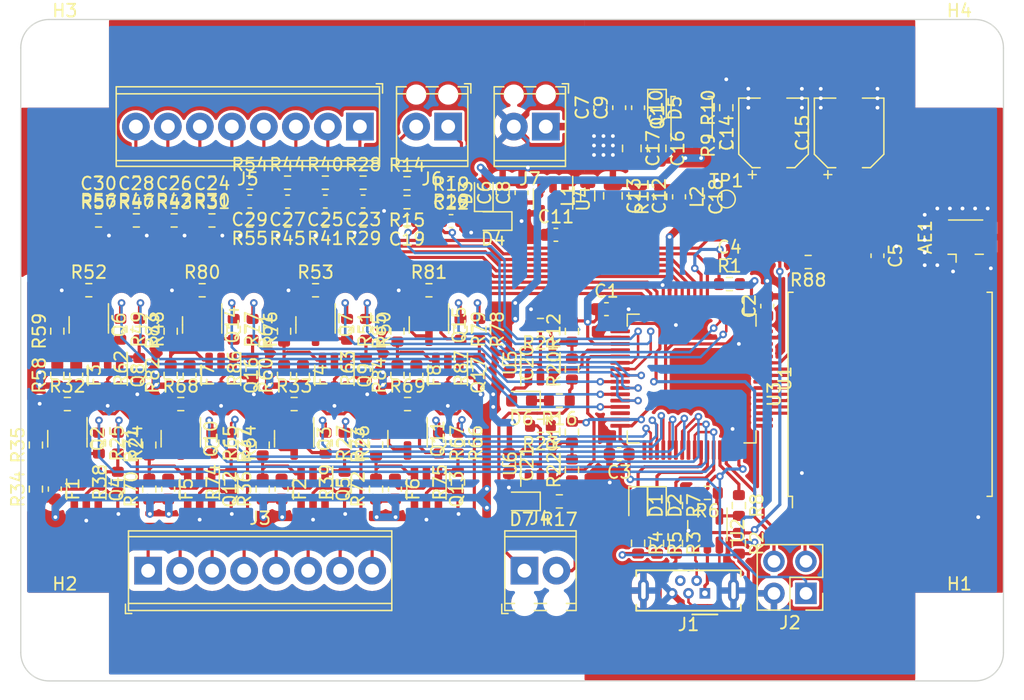
<source format=kicad_pcb>
(kicad_pcb (version 20221018) (generator pcbnew)
  (layers (0 "F.Cu" signal) (31 "B.Cu" signal) (34 "B.Paste" user) (35 "F.Paste" user) (36 "B.SilkS" user "B.Silkscreen") (37 "F.SilkS" user "F.Silkscreen") (38 "B.Mask" user) (39 "F.Mask" user) (44 "Edge.Cuts" user))
  (net 0 "")
  (net 1 "Net-(AE1-A)")
  (net 2 "GND")
  (net 3 "+3.3V")
  (net 4 "Net-(U1-NRST)")
  (net 5 "Net-(D3-K)")
  (net 6 "Net-(U4-SW)")
  (net 7 "Net-(U4-BST)")
  (net 8 "Net-(U4-FB)")
  (net 9 "+24V")
  (net 10 "ADC_1")
  (net 11 "ADC_2")
  (net 12 "LED_R")
  (net 13 "Net-(D1-A)")
  (net 14 "LED_G")
  (net 15 "Net-(D2-A)")
  (net 16 "VBUS")
  (net 17 "Net-(D6-K)")
  (net 18 "Net-(D6-A)")
  (net 19 "Net-(D7-K)")
  (net 20 "Net-(D7-A)")
  (net 21 "/Main/D-")
  (net 22 "/Main/D+")
  (net 23 "Net-(Q4B-S)")
  (net 24 "SWCLK")
  (net 25 "SWDIO")
  (net 26 "Net-(L2-Pad1)")
  (net 27 "Net-(Q5B-S)")
  (net 28 "VUSB")
  (net 29 "USB_DP")
  (net 30 "Net-(Q8B-S)")
  (net 31 "USB_DM")
  (net 32 "Net-(Q9B-S)")
  (net 33 "Net-(Q12B-S)")
  (net 34 "Net-(Q13B-S)")
  (net 35 "ADC_IN_1")
  (net 36 "DAC_OUT_1")
  (net 37 "DAC_OUT_2")
  (net 38 "ADC_IN_2")
  (net 39 "Net-(Q16B-S)")
  (net 40 "Net-(Q17B-S)")
  (net 42 "VCC")
  (net 43 "Net-(Q1-G)")
  (net 44 "Net-(Q2-B)")
  (net 45 "Net-(Q2-C)")
  (net 46 "SPI_MOSI")
  (net 47 "SPI_MISO")
  (net 48 "SPI_SCK")
  (net 49 "RFM_NSS")
  (net 50 "RFM_RST")
  (net 51 "RFM_DIO5")
  (net 52 "RFM_DIO3")
  (net 53 "RFM_DIO4")
  (net 54 "RFM_DIO0")
  (net 55 "RFM_DIO1")
  (net 56 "RFM_DIO2")
  (net 57 "DAC_1")
  (net 58 "DAC_2")
  (net 59 "DI_1")
  (net 60 "DI_5")
  (net 61 "DI_2")
  (net 62 "DI_6")
  (net 63 "DI_3")
  (net 64 "DI_7")
  (net 65 "DI_4")
  (net 66 "DI_8")
  (net 67 "Net-(Q3-B)")
  (net 68 "Net-(Q3-C)")
  (net 69 "Net-(Q4A-G)")
  (net 70 "Net-(Q4B-G)")
  (net 71 "Net-(Q5A-G)")
  (net 72 "Net-(Q5B-G)")
  (net 73 "Net-(Q6-B)")
  (net 74 "Net-(Q6-C)")
  (net 75 "Net-(Q7-B)")
  (net 76 "Net-(Q7-C)")
  (net 77 "Net-(Q8A-G)")
  (net 78 "Net-(Q8B-G)")
  (net 79 "Net-(Q9A-G)")
  (net 80 "Net-(Q9B-G)")
  (net 81 "Net-(Q10-B)")
  (net 82 "Net-(Q10-C)")
  (net 83 "Net-(Q11-B)")
  (net 84 "Net-(Q11-C)")
  (net 85 "Net-(Q12A-G)")
  (net 86 "Net-(Q12B-G)")
  (net 87 "Net-(Q13A-G)")
  (net 88 "Net-(Q13B-G)")
  (net 89 "Net-(Q14-B)")
  (net 90 "Net-(Q14-C)")
  (net 91 "DI_OUT_1_N")
  (net 92 "Net-(Q15-B)")
  (net 93 "DI_OUT_1_P")
  (net 94 "DI_OUT_5_N")
  (net 95 "Net-(Q15-C)")
  (net 96 "DI_OUT_5_P")
  (net 97 "DI_IN_1")
  (net 98 "DI_IN_5")
  (net 99 "Net-(Q16A-G)")
  (net 100 "Net-(Q16B-G)")
  (net 101 "DI_IN_2")
  (net 102 "DI_IN_6")
  (net 103 "DI_IN_3")
  (net 104 "DI_IN_7")
  (net 105 "DI_OUT_2_N")
  (net 106 "Net-(Q17A-G)")
  (net 107 "DI_OUT_2_P")
  (net 108 "DI_OUT_6_N")
  (net 109 "Net-(Q17B-G)")
  (net 110 "DI_OUT_6_P")
  (net 111 "DI_IN_4")
  (net 112 "DI_IN_8")
  (net 113 "Net-(U1-PA11)")
  (net 114 "Net-(U1-PA12)")
  (net 115 "DI_OUT_3_N")
  (net 116 "Net-(U5--)")
  (net 117 "DI_OUT_3_P")
  (net 118 "DI_OUT_7_N")
  (net 119 "Net-(U6--)")
  (net 120 "DI_OUT_7_P")
  (net 121 "Net-(U1-PH3)")
  (net 123 "DI_OUT_4_N")
  (net 125 "DI_OUT_4_P")
  (net 126 "DI_OUT_8_N")
  (net 128 "DI_OUT_8_P")
  (net 131 "DI_OUT_1")
  (net 132 "DI_OUT_5")
  (net 133 "DI_OUT_2")
  (net 134 "DI_OUT_6")
  (net 135 "DI_OUT_3")
  (net 136 "DI_OUT_7")
  (net 137 "DI_OUT_4")
  (net 138 "DI_OUT_8")
  (footprint "Resistor_SMD:R_0603_1608Metric" (layer "F.Cu") (at 137.787292 103.090258 90)
    (fp_text reference "R63")
    (fp_text value "10k")
  )
  (footprint "Resistor_SMD:R_0603_1608Metric" (layer "F.Cu") (at 146.787292 99.990258 -90)
    (fp_text reference "R78")
    (fp_text value "1k")
  )
  (footprint "Capacitor_SMD:C_0603_1608Metric" (layer "F.Cu") (at 178.3884 94.1476 -90)
    (fp_text reference "C5")
    (fp_text value "100n")
  )
  (footprint "Resistor_SMD:R_0603_1608Metric" (layer "F.Cu") (at 137.5634 88.3476)
    (fp_text reference "R28")
    (fp_text value "10k")
  )
  (footprint "Fuse:Fuse_0603_1608Metric" (layer "F.Cu") (at 141.787292 103.640258 -90)
    (fp_text reference "F8")
    (fp_text value "30mA")
  )
  (footprint "Package_TO_SOT_SMD:SOT-23-6" (layer "F.Cu") (at 126.287292 103.640258 -90)
    (fp_text reference "Q16")
    (fp_text value "~")
  )
  (footprint "Resistor_SMD:R_0603_1608Metric" (layer "F.Cu") (at 164.8884 112.9726 180)
    (fp_text reference "R6")
    (fp_text value "1.5k")
  )
  (footprint "Resistor_SMD:R_0603_1608Metric" (layer "F.Cu") (at 143.5884 109.0226 -90)
    (fp_text reference "R67")
    (fp_text value "1k")
  )
  (footprint "Package_TO_SOT_SMD:SOT-23" (layer "F.Cu") (at 115.7884 99.6351 -90)
    (fp_text reference "Q6")
    (fp_text value "~")
  )
  (footprint "Resistor_SMD:R_0603_1608Metric" (layer "F.Cu") (at 111.5884 112.6726 90)
    (fp_text reference "R34")
    (fp_text value "10k")
  )
  (footprint "Fuse:Fuse_0603_1608Metric" (layer "F.Cu") (at 113.0884 112.6726 -90)
    (fp_text reference "F1")
    (fp_text value "30mA")
  )
  (footprint "Resistor_SMD:R_0603_1608Metric" (layer "F.Cu") (at 142.787292 96.890258)
    (fp_text reference "R81")
    (fp_text value "10k")
  )
  (footprint "Diode_SMD:D_0603_1608Metric" (layer "F.Cu") (at 150.1384 113.6476 180)
    (fp_text reference "D7")
    (fp_text value "SD0603")
  )
  (footprint "Package_TO_SOT_SMD:SOT-23-6" (layer "F.Cu") (at 135.287292 103.640258 -90)
    (fp_text reference "Q9")
    (fp_text value "~")
  )
  (footprint "Resistor_SMD:R_0603_1608Metric" (layer "F.Cu") (at 125.5884 109.0226 -90)
    (fp_text reference "R65")
    (fp_text value "1k")
  )
  (footprint "Resistor_SMD:R_0603_1608Metric" (layer "F.Cu") (at 136.0884 109.0226 -90)
    (fp_text reference "R26")
    (fp_text value "1k")
  )
  (footprint "Capacitor_SMD:CP_Elec_5x5.8" (layer "F.Cu") (at 170.1384 84.3976 90)
    (fp_text reference "C14")
    (fp_text value "47u")
  )
  (footprint "Diode_SMD:D_0603_1608Metric" (layer "F.Cu") (at 147.1384 89.1476 90)
    (fp_text reference "D3")
    (fp_text value "SD0603")
  )
  (footprint "Resistor_SMD:R_0603_1608Metric" (layer "F.Cu") (at 154.1384 108.1476 90)
    (fp_text reference "R13")
    (fp_text value "1M")
  )
  (footprint "Resistor_SMD:R_0603_1608Metric" (layer "F.Cu") (at 145.0884 109.0226 -90)
    (fp_text reference "R66")
    (fp_text value "1k")
  )
  (footprint "Capacitor_SMD:C_0603_1608Metric" (layer "F.Cu") (at 164.1384 89.4726 -90)
    (fp_text reference "C18")
    (fp_text value "10u")
  )
  (footprint "Resistor_SMD:R_0603_1608Metric" (layer "F.Cu") (at 162.3884 116.9726 -90)
    (fp_text reference "R3")
    (fp_text value "15k")
  )
  (footprint "Resistor_SMD:R_0603_1608Metric" (layer "F.Cu") (at 122.5634 91.3476)
    (fp_text reference "R43")
    (fp_text value "1.5k")
  )
  (footprint "Capacitor_SMD:C_0603_1608Metric" (layer "F.Cu") (at 122.5634 89.8476)
    (fp_text reference "C26")
    (fp_text value "100n")
  )
  (footprint "Resistor_SMD:R_0603_1608Metric" (layer "F.Cu") (at 140.287292 100.140258 90)
    (fp_text reference "R85")
    (fp_text value "10k")
  )
  (footprint "Resistor_SMD:R_0603_1608Metric" (layer "F.Cu") (at 141.0434 88.3976)
    (fp_text reference "R14")
    (fp_text value "10k 0.1%")
  )
  (footprint "MK_Footprints:TerminalBlock_Phoenix_MPT-0,5-2-2.54_1x02_P2.54mm_Horizontal" (layer "F.Cu") (at 152.0634 83.8976 180)
    (fp_text reference "J7")
    (fp_text value "Power")
  )
  (footprint "MK_Footprints:TerminalBlock_Phoenix_MPT-0,5-8-2.54_1x08_P2.54mm_Horizontal" (layer "F.Cu") (at 137.3034 83.8976 180)
    (fp_text reference "J5")
    (fp_text value "DI")
  )
  (footprint "Connector_Coaxial:U.FL_Hirose_U.FL-R-SMT-1_Vertical" (layer "F.Cu") (at 185.3884 93.1476 90)
    (fp_text reference "AE1")
    (fp_text value "Antenna_Shield")
  )
  (footprint "Fuse:Fuse_0603_1608Metric" (layer "F.Cu") (at 114.7884 103.6351 -90)
    (fp_text reference "F3")
    (fp_text value "30mA")
  )
  (footprint "MK_Footprints:TerminalBlock_Phoenix_MPT-0,5-2-2.54_1x02_P2.54mm_Horizontal" (layer "F.Cu") (at 144.3134 83.8976 180)
    (fp_text reference "J6")
    (fp_text value "ADC")
  )
  (footprint "Capacitor_SMD:C_0603_1608Metric" (layer "F.Cu") (at 156.876808 98.390392)
    (fp_text reference "C1")
    (fp_text value "100n")
  )
  (footprint "Resistor_SMD:R_0603_1608Metric" (layer "F.Cu") (at 122.287292 103.640258 90)
    (fp_text reference "R82")
    (fp_text value "10k")
  )
  (footprint "Capacitor_SMD:C_0603_1608Metric" (layer "F.Cu") (at 134.5634 89.8476 180)
    (fp_text reference "C25")
    (fp_text value "100n")
  )
  (footprint "Diode_SMD:D_0603_1608Metric" (layer "F.Cu") (at 150.1384 105.6476 180)
    (fp_text reference "D6")
    (fp_text value "SD0603")
  )
  (footprint "Resistor_SMD:R_0603_1608Metric" (layer "F.Cu") (at 136.287292 99.990258 -90)
    (fp_text reference "R51")
    (fp_text value "1k")
  )
  (footprint "Resistor_SMD:R_0603_1608Metric" (layer "F.Cu") (at 154.1384 103.1476 90)
    (fp_text reference "R20")
    (fp_text value "10k")
  )
  (footprint "LED_SMD:LED_0603_1608Metric" (layer "F.Cu") (at 160.8884 113.9726 -90)
    (fp_text reference "D2")
    (fp_text value "LED_G")
  )
  (footprint "Package_TO_SOT_SMD:SOT-23-5" (layer "F.Cu") (at 151.6384 110.6476 90)
    (fp_text reference "U6")
    (fp_text value "OPA990")
  )
  (footprint "Resistor_SMD:R_0603_1608Metric" (layer "F.Cu") (at 120.5884 109.1726 90)
    (fp_text reference "R71")
    (fp_text value "10k")
  )
  (footprint "Package_TO_SOT_SMD:SOT-23-6" (layer "F.Cu") (at 117.2884 103.6351 -90)
    (fp_text reference "Q8")
    (fp_text value "~")
  )
  (footprint "Package_TO_SOT_SMD:SOT-23-6" (layer "F.Cu") (at 115.5884 112.6726 -90)
    (fp_text reference "Q4")
    (fp_text value "~")
  )
  (footprint "Resistor_SMD:R_0603_1608Metric" (layer "F.Cu") (at 128.787292 99.990258 -90)
    (fp_text reference "R76")
    (fp_text value "1k")
  )
  (footprint "Resistor_SMD:R_0603_1608Metric" (layer "F.Cu") (at 159.3884 116.9576 -90)
    (fp_text reference "R4")
    (fp_text value "240")
  )
  (footprint "Resistor_SMD:R_0603_1608Metric" (layer "F.Cu") (at 138.5884 112.6726 90)
    (fp_text reference "R72")
    (fp_text value "10k")
  )
  (footprint "Capacitor_SMD:C_0603_1608Metric" (layer "F.Cu") (at 152.862975 92.488984)
    (fp_text reference "C11")
    (fp_text value "100n")
  )
  (footprint "Resistor_SMD:R_0603_1608Metric" (layer "F.Cu") (at 131.287292 100.140258 90)
    (fp_text reference "R61")
    (fp_text value "10k")
  )
  (footprint "Package_TO_SOT_SMD:SOT-23" (layer "F.Cu") (at 124.787292 99.640258 -90)
    (fp_text reference "Q14")
    (fp_text value "~")
  )
  (footprint "Connector_USB:USB_Micro-B_Wuerth_614105150721_Vertical" (layer "F.Cu") (at 164.6884 120.9426 180)
    (fp_text reference "J1")
    (fp_text value "USB_B_Micro")
  )
  (footprint "RF_Module:HOPERF_RFM9XW_SMD" (layer "F.Cu") (at 179.3884 105.1476 90)
    (fp_text reference "U3")
    (fp_text value "RFM95W-868S2")
  )
  (footprint "Capacitor_SMD:C_0603_1608Metric" (layer "F.Cu") (at 148.6384 89.1476 90)
    (fp_text reference "C6")
    (fp_text value "100n")
  )
  (footprint "Resistor_SMD:R_0603_1608Metric" (layer "F.Cu") (at 125.5634 91.3476)
    (fp_text reference "R31")
    (fp_text value "1.5k")
  )
  (footprint "Resistor_SMD:R_0603_1608Metric" (layer "F.Cu") (at 118.0884 109.0226 -90)
    (fp_text reference "R24")
    (fp_text value "1k")
  )
  (footprint "Resistor_SMD:R_0603_1608Metric" (layer "F.Cu") (at 133.787292 96.890258)
    (fp_text reference "R53")
    (fp_text value "10k")
  )
  (footprint "Capacitor_SMD:C_0603_1608Metric" (layer "F.Cu") (at 116.5634 89.8476)
    (fp_text reference "C30")
    (fp_text value "100n")
  )
  (footprint "Package_SO:Vishay_PowerPAK_1212-8_Single" (layer "F.Cu") (at 163.6384 83.1476 90)
    (fp_text reference "Q1")
    (fp_text value "SI7309D")
  )
  (footprint "Capacitor_SMD:C_0603_1608Metric" (layer "F.Cu") (at 125.5634 89.8476)
    (fp_text reference "C24")
    (fp_text value "100n")
  )
  (footprint "Package_TO_SOT_SMD:SOT-23-6" (layer "F.Cu") (at 152.6384 89.6476 -90)
    (fp_text reference "U4")
    (fp_text value "AP63203WU")
  )
  (footprint "Fuse:Fuse_0603_1608Metric" (layer "F.Cu") (at 131.0884 112.6726 -90)
    (fp_text reference "F2")
    (fp_text value "30mA")
  )
  (footprint "Resistor_SMD:R_0603_1608Metric" (layer "F.Cu") (at 141.0884 105.9226)
    (fp_text reference "R69")
    (fp_text value "10k")
  )
  (footprint "Package_TO_SOT_SMD:SOT-23" (layer "F.Cu") (at 142.787292 99.640258 -90)
    (fp_text reference "Q15")
    (fp_text value "~")
  )
  (footprint "Capacitor_SMD:C_0603_1608Metric" (layer "F.Cu") (at 149.1384 102.6476 -90)
    (fp_text reference "C20")
    (fp_text value "100n")
  )
  (footprint "Package_QFP:LQFP-64_10x10mm_P0.5mm" (layer "F.Cu") (at 163.6384 103.8976 -90)
    (fp_text reference "U1")
    (fp_text value "STM32L433RCTxP")
  )
  (footprint "Capacitor_SMD:C_0603_1608Metric" (layer "F.Cu") (at 119.5634 89.8476)
    (fp_text reference "C28")
    (fp_text value "100n")
  )
  (footprint "Resistor_SMD:R_0603_1608Metric" (layer "F.Cu") (at 113.2884 103.6351 90)
    (fp_text reference "R58")
    (fp_text value "10k")
  )
  (footprint "Resistor_SMD:R_0603_1608Metric" (layer "F.Cu") (at 166.3884 82.3976 90)
    (fp_text reference "R10")
    (fp_text value "15k")
  )
  (footprint "Package_TO_SOT_SMD:SOT-23-6" (layer "F.Cu") (at 133.5884 112.6726 -90)
    (fp_text reference "Q5")
    (fp_text value "~")
  )
  (footprint "Inductor_SMD:L_0603_1608Metric" (layer "F.Cu") (at 162.6384 89.4726 -90)
    (fp_text reference "L2")
    (fp_text value "10uH")
  )
  (footprint "Resistor_SMD:R_0603_1608Metric" (layer "F.Cu") (at 115.7884 96.8851)
    (fp_text reference "R52")
    (fp_text value "10k")
  )
  (footprint "Resistor_SMD:R_0603_1608Metric" (layer "F.Cu") (at 167.3884 113.9726 -90)
    (fp_text reference "R8")
    (fp_text value "68")
  )
  (footprint "Resistor_SMD:R_0603_1608Metric" (layer "F.Cu") (at 128.5634 88.3476)
    (fp_text reference "R54")
    (fp_text value "10k")
  )
  (footprint "Resistor_SMD:R_0603_1608Metric" (layer "F.Cu") (at 140.287292 103.640258 90)
    (fp_text reference "R84")
    (fp_text value "10k")
  )
  (footprint "Resistor_SMD:R_0603_1608Metric" (layer "F.Cu") (at 132.0884 105.9226)
    (fp_text reference "R33")
    (fp_text value "10k")
  )
  (footprint "Capacitor_SMD:C_0603_1608Metric" (layer "F.Cu") (at 149.1384 110.6476 -90)
    (fp_text reference "C21")
    (fp_text value "100n")
  )
  (footprint "Resistor_SMD:R_0603_1608Metric" (layer "F.Cu") (at 141.0434 89.8976 180)
    (fp_text reference "R15")
    (fp_text value "4.7k")
  )
  (footprint "Resistor_SMD:R_0603_1608Metric" (layer "F.Cu") (at 127.287292 99.990258 -90)
    (fp_text reference "R77")
    (fp_text value "1k")
  )
  (footprint "MK_Footprints:TerminalBlock_Phoenix_MPT-0,5-8-2.54_1x08_P2.54mm_Horizontal" (layer "F.Cu") (at 120.4984 119.1476)
    (fp_text reference "J3")
    (fp_text value "DO")
  )
  (footprint "Package_TO_SOT_SMD:SOT-23" (layer "F.Cu") (at 133.787292 99.640258 -90)
    (fp_text reference "Q7")
    (fp_text value "~")
  )
  (footprint "Resistor_SMD:R_0603_1608Metric" (layer "F.Cu") (at 145.0884 112.1226 90)
    (fp_text reference "R75")
    (fp_text value "10k")
  )
  (footprint "Resistor_SMD:R_0603_1608Metric" (layer "F.Cu") (at 119.5634 91.3476)
    (fp_text reference "R47")
    (fp_text value "1.5k")
  )
  (footprint "Resistor_SMD:R_0603_1608Metric" (layer "F.Cu") (at 116.5634 91.3476)
    (fp_text reference "R57")
    (fp_text value "1.5k")
  )
  (footprint "Fuse:Fuse_0603_1608Metric" (layer "F.Cu") (at 140.0884 112.6726 -90)
    (fp_text reference "F6")
    (fp_text value "30mA")
  )
  (footprint "Resistor_SMD:R_0603_1608Metric" (layer "F.Cu") (at 131.5634 91.3476 180)
    (fp_text reference "R45")
    (fp_text value "1.5k")
  )
  (footprint "Resistor_SMD:R_0603_1608Metric" (layer "F.Cu") (at 134.5884 109.0226 -90)
    (fp_text reference "R27")
    (fp_text value "1k")
  )
  (footprint "Resistor_SMD:R_0603_1608Metric" (layer "F.Cu") (at 124.787292 96.890258)
    (fp_text reference "R80")
    (fp_text value "10k")
  )
  (footprint "Capacitor_SMD:C_0805_2012Metric" (layer "F.Cu") (at 160.862733 85.631297 -90)
    (fp_text reference "C16")
    (fp_text value "22u")
  )
  (footprint "Fuse:Fuse_0603_1608Metric" (layer "F.Cu") (at 122.0884 112.6726 -90)
    (fp_text reference "F5")
    (fp_text value "30mA")
  )
  (footprint "Resistor_SMD:R_0603_1608Metric" (layer "F.Cu") (at 116.5884 109.0226 -90)
    (fp_text reference "R25")
    (fp_text value "1k")
  )
  (footprint "Capacitor_SMD:C_0805_2012Metric" (layer "F.Cu") (at 159.3884 89.3976 -90)
    (fp_text reference "C12")
    (fp_text value "22u")
  )
  (footprint "Package_TO_SOT_SMD:SOT-23-6" (layer "F.Cu") (at 124.5884 112.6726 -90)
    (fp_text reference "Q12")
    (fp_text value "~")
  )
  (footprint "Resistor_SMD:R_0603_1608Metric" (layer "F.Cu") (at 119.7884 99.9851 -90)
    (fp_text reference "R48")
    (fp_text value "1k")
  )
  (footprint "Resistor_SMD:R_0603_1608Metric" (layer "F.Cu") (at 113.2884 100.1351 90)
    (fp_text reference "R59")
    (fp_text value "10k")
  )
  (footprint "Resistor_SMD:R_0603_1608Metric" (layer "F.Cu") (at 138.5884 109.1726 90)
    (fp_text reference "R73")
    (fp_text value "10k")
  )
  (footprint "MK_Footprints:TerminalBlock_Phoenix_MPT-0,5-2-2.54_1x02_P2.54mm_Horizontal" (layer "F.Cu") (at 150.3684 119.1476)
    (fp_text reference "J4")
    (fp_text value "DAC")
  )
  (footprint "Resistor_SMD:R_0603_1608Metric" (layer "F.Cu") (at 129.5884 112.6726 90)
    (fp_text reference "R36")
    (fp_text value "10k")
  )
  (footprint "Capacitor_SMD:C_0603_1608Metric" (layer "F.Cu") (at 159.3884 82.3976 -90)
    (fp_text reference "C10")
    (fp_text value "100n")
  )
  (footprint "Resistor_SMD:R_0603_1608Metric" (layer "F.Cu") (at 151.6384 107.6476 180)
    (fp_text reference "R23")
    (fp_text value "4.7k")
  )
  (footprint "Resistor_SMD:R_0603_1608Metric" (layer "F.Cu") (at 161.1384 89.4726 90)
    (fp_text reference "R11")
    (fp_text value "2")
  )
  (footprint "Resistor_SMD:R_0603_1608Metric" (layer "F.Cu") (at 119.7884 103.0851 90)
    (fp_text reference "R62")
    (fp_text value "10k")
  )
  (footprint "Package_TO_SOT_SMD:SOT-23-5" (layer "F.Cu") (at 151.6384 102.6476 90)
    (fp_text reference "U5")
    (fp_text value "OPA990")
  )
  (footprint "Package_TO_SOT_SMD:SOT-23-6" (layer "F.Cu") (at 164.8884 115.9726 -90)
    (fp_text reference "U2")
    (fp_text value "USBLC6-2SC6")
  )
  (footprint "Capacitor_SMD:C_0805_2012Metric" (layer "F.Cu") (at 157.3884 89.3976 -90)
    (fp_text reference "C13")
    (fp_text value "22u")
  )
  (footprint "Resistor_SMD:R_0603_1608Metric" (layer "F.Cu") (at 129.5884 109.1726 90)
    (fp_text reference "R37")
    (fp_text value "10k")
  )
  (footprint "Resistor_SMD:R_0603_1608Metric" (layer "F.Cu") (at 127.0884 112.1226 90)
    (fp_text reference "R74")
    (fp_text value "10k")
  )
  (footprint "Resistor_SMD:R_0603_1608Metric" (layer "F.Cu") (at 145.287292 99.990258 -90)
    (fp_text reference "R79")
    (fp_text value "1k")
  )
  (footprint "Capacitor_SMD:C_0603_1608Metric" (layer "F.Cu") (at 150.1384 89.1476 90)
    (fp_text reference "C8")
    (fp_text value "10u")
  )
  (footprint "Package_TO_SOT_SMD:SOT-23" (layer "F.Cu") (at 132.0884 108.6726 -90)
    (fp_text reference "Q3")
    (fp_text value "~")
  )
  (footprint "Capacitor_SMD:C_0603_1608Metric" (layer "F.Cu") (at 131.5634 89.8476 180)
    (fp_text reference "C27")
    (fp_text value "100n")
  )
  (footprint "Resistor_SMD:R_0603_1608Metric" (layer "F.Cu") (at 118.0884 112.1226 90)
    (fp_text reference "R38")
    (fp_text value "10k")
  )
  (footprint "Resistor_SMD:R_0603_1608Metric" (layer "F.Cu") (at 111.5884 109.1726 90)
    (fp_text reference "R35")
    (fp_text value "10k")
  )
  (footprint "TestPoint:TestPoint_Pad_D1.0mm" (layer "F.Cu") (at 166.4009 89.6476)
    (fp_text reference "TP1")
    (fp_text value "3V3")
  )
  (footprint "Resistor_SMD:R_0603_1608Metric" (layer "F.Cu") (at 144.5434 89.8976)
    (fp_text reference "R19")
    (fp_text value "4.7k")
  )
  (footprint "Resistor_SMD:R_0603_1608Metric" (layer "F.Cu") (at 137.5634 91.3476 180)
    (fp_text reference "R29")
    (fp_text value "1.5k")
  )
  (footprint "Resistor_SMD:R_0603_1608Metric" (layer "F.Cu") (at 146.787292 103.090258 90)
    (fp_text reference "R87")
    (fp_text value "10k")
  )
  (footprint "Resistor_SMD:R_0603_1608Metric" (layer "F.Cu") (at 128.5634 91.3476 180)
    (fp_text reference "R55")
    (fp_text value "1.5k")
  )
  (footprint "Resistor_SMD:R_0603_1608Metric" (layer "F.Cu") (at 134.5634 88.3476)
    (fp_text reference "R40")
    (fp_text value "10k")
  )
  (footprint "Resistor_SMD:R_0603_1608Metric" (layer "F.Cu") (at 160.8884 116.9726 -90)
    (fp_text reference "R5")
    (fp_text value "240")
  )
  (footprint "Capacitor_SMD:C_0603_1608Metric" (layer "F.Cu") (at 157.8884 82.3976 90)
    (fp_text reference "C9")
    (fp_text value "1u")
  )
  (footprint "Resistor_SMD:R_0603_1608Metric" (layer "F.Cu") (at 166.3884 85.3976 90)
    (fp_text reference "R9")
    (fp_text value "15k")
  )
  (footprint "Capacitor_SMD:CP_Elec_5x5.8" (layer "F.Cu") (at 176.1384 84.3976 90)
    (fp_text reference "C15")
    (fp_text value "47u")
  )
  (footprint "Capacitor_SMD:C_0603_1608Metric" (layer "F.Cu") (at 166.6384 94.8976)
    (fp_text reference "C4")
    (fp_text value "100n")
  )
  (footprint "Connector_PinHeader_2.54mm:PinHeader_2x02_P2.54mm_Vertical" (layer "F.Cu") (at 172.7134 120.9476 180)
    (fp_text reference "J2")
    (fp_text value "Conn_02x02_Counter_Clockwise")
  )
  (footprint "MountingHole:MountingHole_3.2mm_M3" (layer "F.Cu") (at 184.8884 78.8976)
    (fp_text reference "H4")
    (fp_text value "MountingHole")
  )
  (footprint "LED_SMD:LED_0603_1608Metric" (layer "F.Cu") (at 159.3884 113.9726 -90)
    (fp_text reference "D1")
    (fp_text value "LED_R")
  )
  (footprint "Resistor_SMD:R_0603_1608Metric" (layer "F.Cu") (at 120.5884 112.6726 90)
    (fp_text reference "R70")
    (fp_text value "10k")
  )
  (footprint "Capacitor_SMD:C_0603_1608Metric" (layer "F.Cu") (at 141.0434 91.3976 180)
    (fp_text reference "C19")
    (fp_text value "10u")
  )
  (footprint "Resistor_SMD:R_0603_1608Metric" (layer "F.Cu") (at 136.0884 112.1226 90)
    (fp_text reference "R39")
    (fp_text value "10k")
  )
  (footprint "Resistor_SMD:R_0603_1608Metric" (layer "F.Cu") (at 128.787292 103.090258 90)
    (fp_text reference "R86")
    (fp_text value "10k")
  )
  (footprint "Inductor_SMD:L_0805_2012Metric" (layer "F.Cu") (at 155.3884 89.3976 90)
    (fp_text reference "L1")
    (fp_text value "3.3u")
  )
  (footprint "Resistor_SMD:R_0603_1608Metric" (layer "F.Cu") (at 131.287292 103.640258 90)
    (fp_text reference "R60")
    (fp_text value "10k")
  )
  (footprint "Resistor_SMD:R_0603_1608Metric" (layer "F.Cu") (at 172.8884 94.6476 180)
    (fp_text reference "R88")
    (fp_text value "100k")
  )
  (footprint "Capacitor_SMD:C_0603_1608Metric" (layer "F.Cu") (at 144.5434 91.3976)
    (fp_text reference "C22")
    (fp_text value "10u")
  )
  (footprint "Capacitor_SMD:C_0603_1608Metric" (layer "F.Cu") (at 169.6384 98.1476 90)
    (fp_text reference "C2")
    (fp_text value "100n")
  )
  (footprint "Capacitor_SMD:C_0603_1608Metric" (layer "F.Cu") (at 157.8884 109.8976 180)
    (fp_text reference "C3")
    (fp_text value "100n")
  )
  (footprint "Diode_SMD:D_0603_1608Metric" (layer "F.Cu") (at 147.8884 91.3976 180)
    (fp_text reference "D4")
    (fp_text value "SD0603")
  )
  (footprint "Package_TO_SOT_SMD:SOT-23" (layer "F.Cu") (at 123.0884 108.6726 -90)
    (fp_text reference "Q10")
    (fp_text value "~")
  )
  (footprint "Resistor_SMD:R_0603_1608Metric" (layer "F.Cu") (at 131.5634 88.3476)
    (fp_text reference "R44")
    (fp_text value "10k")
  )
  (footprint "Resistor_SMD:R_0603_1608Metric" (layer "F.Cu") (at 127.0884 109.0226 -90)
    (fp_text reference "R64")
    (fp_text value "1k")
  )
  (footprint "Resistor_SMD:R_0603_1608Metric" (layer "F.Cu") (at 153.1384 105.6476 180)
    (fp_text reference "R16")
    (fp_text value "4.7k")
  )
  (footprint "Fuse:Fuse_0603_1608Metric" (layer "F.Cu") (at 123.787292 103.640258 -90)
    (fp_text reference "F7")
    (fp_text value "30mA")
  )
  (footprint "MountingHole:MountingHole_3.2mm_M3" (layer "F.Cu") (at 113.8884 78.8976)
    (fp_text reference "H3")
    (fp_text value "MountingHole")
  )
  (footprint "Resistor_SMD:R_0603_1608Metric" (layer "F.Cu") (at 123.0884 105.9226)
    (fp_text reference "R68")
    (fp_text value "10k")
  )
  (footprint "Capacitor_SMD:C_0603_1608Metric" (layer "F.Cu") (at 128.5634 89.8476 180)
    (fp_text reference "C29")
    (fp_text value "100n")
  )
  (footprint "Resistor_SMD:R_0603_1608Metric" (layer "F.Cu") (at 118.2884 99.9851 -90)
    (fp_text reference "R49")
    (fp_text value "1k")
  )
  (footprint "MountingHole:MountingHole_3.2mm_M3" (layer "F.Cu") (at 184.8884 124.3976)
    (fp_text reference "H1")
    (fp_text value "MountingHole")
  )
  (footprint "Package_TO_SOT_SMD:SOT-23" (layer "F.Cu") (at 114.0884 108.6726 -90)
    (fp_text reference "Q2")
    (fp_text value "~")
  )
  (footprint "Resistor_SMD:R_0603_1608Metric" (layer "F.Cu") (at 166.6384 96.3976)
    (fp_text reference "R1")
    (fp_text value "100k")
  )
  (footprint "Package_TO_SOT_SMD:SOT-23-6" (layer "F.Cu") (at 142.5884 112.6726 -90)
    (fp_text reference "Q13")
    (fp_text value "~")
  )
  (footprint "Fuse:Fuse_0603_1608Metric" (layer "F.Cu") (at 132.787292 103.640258 -90)
    (fp_text reference "F4")
    (fp_text value "30mA")
  )
  (footprint "Resistor_SMD:R_0603_1608Metric" (layer "F.Cu") (at 134.5634 91.3476 180)
    (fp_text reference "R41")
    (fp_text value "1.5k")
  )
  (footprint "Resistor_SMD:R_0603_1608Metric" (layer "F.Cu") (at 144.5434 88.3976 180)
    (fp_text reference "R18")
    (fp_text value "10k 0.1%")
  )
  (footprint "Capacitor_SMD:C_0603_1608Metric" (layer "F.Cu") (at 156.3884 82.3976 90)
    (fp_text reference "C7")
    (fp_text value "1u")
  )
  (footprint "Resistor_SMD:R_0603_1608Metric" (layer "F.Cu") (at 116.5634 88.3476 180)
    (fp_text reference "R56")
    (fp_text value "10k")
  )
  (footprint "Resistor_SMD:R_0603_1608Metric" (layer "F.Cu") (at 151.6384 99.6476 180)
    (fp_text reference "R21")
    (fp_text value "4.7k")
  )
  (footprint "Capacitor_SMD:C_0805_2012Metric" (layer "F.Cu") (at 158.889033 85.627587 -90)
    (fp_text reference "C17")
    (fp_text value "22u")
  )
  (footprint "Resistor_SMD:R_0603_1608Metric" (layer "F.Cu") (at 114.0884 105.9226)
    (fp_text reference "R32")
    (fp_text value "10k")
  )
  (footprint "Resistor_SMD:R_0603_1608Metric" (layer "F.Cu") (at 167.3884 116.9726 -90)
    (fp_text reference "R2")
    (fp_text value "10k")
  )
  (footprint "MountingHole:MountingHole_3.2mm_M3" (layer "F.Cu") (at 113.8884 124.3976)
    (fp_text reference "H2")
    (fp_text value "MountingHole")
  )
  (footprint "Resistor_SMD:R_0603_1608Metric" (layer "F.Cu") (at 153.1384 113.6476 180)
    (fp_text reference "R17")
    (fp_text value "4.7k")
  )
  (footprint "Resistor_SMD:R_0603_1608Metric" (layer "F.Cu") (at 125.5634 88.3476 180)
    (fp_text reference "R30")
    (fp_text value "10k")
  )
  (footprint "Resistor_SMD:R_0603_1608Metric" (layer "F.Cu") (at 119.5634 88.3476 180)
    (fp_text reference "R46")
    (fp_text value "10k")
  )
  (footprint "Resistor_SMD:R_0603_1608Metric" (layer "F.Cu") (at 154.1384 111.1476 90)
    (fp_text reference "R22")
    (fp_text value "10k")
  )
  (footprint "Resistor_SMD:R_0603_1608Metric" (layer "F.Cu") (at 122.5634 88.3476 180)
    (fp_text reference "R42")
    (fp_text value "10k")
  )
  (footprint "Capacitor_SMD:C_0603_1608Metric" (layer "F.Cu") (at 137.5634 89.8476 180)
    (fp_text reference "C23")
    (fp_text value "100n")
  )
  (footprint "Resistor_SMD:R_0603_1608Metric" (layer "F.Cu") (at 137.787292 99.990258 -90)
    (fp_text reference "R50")
    (fp_text value "1k")
  )
  (footprint "Resistor_SMD:R_0603_1608Metric" (layer "F.Cu") (at 162.3884 113.9726 -90)
    (fp_text reference "R7")
    (fp_text value "68")
  )
  (footprint "Resistor_SMD:R_0603_1608Metric" (layer "F.Cu") (at 154.1384 100.1476 90)
    (fp_text reference "R12")
    (fp_text value "1M")
  )
  (footprint "Resistor_SMD:R_0603_1608Metric" (layer "F.Cu") (at 122.287292 100.140258 90)
    (fp_text reference "R83")
    (fp_text value "10k")
  )
  (footprint "Package_TO_SOT_SMD:SOT-23" (layer "F.Cu") (at 141.0884 108.6726 -90)
    (fp_text reference "Q11")
    (fp_text value "~")
  )
  (footprint "Diode_SMD:D_0603_1608Metric" (layer "F.Cu") (at 160.8884 82.4351 -90)
    (fp_text reference "D5")
    (fp_text value "D_TVS")
  )
  (footprint "Package_TO_SOT_SMD:SOT-23-6" (layer "F.Cu") (at 144.287292 103.640258 -90)
    (fp_text reference "Q17")
    (fp_text value "~")
  )
  (gr_line (start 186.1384 127.8976) (end 112.6384 127.8976) (stroke (width 0.1)) (layer "Edge.Cuts"))
  (gr_line (start 112.6384 75.3976) (end 186.1384 75.3976) (stroke (width 0.1)) (layer "Edge.Cuts"))
  (gr_arc (start 110.3884 77.6476) (mid 111.04741 76.05661) (end 112.6384 75.3976) (stroke (width 0.1)) (layer "Edge.Cuts"))
  (gr_arc (start 112.6384 127.8976) (mid 111.04741 127.23859) (end 110.3884 125.6476) (stroke (width 0.1)) (layer "Edge.Cuts"))
  (gr_arc (start 188.3884 125.6476) (mid 187.72939 127.23859) (end 186.1384 127.8976) (stroke (width 0.1)) (layer "Edge.Cuts"))
  (gr_arc (start 186.1384 75.3976) (mid 187.72939 76.05661) (end 188.3884 77.6476) (stroke (width 0.1)) (layer "Edge.Cuts"))
  (gr_line (start 188.3884 77.6476) (end 188.3884 125.6476) (stroke (width 0.1)) (layer "Edge.Cuts"))
  (gr_line (start 110.3884 125.6476) (end 110.3884 77.6476) (stroke (width 0.1)) (layer "Edge.Cuts"))
  (segment (start 186.3884 97.1476) (end 186.3884 96.1476) (width 0.25) (layer "F.Cu") (net 1))
  (segment (start 186.3884 96.1476) (end 185.3884 95.1476) (width 0.25) (layer "F.Cu") (net 1))
  (segment (start 185.3884 95.1476) (end 185.3884 94.1976) (width 0.25) (layer "F.Cu") (net 1))
  (segment (start 149.1384 110.8976) (end 149.1384 111.4226) (width 0.25) (layer "F.Cu") (net 2))
  (segment (start 135.287292 104.702758) (end 135.287292 103.951654) (width 0.25) (layer "F.Cu") (net 2))
  (segment (start 151.3884 99.6476) (end 150.8134 99.6476) (width 0.25) (layer "F.Cu") (net 2))
  (segment (start 126.3634 91.3476) (end 126.3634 92.5226) (width 0.25) (layer "F.Cu") (net 2))
  (segment (start 157.651808 99.134192) (end 157.651808 98.390392) (width 0.25) (layer "F.Cu") (net 2))
  (segment (start 164.8884 114.8351) (end 164.8884 115.7226) (width 0.25) (layer "F.Cu") (net 2))
  (segment (start 120.3634 92.5226) (end 120.3884 92.5476) (width 0.25) (layer "F.Cu") (net 2))
  (segment (start 119.7884 103.9101) (end 119.7884 104.9976) (width 0.25) (layer "F.Cu") (net 2))
  (segment (start 124.5884 112.983996) (end 124.974796 112.5976) (width 0.25) (layer "F.Cu") (net 2))
  (segment (start 122.2634 105.8476) (end 122.2634 106.6726) (width 0.25) (layer "F.Cu") (net 2))
  (segment (start 117.674796 103.5601) (end 118.7884 103.5601) (width 0.25) (layer "F.Cu") (net 2))
  (segment (start 166.8884 109.5726) (end 166.8884 107.8976) (width 0.25) (layer "F.Cu") (net 2))
  (segment (start 151.6884 90.7851) (end 151.0009 90.7851) (width 0.25) (layer "F.Cu") (net 2))
  (segment (start 169.6384 95.3976) (end 169.6384 96.1476) (width 0.25) (layer "F.Cu") (net 2))
  (segment (start 142.974796 112.5976) (end 144.0884 112.5976) (width 0.25) (layer "F.Cu") (net 2))
  (segment (start 131.1384 107.6601) (end 131.1384 106.7976) (width 0.25) (layer "F.Cu") (net 2))
  (segment (start 133.7884 89.8476) (end 133.7884 91.2976) (width 0.25) (layer "F.Cu") (net 2))
  (segment (start 141.962292 96.815258) (end 141.962292 97.640258) (width 0.25) (layer "F.Cu") (net 2))
  (segment (start 122.2634 106.6726) (end 122.1384 106.7976) (width 0.25) (layer "F.Cu") (net 2))
  (segment (start 145.5514 92.3106) (end 146.1384 92.3106) (width 0.25) (layer "F.Cu") (net 2))
  (segment (start 115.974796 112.6726) (end 117.0884 112.6726) (width 0.25) (layer "F.Cu") (net 2))
  (segment (start 126.3634 92.5226) (end 126.3884 92.5476) (width 0.25) (layer "F.Cu") (net 2))
  (segment (start 133.5884 113.7351) (end 133.5884 112.983996) (width 0.25) (layer "F.Cu") (net 2))
  (segment (start 161.8884 98.2226) (end 161.8884 99.1476) (width 0.25) (layer "F.Cu") (net 2))
  (segment (start 142.5884 112.983996) (end 142.974796 112.5976) (width 0.25) (layer "F.Cu") (net 2))
  (segment (start 140.395742 96.890258) (end 140.3884 96.8976) (width 0.25) (layer "F.Cu") (net 2))
  (segment (start 123.3634 92.5226) (end 123.3884 92.5476) (width 0.25) (layer "F.Cu") (net 2))
  (segment (start 113.1384 107.7351) (end 113.1384 106.8726) (width 0.25) (layer "F.Cu") (net 2))
  (segment (start 162.3884 116.1476) (end 163.2134 116.1476) (width 0.25) (layer "F.Cu") (net 2))
  (segment (start 123.962292 97.640258) (end 123.837292 97.765258) (width 0.25) (layer "F.Cu") (net 2))
  (segment (start 151.3884 110.6476) (end 149.3884 110.6476) (width 0.25) (layer "F.Cu") (net 2))
  (segment (start 140.2184 89.8976) (end 139.3884 89.8976) (width 0.25) (layer "F.Cu") (net 2))
  (segment (start 133.974796 112.5976) (end 135.0884 112.5976) (width 0.25) (layer "F.Cu") (net 2))
  (segment (start 170.6384 97.6476) (end 170.3634 97.3726) (width 0.2) (layer "F.Cu") (net 2))
  (segment (start 115.5884 113.058996) (end 115.974796 112.6726) (width 0.25) (layer "F.Cu") (net 2))
  (segment (start 113.2634 106.7476) (end 113.1384 106.8726) (width 0.25) (layer "F.Cu") (net 2))
  (segment (start 120.4134 105.9226) (end 119.6384 105.1476) (width 0.25) (layer "F.Cu") (net 2))
  (segment (start 113.2634 105.9226) (end 111.9134 105.9226) (width 0.25) (layer "F.Cu") (net 2))
  (segment (start 119.7884 104.9976) (end 119.6384 105.1476) (width 0.25) (layer "F.Cu") (net 2))
  (segment (start 150.6384 91.1476) (end 150.3884 91.3976) (width 0.25) (layer "F.Cu") (net 2))
  (segment (start 156.6384 108.3976) (end 156.8884 108.6476) (width 0.25) (layer "F.Cu") (net 2))
  (segment (start 141.962292 97.640258) (end 141.837292 97.765258) (width 0.25) (layer "F.Cu") (net 2))
  (segment (start 126.0884 112.5976) (end 126.3634 112.8726) (width 0.25) (layer "F.Cu") (net 2))
  (segment (start 167.4134 94.8976) (end 169.1384 94.8976) (width 0.25) (layer "F.Cu") (net 2))
  (segment (start 157.1134 108.8726) (end 157.1134 109.8976) (width 0.25) (layer "F.Cu") (net 2))
  (segment (start 149.1384 102.8976) (end 149.1384 103.4226) (width 0.25) (layer "F.Cu") (net 2))
  (segment (start 113.6509 96.8851) (end 113.6384 96.8976) (width 0.25) (layer "F.Cu") (net 2))
  (segment (start 144.0884 112.5976) (end 144.3634 112.8726) (width 0.25) (layer "F.Cu") (net 2))
  (segment (start 127.787292 103.565258) (end 128.062292 103.840258) (width 0.25) (layer "F.Cu") (net 2))
  (segment (start 158.631192 98.390392) (end 158.6384 98.3976) (width 0.2) (layer "F.Cu") (net 2))
  (segment (start 149.3884 102.6476) (end 149.1384 102.8976) (width 0.25) (layer "F.Cu") (net 2))
  (segment (start 127.1384 114.6476) (end 127.0884 114.5976) (width 0.25) (layer "F.Cu") (net 2))
  (segment (start 124.5884 113.7351) (end 124.5884 112.983996) (width 0.25) (layer "F.Cu") (net 2))
  (segment (start 164.8884 115.7226) (end 164.6384 115.9726) (width 0.25) (layer "F.Cu") (net 2))
  (segment (start 126.3384 91.2976) (end 126.3884 91.3476) (width 0.25) (layer "F.Cu") (net 2))
  (segment (start 123.962292 96.815258) (end 123.962292 97.640258) (width 0.25) (layer "F.Cu") (net 2))
  (segment (start 122.2634 105.9226) (end 120.4134 105.9226) (width 0.25) (layer "F.Cu") (net 2))
  (segment (start 126.3384 89.8476) (end 126.3384 91.2976) (width 0.25) (layer "F.Cu") (net 2))
  (segment (start 135.287292 103.951654) (end 135.673688 103.565258) (width 0.25) (layer "F.Cu") (net 2))
  (segment (start 136.7384 91.3476) (end 136.7384 92.1731) (width 0.25) (layer "F.Cu") (net 2))
  (segment (start 169.1384 94.8976) (end 169.6384 95.3976) (width 0.25) (layer "F.Cu") (net 2))
  (segment (start 169.3134 100.6476) (end 170.3884 100.6476) (width 0.2) (layer "F.Cu") (net 2))
  (segment (start 184.3884 95.3976) (end 184.3884 94.8976) (width 0.25) (layer "F.Cu") (net 2))
  (segment (start 163.2134 116.1476) (end 163.3884 115.9726) (width 0.25) (layer "F.Cu") (net 2))
  (segment (start 157.1134 112.1226) (end 157.1384 112.1476) (width 0.25) (layer "F.Cu") (net 2))
  (segment (start 117.2884 103.946496) (end 117.674796 103.5601) (width 0.25) (layer "F.Cu") (net 2))
  (segment (start 142.5884 113.7351) (end 142.5884 115.0976) (width 0.25) (layer "F.Cu") (net 2))
  (segment (start 132.837292 98.627758) (end 132.837292 97.765258) (width 0.25) (layer "F.Cu") (net 2))
  (segment (start 149.1384 111.4226) (end 149.1384 112.539793) (width 0.25) (layer "F.Cu") (net 2))
  (segment (start 141.837292 98.627758) (end 141.837292 97.765258) (width 0.25) (layer "F.Cu") (net 2))
  (segment (start 145.1384 114.6476) (end 145.0884 114.5976) (width 0.25) (layer "F.Cu") (net 2))
  (segment (start 117.3384 89.8476) (end 117.3384 91.2976) (width 0.25) (layer "F.Cu") (net 2))
  (segment (start 136.7384 92.1731) (end 136.8884 92.3231) (width 0.25) (layer "F.Cu") (net 2))
  (segment (start 126.3634 112.8726) (end 127.0884 112.8726) (width 0.25) (layer "F.Cu") (net 2))
  (segment (start 144.287292 104.702758) (end 144.287292 106.065258) (width 0.25) (layer "F.Cu") (net 2))
  (segment (start 156.1384 99.783996) (end 156.524796 99.3976) (width 0.25) (layer "F.Cu") (net 2))
  (segment (start 133.8134 91.2976) (end 133.7634 91.3476) (width 0.25) (layer "F.Cu") (net 2))
  (segment (start 120.3384 89.8476) (end 120.3384 91.2976) (width 0.25) (layer "F.Cu") (net 2))
  (segment (start 133.5884 112.983996) (end 133.974796 112.5976) (width 0.25) (layer "F.Cu") (net 2))
  (segment (start 117.2884 104.6976) (end 117.2884 103.946496) (width 0.25) (layer "F.Cu") (net 2))
  (segment (start 156.8884 107.1476) (end 156.6384 107.3976) (width 0.25) (layer "F.Cu") (net 2))
  (segment (start 150.1384 88.3726) (end 150.1384 87.6476) (width 0.25) (layer "F.Cu") (net 2))
  (segment (start 130.7884 91.2976) (end 130.7384 91.3476) (width 0.25) (layer "F.Cu") (net 2))
  (segment (start 117.2884 104.6976) (end 117.2884 106.0601) (width 0.25) (layer "F.Cu") (net 2))
  (segment (start 178.3884 93.3726) (end 179.8634 93.3726) (width 0.25) (layer "F.Cu") (net 2))
  (segment (start 131.2634 106.6726) (end 131.1384 106.7976) (width 0.25) (layer "F.Cu") (net 2))
  (segment (start 139.225669 90.060331) (end 139.3884 89.8976) (width 0.25) (layer "F.Cu") (net 2))
  (segment (start 128.787292 103.915258) (end 128.787292 105.046492) (width 0.25) (layer "F.Cu") (net 2))
  (segment (start 128.787292 105.046492) (end 128.8884 105.1476) (width 0.25) (layer "F.Cu") (net 2))
  (segment (start 120.3384 91.2976) (end 120.3884 91.3476) (width 0.25) (layer "F.Cu") (net 2))
  (segment (start 141.962292 96.890258) (end 140.395742 96.890258) (width 0.25) (layer "F.Cu") (net 2))
  (segment (start 115.5884 113.8101) (end 115.5884 113.058996) (width 0.25) (layer "F.Cu") (net 2))
  (segment (start 136.7884 91.2976) (end 136.7384 91.3476) (width 0.25) (layer "F.Cu") (net 2))
  (segment (start 140.2684 91.3976) (end 140.2684 89.9476) (width 0.25) (layer "F.Cu") (net 2))
  (segment (start 130.7634 91.3476) (end 130.7634 92.5226) (width 0.25) (layer "F.Cu") (net 2))
  (segment (start 157.651808 98.390392) (end 158.631192 98.390392) (width 0.2) (layer "F.Cu") (net 2))
  (segment (start 126.287292 104.702758) (end 126.287292 106.065258) (width 0.25) (layer "F.Cu") (net 2))
  (segment (start 114.8384 98.6226) (end 114.8384 97.7601) (width 0.25) (layer "F.Cu") (net 2))
  (segment (start 126.287292 104.702758) (end 126.287292 103.951654) (width 0.25) (layer "F.Cu") (net 2))
  (segment (start 118.0884 114.5976) (end 118.0884 112.9476) (width 0.25) (layer "F.Cu") (net 2))
  (segment (start 169.6384 97.3726) (end 169.6384 96.1476) (width 0.2) (layer "F.Cu") (net 2))
  (segment (start 167.3884 100.8976) (end 167.3884 101.1476) (width 0.25) (layer "F.Cu") (net 2))
  (segment (start 156.6384 107.3976) (end 156.6384 108.3976) (width 0.25) (layer "F.Cu") (net 2))
  (segment (start 127.7634 92.5226) (end 127.7884 92.5476) (width 0.25) (layer "F.Cu") (net 2))
  (segment (start 140.1384 107.6601) (end 140.1384 106.7976) (width 0.25) (layer "F.Cu") (net 2))
  (segment (start 124.5884 113.7351) (end 124.5884 115.0976) (width 0.25) (layer "F.Cu") (net 2))
  (segment (start 137.787292 103.915258) (end 137.787292 105.046492) (width 0.25) (layer "F.Cu") (net 2))
  (segment (start 131.2634 105.9226) (end 129.6634 105.9226) (width 0.25) (layer "F.Cu") (net 2))
  (segment (start 150.8134 98.4726) (end 150.8884 98.3976) (width 0.25) (layer "F.Cu") (net 2))
  (segment (start 183.9134 92.6726) (end 186.8634 92.6726) (width 0.25) (layer "F.Cu") (net 2))
  (segment (start 117.3634 91.3476) (end 117.3634 92.5226) (width 0.25) (layer "F.Cu") (net 2))
  (segment (start 145.3684 89.8976) (end 145.3684 91.3476) (width 0.25) (layer "F.Cu") (net 2))
  (segment (start 131.2634 105.8476) (end 131.2634 106.6726) (width 0.25) (layer "F.Cu") (net 2))
  (segment (start 157.3884 99.3976) (end 157.651808 99.134192) (width 0.25) (layer "F.Cu") (net 2))
  (segment (start 117.3634 92.5226) (end 117.3884 92.5476) (width 0.25) (layer "F.Cu") (net 2))
  (segment (start 151.6384 111.7851) (end 151.6384 110.8976) (width 0.25) (layer "F.Cu") (net 2))
  (segment (start 140.2634 106.6726) (end 140.1384 106.7976) (width 0.25) (layer "F.Cu") (net 2))
  (segment (start 118.1384 114.6476) (end 118.0884 114.5976) (width 0.25) (layer "F.Cu") (net 2))
  (segment (start 136.1384 114.6476) (end 136.0884 114.5976) (width 0.25) (layer "F.Cu") (net 2))
  (segment (start 164.6384 115.9726) (end 163.3884 115.9726) (width 0.25) (layer "F.Cu") (net 2))
  (segment (start 146.787292 105.046492) (end 146.8884 105.1476) (width 0.25) (layer "F.Cu") (net 2))
  (segment (start 150.8134 99.6476) (end 150.8134 98.4726) (width 0.25) (layer "F.Cu") (net 2))
  (segment (start 157.9634 107.1476) (end 156.8884 107.1476) (width 0.25) (layer "F.Cu") (net 2))
  (segment (start 130.7634 92.5226) (end 130.7884 92.5476) (width 0.25) (layer "F.Cu") (net 2))
  (segment (start 184.3884 94.8976) (end 183.9134 94.4226) (width 0.25) (layer "F.Cu") (net 2))
  (segment (start 145.787292 103.565258) (end 146.062292 103.840258) (width 0.25) (layer "F.Cu") (net 2))
  (segment (start 144.287292 104.702758) (end 144.287292 103.951654) (width 0.25) (layer "F.Cu") (net 2))
  (segment (start 136.7884 89.8476) (end 136.7884 91.2976) (width 0.25) (layer "F.Cu") (net 2))
  (segment (start 135.3634 112.8726) (end 136.0884 112.8726) (width 0.25) (layer "F.Cu") (net 2))
  (segment (start 137.062292 103.840258) (end 137.787292 103.840258) (width 0.25) (layer "F.Cu") (net 2))
  (segment (start 151.6384 103.7851) (end 151.6384 102.8976) (width 0.25) (layer "F.Cu") (net 2))
  (segment (start 170.3634 97.3726) (end 169.6384 97.3726) (width 0.2) (layer "F.Cu") (net 2))
  (segment (start 127.7884 91.2976) (end 127.7384 91.3476) (width 0.25) (layer "F.Cu") (net 2))
  (segment (start 135.287292 104.702758) (end 135.287292 106.065258) (width 0.25) (layer "F.Cu") (net 2))
  (segment (start 151.6384 107.8976) (end 151.3884 107.6476) (width 0.25) (layer "F.Cu") (net 2))
  (segment (start 151.3884 102.6476) (end 149.3884 102.6476) (width 0.25) (layer "F.Cu") (net 2))
  (segment (start 132.962292 96.815258) (end 132.962292 97.640258) (width 0.25) (layer "F.Cu") (net 2))
  (segment (start 145.3184 92.0776) (end 145.5514 92.3106) (width 0.25) (layer "F.Cu") (net 2))
  (segment (start 130.7884 89.8476) (end 130.7884 91.2976) (width 0.25) (layer "F.Cu") (net 2))
  (segment (start 142.5884 113.7351) (end 142.5884 112.983996) (width 0.25) (layer "F.Cu") (net 2))
  (segment (start 169.3134 100.6476) (end 167.6384 100.6476) (width 0.25) (layer "F.Cu") (net 2))
  (segment (start 111.9134 105.9226) (end 111.8884 105.8976) (width 0.25) (layer "F.Cu") (net 2))
  (segment (start 127.7884 89.8476) (end 127.7884 91.2976) (width 0.25) (layer "F.Cu") (net 2))
  (segment (start 144.3634 112.8726) (end 145.0884 112.8726) (width 0.25) (layer "F.Cu") (net 2))
  (segment (start 133.7634 92.5226) (end 133.7884 92.5476) (width 0.25) (layer "F.Cu") (net 2))
  (segment (start 150.3884 91.3976) (end 150.1384 91.3976) (width 0.25) (layer "F.Cu") (net 2))
  (segment (start 184.3884 97.1476) (end 184.3884 95.3976) (width 0.25) (layer "F.Cu") (net 2))
  (segment (start 118.7884 103.5601) (end 119.0634 103.8351) (width 0.25) (layer "F.Cu") (net 2))
  (segment (start 151.6384 110.8976) (end 151.3884 110.6476) (width 0.25) (layer "F.Cu") (net 2))
  (segment (start 114.9634 96.8101) (end 114.9634 97.6351) (width 0.25) (layer "F.Cu") (net 2))
  (segment (start 151.6384 102.8976) (end 151.6384 99.8976) (width 0.25) (layer "F.Cu") (net 2))
  (segment (start 156.3884 100.6476) (end 156.1384 100.3976) (width 0.25) (layer "F.Cu") (net 2))
  (segment (start 144.673688 103.565258) (end 145.787292 103.565258) (width 0.25) (layer "F.Cu") (net 2))
  (segment (start 117.3384 91.2976) (end 117.3884 91.3476) (width 0.25) (layer "F.Cu") (net 2))
  (segment (start 129.6634 105.9226) (end 128.8884 105.1476) (width 0.25) (layer "F.Cu") (net 2))
  (segment (start 113.2634 105.9226) (end 113.2634 106.7476) (width 0.25) (layer "F.Cu") (net 2))
  (segment (start 156.8884 108.6476) (end 157.1134 108.8726) (width 0.25) (layer "F.Cu") (net 2))
  (segment (start 179.8634 93.3726) (end 179.8884 93.3976) (width 0.25) (layer "F.Cu") (net 2))
  (segment (start 151.6384 102.8976) (end 151.3884 102.6476) (width 0.25) (layer "F.Cu") (net 2))
  (segment (start 126.287292 103.951654) (end 126.673688 103.565258) (width 0.25) (layer "F.Cu") (net 2))
  (segment (start 140.2684 89.9476) (end 140.2184 89.8976) (width 0.25) (layer "F.Cu") (net 2))
  (segment (start 151.3884 107.6476) (end 150.8134 107.6476) (width 0.25) (layer "F.Cu") (net 2))
  (segment (start 186.3884 113.1476) (end 186.3884 114.8976) (width 0.25) (layer "F.Cu") (net 2))
  (segment (start 124.974796 112.5976) (end 126.0884 112.5976) (width 0.25) (layer "F.Cu") (net 2))
  (segment (start 135.673688 103.565258) (end 136.787292 103.565258) (width 0.25) (layer "F.Cu") (net 2))
  (segment (start 145.3184 91.3976) (end 145.3184 92.0776) (width 0.25) (layer "F.Cu") (net 2))
  (segment (start 114.9634 96.8851) (end 113.6509 96.8851) (width 0.25) (layer "F.Cu") (net 2))
  (segment (start 131.645742 96.890258) (end 131.6384 96.8976) (width 0.25) (layer "F.Cu") (net 2))
  (segment (start 157.1134 109.8976) (end 157.1134 112.1226) (width 0.25) (layer "F.Cu") (net 2))
  (segment (start 172.3884 113.1476) (end 172.3884 111.3976) (width 0.25) (layer "F.Cu") (net 2))
  (segment (start 117.3634 112.9476) (end 118.0884 112.9476) (width 0.25) (layer "F.Cu") (net 2))
  (segment (start 114.9634 97.6351) (end 114.8384 97.7601) (width 0.25) (layer "F.Cu") (net 2))
  (segment (start 122.1384 107.6601) (end 122.1384 106.7976) (width 0.25) (layer "F.Cu") (net 2))
  (segment (start 133.7634 91.3476) (end 133.7634 92.5226) (width 0.25) (layer "F.Cu") (net 2))
  (segment (start 136.787292 103.565258) (end 137.062292 103.840258) (width 0.25) (layer "F.Cu") (net 2))
  (segment (start 151.6384 99.8976) (end 151.3884 99.6476) (width 0.25) (layer "F.Cu") (net 2))
  (segment (start 140.2634 105.8476) (end 140.2634 106.6726) (width 0.25) (layer "F.Cu") (net 2))
  (segment (start 170.3884 100.6476) (end 170.6384 100.3976) (width 0.2) (layer "F.Cu") (net 2))
  (segment (start 132.962292 96.890258) (end 131.645742 96.890258) (width 0.25) (layer "F.Cu") (net 2))
  (segment (start 133.5884 113.7351) (end 133.5884 115.0976) (width 0.25) (layer "F.Cu") (net 2))
  (segment (start 130.8134 91.2976) (end 130.7634 91.3476) (width 0.25) (layer "F.Cu") (net 2))
  (segment (start 186.8634 94.6226) (end 187.3884 95.1476) (width 0.25) (layer "F.Cu") (net 2))
  (segment (start 122.395742 96.890258) (end 122.3884 96.8976) (width 0.25) (layer "F.Cu") (net 2))
  (segment (start 137.787292 105.046492) (end 137.8884 105.1476) (width 0.25) (layer "F.Cu") (net 2))
  (segment (start 128.062292 103.840258) (end 128.787292 103.840258) (width 0.25) (layer "F.Cu") (net 2))
  (segment (start 133.7884 91.2976) (end 133.7384 91.3476) (width 0.25) (layer "F.Cu") (net 2))
  (segment (start 170.6384 100.3976) (end 170.6384 97.6476) (width 0.2) (layer "F.Cu") (net 2))
  (segment (start 167.6384 100.6476) (end 167.3884 100.8976) (width 0.25) (layer "F.Cu") (net 2))
  (segment (start 144.287292 103.951654) (end 144.673688 103.565258) (width 0.25) (layer "F.Cu") (net 2))
  (segment (start 119.0634 103.8351) (end 119.7884 103.8351) (width 0.25) (layer "F.Cu") (net 2))
  (segment (start 127.8134 91.2976) (end 127.7634 91.3476) (width 0.25) (layer "F.Cu") (net 2))
  (segment (start 127.7634 91.3476) (end 127.7634 92.5226) (width 0.25) (layer "F.Cu") (net 2))
  (segment (start 145.3684 91.3476) (end 145.3184 91.3976) (width 0.25) (layer "F.Cu") (net 2))
  (segment (start 151.6384 110.8976) (end 151.6384 107.8976) (width 0.25) (layer "F.Cu") (net 2))
  (segment (start 150.1384 87.6476) (end 150.6384 87.1476) (width 0.25) (layer "F.Cu") (net 2))
  (segment (start 132.962292 97.640258) (end 132.837292 97.765258) (width 0.25) (layer "F.Cu") (net 2))
  (segment (start 123.3384 91.2976) (end 123.3884 91.3476) (width 0.25) (layer "F.Cu") (net 2))
  (segment (start 148.6384 88.3726) (end 150.1384 88.3726) (width 0.25) (layer "F.Cu") (net 2))
  (segment (start 156.1384 100.3976) (end 156.1384 99.783996) (width 0.25) (layer "F.Cu") (net 2))
  (segment (start 149.1384 112.539793) (end 149.129721 112.548472) (width 0.25) (layer "F.Cu") (net 2))
  (segment (start 123.3634 91.3476) (end 123.3634 92.5226) (width 0.25) (layer "F.Cu") (net 2))
  (segment (start 146.787292 103.915258) (end 146.787292 105.046492) (width 0.25) (layer "F.Cu") (net 2))
  (segment (start 139.225669 90.590888) (end 139.225669 90.060331) (width 0.25) (layer "F.Cu") (net 2))
  (segment (start 140.2634 105.9226) (end 138.6634 105.9226) (width 0.25) (layer "F.Cu") (net 2))
  (segment (start 123.837292 98.627758) (end 123.837292 97.765258) (width 0.25) (layer "F.Cu") (net 2))
  (segment (start 126.673688 103.565258) (end 127.787292 103.565258) (width 0.25) (layer "F.Cu") (net 2))
  (segment (start 186.8634 92.6726) (end 186.8634 94.6226) (width 0.25) (layer "F.Cu") (net 2))
  (segment (start 138.6634 105.9226) (end 137.8884 105.1476) (width 0.25) (layer "F.Cu") (net 2))
  (segment (start 156.524796 99.3976) (end 157.3884 99.3976) (width 0.25) (layer "F.Cu") (net 2))
  (segment (start 157.9634 100.6476) (end 156.3884 100.6476) (width 0.25) (layer "F.Cu") (net 2))
  (segment (start 145.0884 114.5976) (end 145.0884 112.9476) (width 0.25) (layer "F.Cu") (net 2))
  (segment (start 120.3634 91.3476) (end 120.3634 92.5226) (width 0.25) (layer "F.Cu") (net 2))
  (segment (start 183.9134 94.4226) (end 183.9134 92.6726) (width 0.25) (layer "F.Cu") (net 2))
  (segment (start 149.3884 110.6476) (end 149.1384 110.8976) (width 0.25) (layer "F.Cu") (net 2))
  (segment (start 117.0884 112.6726) (end 117.3634 112.9476) (width 0.25) (layer "F.Cu") (net 2))
  (segment (start 146.062292 103.840258) (end 146.787292 103.840258) (width 0.25) (layer "F.Cu") (net 2))
  (segment (start 127.0884 114.5976) (end 127.0884 112.9476) (width 0.25) (layer "F.Cu") (net 2))
  (segment (start 115.5884 113.8101) (end 115.5884 115.1726) (width 0.25) (layer "F.Cu") (net 2))
  (segment (start 136.0884 114.5976) (end 136.0884 112.9476) (width 0.25) (layer "F.Cu") (net 2))
  (segment (start 135.0884 112.5976) (end 135.3634 112.8726) (width 0.25) (layer "F.Cu") (net 2))
  (segment (start 123.3384 89.8476) (end 123.3384 91.2976) (width 0.25) (layer "F.Cu") (net 2))
  (segment (start 161.8884 99.1476) (end 162.3884 99.6476) (width 0.25) (layer "F.Cu") (net 2))
  (segment (start 151.0009 90.7851) (end 150.6384 91.1476) (width 0.25) (layer "F.Cu") (net 2))
  (segment (start 123.962292 96.890258) (end 122.395742 96.890258) (width 0.25) (layer "F.Cu") (net 2))
  (via (at 172.3884 111.3976) (size 0.6) (drill 0.3) (layers "F.Cu" "B.Cu") (net 2))
  (via (at 157.3884 84.6476) (size 0.6) (drill 0.3) (layers "F.Cu" "B.Cu") (net 2))
  (via (at 173.8884 81.6476) (size 0.6) (drill 0.3) (layers "F.Cu" "B.Cu") (net 2))
  (via (at 185.1384 90.3976) (size 0.6) (drill 0.3) (layers "F.Cu" "B.Cu") (net 2))
  (via (at 155.8884 84.6476) (size 0.6) (drill 0.3) (layers "F.Cu" "B.Cu") (net 2))
  (via (at 142.5884 115.0976) (size 0.6) (drill 0.3) (layers "F.Cu" "B.Cu") (net 2))
  (via (at 178.3884 82.3976) (size 0.6) (drill 0.3) (layers "F.Cu" "B.Cu") (net 2))
  (via (at 135.287292 106.065258) (size 0.6) (drill 0.3) (layers "F.Cu" "B.Cu") (net 2))
  (via (at 182.1384 94.8976) (size 0.6) (drill 0.3) (layers "F.Cu" "B.Cu") (net 2))
  (via (at 187.1384 90.3976) (size 0.6) (drill 0.3) (layers "F.Cu" "B.Cu") (net 2))
  (via (at 179.8884 93.3976) (size 0.6) (drill 0.3) (layers "F.Cu" "B.Cu") (net 2))
  (via (at 166.8884 107.8976) (size 0.6) (drill 0.3) (layers "F.Cu" "B.Cu") (net 2))
  (via (at 157.3884 85.3976) (size 0.6) (drill 0.3) (layers "F.Cu" "B.Cu") (net 2))
  (via (at 145.1384 114.6476) (size 0.6) (drill 0.3) (layers "F.Cu" "B.Cu") (net 2))
  (via (at 157.3884 86.1476) (size 0.6) (drill 0.3) (layers "F.Cu" "B.Cu") (net 2))
  (via (at 169.6384 96.1476) (size 0.6) (drill 0.3) (layers "F.Cu" "B.Cu") (net 2))
  (via (at 162.3884 99.6476) (size 0.6) (drill 0.3) (layers "F.Cu" "B.Cu") (net 2))
  (via (at 158.6384 98.3976) (size 0.6) (drill 0.3) (layers "F.Cu" "B.Cu") (net 2))
  (via (at 172.3884 80.8976) (size 0.6) (drill 0.3) (layers "F.Cu" "B.Cu") (net 2))
  (via (at 172.3884 82.3976) (size 0.6) (drill 0.3) (layers "F.Cu" "B.Cu") (net 2))
  (via (at 139.225669 90.590888) (size 0.6) (drill 0.3) (layers "F.Cu" "B.Cu") (net 2))
  (via (at 126.287292 106.065258) (size 0.6) (drill 0.3) (layers "F.Cu" "B.Cu") (net 2))
  (via (at 113.6384 96.8976) (size 0.6) (drill 0.3) (layers "F.Cu" "B.Cu") (net 2))
  (via (at 178.3884 80.8976) (size 0.6) (drill 0.3) (layers "F.Cu" "B.Cu") (net 2))
  (via (at 156.6384 85.3976) (size 0.6) (drill 0.3) (layers "F.Cu" "B.Cu") (net 2))
  (via (at 140.3884 96.8976) (size 0.6) (drill 0.3) (layers "F.Cu" "B.Cu") (net 2))
  (via (at 186.1384 90.3976) (size 0.6) (drill 0.3) (layers "F.Cu" "B.Cu") (net 2))
  (via (at 146.1384 92.3106) (size 0.6) (drill 0.3) (layers "F.Cu" "B.Cu") (net 2))
  (via (at 127.7884 92.5476) (size 0.6) (drill 0.3) (layers "F.Cu" "B.Cu") (net 2))
  (via (at 183.1384 90.3976) (size 0.6) (drill 0.3) (layers "F.Cu" "B.Cu") (net 2))
  (via (at 150.6384 87.1476) (size 0.6) (drill 0.3) (layers "F.Cu" "B.Cu") (net 2))
  (via (at 157.1384 112.1476) (size 0.6) (drill 0.3) (layers "F.Cu" "B.Cu") (net 2))
  (via (at 187.3884 95.1476) (size 0.6) (drill 0.3) (layers "F.Cu" "B.Cu") (net 2))
  (via (at 122.3884 96.8976) (size 0.6) (drill 0.3) (layers "F.Cu" "B.Cu") (net 2))
  (via (at 184.3884 95.3976) (size 0.6) (drill 0.3) (layers "F.Cu" "B.Cu") (net 2))
  (via (at 155.8884 86.1476) (size 0.6) (drill 0.3) (layers "F.Cu" "B.Cu") (net 2))
  (via (at 172.3884 81.6476) (size 0.6) (drill 0.3) (layers "F.Cu" "B.Cu") (net 2))
  (via (at 182.1384 93.8976) (size 0.6) (drill 0.3) (layers "F.Cu" "B.Cu") (net 2))
  (via (at 182.1384 92.8976) (size 0.6) (drill 0.3) (layers "F.Cu" "B.Cu") (net 2))
  (via (at 137.8884 105.1476) (size 0.6) (drill 0.3) (layers "F.Cu" "B.Cu") (net 2))
  (via (at 173.8884 82.3976) (size 0.6) (drill 0.3) (layers "F.Cu" "B.Cu") (net 2))
  (via (at 167.3884 101.1476) (size 0.6) (drill 0.3) (layers "F.Cu" "B.Cu") (net 2))
  (via (at 173.8884 80.8976) (size 0.6) (drill 0.3) (layers "F.Cu" "B.Cu") (net 2))
  (via (at 182.1384 90.8976) (size 0.6) (drill 0.3) (layers "F.Cu" "B.Cu") (net 2))
  (via (at 146.8884 105.1476) (size 0.6) (drill 0.3) (layers "F.Cu" "B.Cu") (net 2))
  (via (at 168.1384 82.3976) (size 0.6) (drill 0.3) (layers "F.Cu" "B.Cu") (net 2))
  (via (at 155.8884 85.3976) (size 0.6) (drill 0.3) (layers "F.Cu" "B.Cu") (net 2))
  (via (at 163.3884 115.9726) (size 0.6) (drill 0.3) (layers "F.Cu" "B.Cu") (net 2))
  (via (at 118.1384 114.6476) (size 0.6) (drill 0.3) (layers "F.Cu" "B.Cu") (net 2))
  (via (at 131.6384 96.8976) (size 0.6) (drill 0.3) (layers "F.Cu" "B.Cu") (net 2))
  (via (at 182.1384 91.8976) (size 0.6) (drill 0.3) (layers "F.Cu" "B.Cu") (net 2))
  (via (at 166.3884 80.1476) (size 0.6) (drill 0.3) (layers "F.Cu" "B.Cu") (net 2))
  (via (at 115.5884 115.1726) (size 0.6) (drill 0.3) (layers "F.Cu" "B.Cu") (net 2))
  (via (at 150.1384 91.3976) (size 0.6) (drill 0.3) (layers "F.Cu" "B.Cu") (net 2))
  (via (at 150.8884 98.3976) (size 0.6) (drill 0.3) (layers "F.Cu" "B.Cu") (net 2))
  (via (at 117.3884 92.5476) (size 0.6) (drill 0.3) (layers "F.Cu" "B.Cu") (net 2))
  (via (at 186.3884 114.8976) (size 0.6) (drill 0.3) (layers "F.Cu" "B.Cu") (net 2))
  (via (at 128.8884 105.1476) (size 0.6) (drill 0.3) (layers "F.Cu" "B.Cu") (net 2))
  (via (at 120.3884 92.5476) (size 0.6) (drill 0.3) (layers "F.Cu" "B.Cu") (net 2))
  (via (at 111.8884 105.8976) (size 0.6) (drill 0.3) (layers "F.Cu" "B.Cu") (net 2))
  (via (at 156.6384 84.6476) (size 0.6) (drill 0.3) (layers "F.Cu" "B.Cu") (net 2))
  (via (at 136.8884 92.3231) (size 0.6) (drill 0.3) (layers "F.Cu" "B.Cu") (net 2))
  (via (at 117.2884 106.0601) (size 0.6) (drill 0.3) (layers "F.Cu" "B.Cu") (net 2))
  (via (at 136.1384 114.6476) (size 0.6) (drill 0.3) (layers "F.Cu" "B.Cu") (net 2))
  (via (at 165.6509 88.1476) (size 0.6) (drill 0.3) (layers "F.Cu" "B.Cu") (net 2))
  (via (at 144.287292 106.065258) (size 0.6) (drill 0.3) (layers "F.Cu" "B.Cu") (net 2))
  (via (at 156.6384 86.1476) (size 0.6) (drill 0.3) (layers "F.Cu" "B.Cu") (net 2))
  (via (at 183.1384 94.8976) (size 0.6) (drill 0.3) (layers "F.Cu" "B.Cu") (net 2))
  (via (at 133.5884 115.0976) (size 0.6) (drill 0.3) (layers "F.Cu" "B.Cu") (net 2))
  (via (at 123.3884 92.5476) (size 0.6) (drill 0.3) (layers "F.Cu" "B.Cu") (net 2))
  (via (at 168.1384 80.8976) (size 0.6) (drill 0.3) (layers "F.Cu" "B.Cu") (net 2))
  (via (at 130.7884 92.5476) (size 0.6) (drill 0.3) (layers "F.Cu" "B.Cu") (net 2))
  (via (at 133.7884 92.5476) (size 0.6) (drill 0.3) (layers "F.Cu" "B.Cu") (net 2))
  (via (at 126.3884 92.5476) (size 0.6) (drill 0.3) (layers "F.Cu" "B.Cu") (net 2))
  (via (at 184.1384 90.3976) (size 0.6) (drill 0.3) (layers "F.Cu" "B.Cu") (net 2))
  (via (at 124.5884 115.0976) (size 0.6) (drill 0.3) (layers "F.Cu" "B.Cu") (net 2))
  (via (at 119.6384 105.1476) (size 0.6) (drill 0.3) (layers "F.Cu" "B.Cu") (net 2))
  (via (at 168.1384 81.6476) (size 0.6) (drill 0.3) (layers "F.Cu" "B.Cu") (net 2))
  (via (at 178.3884 81.6476) (size 0.6) (drill 0.3) (layers "F.Cu" "B.Cu") (net 2))
  (via (at 127.1384 114.6476) (size 0.6) (drill 0.3) (layers "F.Cu" "B.Cu") (net 2))
  (via (at 149.129721 112.548472) (size 0.6) (drill 0.3) (layers "F.Cu" "B.Cu") (net 2))
  (segment (start 149.5234 83.8976) (end 150.6384 85.0126) (width 0.25) (layer "B.Cu") (net 2))
  (segment (start 150.6384 85.0126) (end 150.6384 87.1476) (width 0.25) (layer "B.Cu") (net 2))
  (segment (start 167.3884 100.1476) (end 166.3884 101.1476) (width 0.25) (layer "F.Cu") (net 3))
  (segment (start 159.3884 117.7826) (end 158.2534 117.7826) (width 0.25) (layer "F.Cu") (net 3))
  (segment (start 162.6384 91.8976) (end 164.8884 91.8976) (width 0.6) (layer "F.Cu") (net 3))
  (segment (start 164.1384 90.2476) (end 164.1384 91.1476) (width 0.6) (layer "F.Cu") (net 3))
  (segment (start 164.924796 112.611204) (end 164.924796 112.2476) (width 0.25) (layer "F.Cu") (net 3))
  (segment (start 164.1259 90.2601) (end 164.1384 90.2476) (width 0.35) (layer "F.Cu") (net 3))
  (segment (start 155.3134 99.3226) (end 155.3884 99.3976) (width 0.25) (layer "F.Cu") (net 3))
  (segment (start 158.6634 109.8976) (end 158.6634 109.4226) (width 0.25) (layer "F.Cu") (net 3))
  (segment (start 158.6634 111.7971) (end 158.7639 111.8976) (width 0.25) (layer "F.Cu") (net 3))
  (segment (start 158.6634 109.4226) (end 157.9634 108.7226) (width 0.25) (layer "F.Cu") (net 3))
  (segment (start 159.6384 107.1476) (end 159.3884 107.1476) (width 0.25) (layer "F.Cu") (net 3))
  (segment (start 161.570202 101.715798) (end 161.570202 101.829402) (width 0.25) (layer "F.Cu") (net 3))
  (segment (start 158.6634 111.1226) (end 158.6634 111.7971) (width 0.25) (layer "F.Cu") (net 3))
  (segment (start 169.6384 98.9226) (end 168.6634 98.9226) (width 0.25) (layer "F.Cu") (net 3))
  (segment (start 156.101808 98.390392) (end 156.101808 99.184192) (width 0.25) (layer "F.Cu") (net 3))
  (segment (start 161.8884 92.6476) (end 162.6384 91.8976) (width 0.6) (layer "F.Cu") (net 3))
  (segment (start 165.7884 90.2476) (end 165.8884 90.1476) (width 0.2) (layer "F.Cu") (net 3))
  (segment (start 178.3884 97.1476) (end 178.3884 94.9226) (width 0.25) (layer "F.Cu") (net 3))
  (segment (start 176.1384 92.6476) (end 176.1384 94.3976) (width 0.6) (layer "F.Cu") (net 3))
  (segment (start 158.6634 109.8976) (end 158.6634 111.1226) (width 0.25) (layer "F.Cu") (net 3))
  (segment (start 161.570202 101.465798) (end 161.570202 101.829402) (width 0.25) (layer "F.Cu") (net 3))
  (segment (start 161.3884 96.530778) (end 161.334061 96.476439) (width 0.25) (layer "F.Cu") (net 3))
  (segment (start 159.3884 107.1476) (end 158.8884 107.6476) (width 0.25) (layer "F.Cu") (net 3))
  (segment (start 165.900901 90.147599) (end 166.4009 89.6476) (width 0.2) (layer "F.Cu") (net 3))
  (segment (start 167.3884 109.5726) (end 167.3884 110.764422) (width 0.25) (layer "F.Cu") (net 3))
  (segment (start 168.1384 96.3976) (end 167.4634 96.3976) (width 0.25) (layer "F.Cu") (net 3))
  (segment (start 158.8884 107.6476) (end 157.9634 107.6476) (width 0.25) (layer "F.Cu") (net 3))
  (segment (start 168.3884 96.3976) (end 168.3884 96.6476) (width 0.25) (layer "F.Cu") (net 3))
  (segment (start 154.1384 107.3226) (end 155.1889 107.3226) (width 0.25) (layer "F.Cu") (net 3))
  (segment (start 168.6384 96.1476) (end 168.3884 96.3976) (width 0.25) (layer "F.Cu") (net 3))
  (segment (start 162.1384 101.1476) (end 161.570202 101.715798) (width 0.25) (layer "F.Cu") (net 3))
  (segment (start 162.6384 90.2601) (end 164.1259 90.2601) (width 0.35) (layer "F.Cu") (net 3))
  (segment (start 165.8884 90.1476) (end 165.900901 90.147599) (width 0.2) (layer "F.Cu") (net 3))
  (segment (start 155.3884 100.6476) (end 155.3884 99.3976) (width 0.25) (layer "F.Cu") (net 3))
  (segment (start 169.3134 100.1476) (end 169.3134 99.9726) (width 0.25) (layer "F.Cu") (net 3))
  (segment (start 161.3884 98.2226) (end 161.3884 99.283996) (width 0.25) (layer "F.Cu") (net 3))
  (segment (start 167.3884 110.764422) (end 167.704989 111.081011) (width 0.25) (layer "F.Cu") (net 3))
  (segment (start 161.3884 99.283996) (end 161.570202 99.465798) (width 0.25) (layer "F.Cu") (net 3))
  (segment (start 155.1889 107.3226) (end 155.2639 107.3976) (width 0.25) (layer "F.Cu") (net 3))
  (segment (start 161.570202 104.965798) (end 161.570202 101.829402) (width 0.25) (layer "F.Cu") (net 3))
  (segment (start 159.6384 106.8976) (end 161.570202 104.965798) (width 0.25) (layer "F.Cu") (net 3))
  (segment (start 164.0634 112.9726) (end 164.1384 112.8976) (width 0.25) (layer "F.Cu") (net 3))
  (segment (start 155.8884 101.1476) (end 155.3884 100.6476) (width 0.25) (layer "F.Cu") (net 3))
  (segment (start 156.101808 99.184192) (end 155.8884 99.3976) (width 0.25) (layer "F.Cu") (net 3))
  (segment (start 175.3884 91.8976) (end 176.1384 92.6476) (width 0.6) (layer "F.Cu") (net 3))
  (segment (start 164.8884 91.8976) (end 175.3884 91.8976) (width 0.6) (layer "F.Cu") (net 3))
  (segment (start 169.3134 99.9726) (end 169.6384 99.6476) (width 0.25) (layer "F.Cu") (net 3))
  (segment (start 159.4034 117.7976) (end 159.3884 117.7826) (width 0.25) (layer "F.Cu") (net 3))
  (segment (start 155.8884 99.3976) (end 155.3884 99.3976) (width 0.25) (layer "F.Cu") (net 3))
  (segment (start 161.570202 99.465798) (end 161.570202 101.465798) (width 0.25) (layer "F.Cu") (net 3))
  (segment (start 165.206598 111.965798) (end 165.515009 111.657387) (width 0.25) (layer "F.Cu") (net 3))
  (segment (start 164.1384 90.2476) (end 165.7884 90.2476) (width 0.2) (layer "F.Cu") (net 3))
  (segment (start 160.8884 117.7976) (end 159.4034 117.7976) (width 0.25) (layer "F.Cu") (net 3))
  (segment (start 168.3884 98.6476) (end 168.3884 96.6476) (width 0.25) (layer "F.Cu") (net 3))
  (segment (start 168.6634 98.9226) (end 168.3884 98.6476) (width 0.25) (layer "F.Cu") (net 3))
  (segment (start 157.9634 108.7226) (end 157.9634 107.6476) (width 0.25) (layer "F.Cu") (net 3))
  (segment (start 157.9634 101.1476) (end 155.8884 101.1476) (width 0.25) (layer "F.Cu") (net 3))
  (segment (start 164.924796 112.2476) (end 165.206598 111.965798) (width 0.25) (layer "F.Cu") (net 3))
  (segment (start 159.6384 107.1476) (end 159.6384 106.8976) (width 0.25) (layer "F.Cu") (net 3))
  (segment (start 176.1384 94.3976) (end 176.6634 94.9226) (width 0.6) (layer "F.Cu") (net 3))
  (segment (start 164.1384 112.8976) (end 164.6384 112.8976) (width 0.25) (layer "F.Cu") (net 3))
  (segment (start 169.6384 99.6476) (end 169.6384 98.9226) (width 0.25) (layer "F.Cu") (net 3))
  (segment (start 169.3134 100.1476) (end 167.3884 100.1476) (width 0.25) (layer "F.Cu") (net 3))
  (segment (start 158.2534 117.7826) (end 158.1384 117.8976) (width 0.25) (layer "F.Cu") (net 3))
  (segment (start 162.1384 101.1476) (end 166.3884 101.1476) (width 0.25) (layer "F.Cu") (net 3))
  (segment (start 168.3884 96.6476) (end 168.1384 96.3976) (width 0.25) (layer "F.Cu") (net 3))
  (segment (start 164.1384 91.1476) (end 164.8884 91.8976) (width 0.6) (layer "F.Cu") (net 3))
  (segment (start 161.3884 98.2226) (end 161.3884 96.530778) (width 0.25) (layer "F.Cu") (net 3))
  (segment (start 164.924796 112.611204) (end 164.6384 112.8976) (width 0.25) (layer "F.Cu") (net 3))
  (segment (start 165.515009 111.657387) (end 165.878613 111.657387) (width 0.25) (layer "F.Cu") (net 3))
  (segment (start 161.570202 101.465798) (end 161.570202 101.715798) (width 0.25) (layer "F.Cu") (net 3))
  (segment (start 154.1384 99.3226) (end 155.3134 99.3226) (width 0.25) (layer "F.Cu") (net 3))
  (segment (start 176.6634 94.9226) (end 178.3884 94.9226) (width 0.6) (layer "F.Cu") (net 3))
  (via (at 155.3884 99.3976) (size 0.6) (drill 0.3) (layers "F.Cu" "B.Cu") (net 3))
  (via (at 167.704989 111.081011) (size 0.6) (drill 0.3) (layers "F.Cu" "B.Cu") (net 3))
  (via (at 155.2639 107.3976) (size 0.6) (drill 0.3) (layers "F.Cu" "B.Cu") (net 3))
  (via (at 165.878613 111.657387) (size 0.6) (drill 0.3) (layers "F.Cu" "B.Cu") (net 3))
  (via (at 158.7639 111.8976) (size 0.6) (drill 0.3) (layers "F.Cu" "B.Cu") (net 3))
  (via (at 158.1384 117.8976) (size 0.6) (drill 0.3) (layers "F.Cu" "B.Cu") (net 3))
  (via (at 168.6384 96.1476) (size 0.6) (drill 0.3) (layers "F.Cu" "B.Cu") (net 3))
  (via (at 159.6384 107.1476) (size 0.6) (drill 0.3) (layers "F.Cu" "B.Cu") (net 3))
  (via (at 161.8884 92.6476) (size 0.6) (drill 0.3) (layers "F.Cu" "B.Cu") (net 3))
  (via (at 161.334061 96.476439) (size 0.6) (drill 0.3) (layers "F.Cu" "B.Cu") (net 3))
  (segment (start 159.6384 107.1476) (end 155.5139 107.1476) (width 0.25) (layer "B.Cu") (net 3))
  (segment (start 155.3884 107.2731) (end 155.2639 107.3976) (width 0.25) (layer "B.Cu") (net 3))
  (segment (start 167.1384 117.8976) (end 158.1384 117.8976) (width 0.2) (layer "B.Cu") (net 3))
  (segment (start 165.878613 116.637813) (end 167.1384 117.8976) (width 0.2) (layer "B.Cu") (net 3))
  (segment (start 164.8884 111.8976) (end 165.878613 112.887813) (width 0.2) (layer "B.Cu") (net 3))
  (segment (start 172.3884 119.6476) (end 172.7134 119.9726) (width 0.2) (layer "B.Cu") (net 3))
  (segment (start 167.704989 111.081011) (end 166.454989 111.081011) (width 0.25) (layer "B.Cu") (net 3))
  (segment (start 168.8884 119.6476) (end 172.3884 119.6476) (width 0.2) (layer "B.Cu") (net 3))
  (segment (start 172.7134 119.9726) (end 172.7134 120.9476) (width 0.2) (layer "B.Cu") (net 3))
  (segment (start 165.878613 112.887813) (end 165.878613 111.657387) (width 0.2) (layer "B.Cu") (net 3))
  (segment (start 161.334061 96.476439) (end 161.8884 95.9221) (width 0.6) (layer "B.Cu") (net 3))
  (segment (start 168.8884 119.6476) (end 167.1384 117.8976) (width 0.2) (layer "B.Cu") (net 3))
  (segment (start 158.7639 111.8976) (end 164.8884 111.8976) (width 0.2) (layer "B.Cu") (net 3))
  (segment (start 161.8884 95.9221) (end 161.8884 92.6476) (width 0.6) (layer "B.Cu") (net 3))
  (segment (start 155.5139 107.1476) (end 155.2639 107.3976) (width 0.25) (layer "B.Cu") (net 3))
  (segment (start 155.3884 99.3976) (end 155.3884 97.6476) (width 0.6) (layer "B.Cu") (net 3))
  (segment (start 156.559561 96.476439) (end 161.334061 96.476439) (width 0.6) (layer "B.Cu") (net 3))
  (segment (start 166.454989 111.081011) (end 165.878613 111.657387) (width 0.25) (layer "B.Cu") (net 3))
  (segment (start 155.3884 97.6476) (end 156.559561 96.476439) (width 0.6) (layer "B.Cu") (net 3))
  (segment (start 168.309561 96.476439) (end 168.6384 96.1476) (width 0.6) (layer "B.Cu") (net 3))
  (segment (start 161.334061 96.476439) (end 168.309561 96.476439) (width 0.6) (layer "B.Cu") (net 3))
  (segment (start 165.878613 112.887813) (end 165.878613 116.637813) (width 0.2) (layer "B.Cu") (net 3))
  (segment (start 165.8634 93.6726) (end 165.8884 93.6476) (width 0.25) (layer "F.Cu") (net 4))
  (segment (start 165.8134 96.3976) (end 165.8134 94.9476) (width 0.25) (layer "F.Cu") (net 4))
  (segment (start 164.3884 95.6476) (end 163.8884 95.1476) (width 0.25) (layer "F.Cu") (net 4))
  (segment (start 165.8634 94.8976) (end 165.8634 93.6726) (width 0.25) (layer "F.Cu") (net 4))
  (segment (start 164.3884 98.2226) (end 164.3884 95.6476) (width 0.25) (layer "F.Cu") (net 4))
  (segment (start 165.8134 94.9476) (end 165.8634 94.8976) (width 0.25) (layer "F.Cu") (net 4))
  (via (at 163.8884 95.1476) (size 0.6) (drill 0.3) (layers "F.Cu" "B.Cu") (net 4))
  (via (at 165.8884 93.6476) (size 0.6) (drill 0.3) (layers "F.Cu" "B.Cu") (net 4))
  (segment (start 165.8884 93.6476) (end 164.3884 93.6476) (width 0.25) (layer "B.Cu") (net 4))
  (segment (start 163.8884 94.1476) (end 163.8884 95.1476) (width 0.25) (layer "B.Cu") (net 4))
  (segment (start 164.3884 93.6476) (end 163.8884 94.1476) (width 0.25) (layer "B.Cu") (net 4))
  (segment (start 148.6759 91.3976) (end 148.6759 89.9601) (width 0.35) (layer "F.Cu") (net 5))
  (segment (start 148.6259 89.9351) (end 148.6384 89.9226) (width 0.35) (layer "F.Cu") (net 5))
  (segment (start 148.6759 89.9601) (end 148.6384 89.9226) (width 0.35) (layer "F.Cu") (net 5))
  (segment (start 152.6384 88.5101) (end 151.6884 88.5101) (width 0.25) (layer "F.Cu") (net 5))
  (segment (start 148.6384 89.9226) (end 150.1384 89.9226) (width 0.35) (layer "F.Cu") (net 5))
  (segment (start 151.6884 89.3476) (end 151.1134 89.9226) (width 0.35) (layer "F.Cu") (net 5))
  (segment (start 151.1134 89.9226) (end 150.1384 89.9226) (width 0.35) (layer "F.Cu") (net 5))
  (segment (start 151.6884 88.5101) (end 151.6884 89.3476) (width 0.35) (layer "F.Cu") (net 5))
  (segment (start 147.1384 89.9351) (end 148.6259 89.9351) (width 0.35) (layer "F.Cu") (net 5))
  (segment (start 152.087975 92.488984) (end 152.087975 92.198025) (width 0.25) (layer "F.Cu") (net 6))
  (segment (start 155.3884 90.4601) (end 155.3884 89.8976) (width 0.25) (layer "F.Cu") (net 6))
  (segment (start 152.6384 90.1476) (end 153.1384 89.6476) (width 0.25) (layer "F.Cu") (net 6))
  (segment (start 152.6384 90.7851) (end 152.6384 90.1476) (width 0.25) (layer "F.Cu") (net 6))
  (segment (start 155.3884 89.8976) (end 155.1384 89.6476) (width 0.25) (layer "F.Cu") (net 6))
  (segment (start 152.087975 92.198025) (end 152.6384 91.6476) (width 0.25) (layer "F.Cu") (net 6))
  (segment (start 153.1384 89.6476) (end 155.1384 89.6476) (width 0.25) (layer "F.Cu") (net 6))
  (segment (start 152.6384 91.6476) (end 152.6384 90.7851) (width 0.25) (layer "F.Cu") (net 6))
  (segment (start 153.6384 91.6476) (end 153.6384 92.488559) (width 0.25) (layer "F.Cu") (net 7))
  (segment (start 153.5884 91.5976) (end 153.6384 91.6476) (width 0.25) (layer "F.Cu") (net 7))
  (segment (start 153.5884 90.7851) (end 153.5884 91.5976) (width 0.25) (layer "F.Cu") (net 7))
  (segment (start 153.6384 92.488559) (end 153.637975 92.488984) (width 0.25) (layer "F.Cu") (net 7))
  (segment (start 155.3884 88.3351) (end 155.3884 89.1476) (width 0.35) (layer "F.Cu") (net 8))
  (segment (start 157.1384 89.3976) (end 157.3884 89.6476) (width 0.35) (layer "F.Cu") (net 8))
  (segment (start 160.4384 90.3476) (end 160.4884 90.2976) (width 0.35) (layer "F.Cu") (net 8))
  (segment (start 153.5884 88.5101) (end 154.2759 88.5101) (width 0.25) (layer "F.Cu") (net 8))
  (segment (start 154.4509 88.3351) (end 155.3884 88.3351) (width 0.25) (layer "F.Cu") (net 8))
  (segment (start 157.3884 90.3476) (end 159.3884 90.3476) (width 0.35) (layer "F.Cu") (net 8))
  (segment (start 159.3884 90.3476) (end 160.4384 90.3476) (width 0.35) (layer "F.Cu") (net 8))
  (segment (start 154.2759 88.5101) (end 154.4509 88.3351) (width 0.25) (layer "F.Cu") (net 8))
  (segment (start 157.3884 89.6476) (end 157.3884 90.3476) (width 0.35) (layer "F.Cu") (net 8))
  (segment (start 155.6384 89.3976) (end 157.1384 89.3976) (width 0.35) (layer "F.Cu") (net 8))
  (segment (start 161.1384 90.2976) (end 160.4884 90.2976) (width 0.35) (layer "F.Cu") (net 8))
  (segment (start 155.3884 89.1476) (end 155.6384 89.3976) (width 0.35) (layer "F.Cu") (net 8))
  (segment (start 132.787292 104.352758) (end 131.324792 104.352758) (width 0.25) (layer "F.Cu") (net 9))
  (segment (start 149.9134 101.8726) (end 149.1384 101.8726) (width 0.25) (layer "F.Cu") (net 9))
  (segment (start 129.6259 113.3851) (end 129.5884 113.4226) (width 0.25) (layer "F.Cu") (net 9))
  (segment (start 113.3259 104.3476) (end 113.2884 104.3851) (width 0.25) (layer "F.Cu") (net 9))
  (segment (start 150.2759 109.5101) (end 149.9134 109.8726) (width 0.25) (layer "F.Cu") (net 9))
  (segment (start 149.1384 107.6476) (end 149.3884 107.3976) (width 0.35) (layer "F.Cu") (net 9))
  (segment (start 113.0884 113.4601) (end 113.0884 114.8476) (width 0.35) (layer "F.Cu") (net 9))
  (segment (start 114.7884 104.3476) (end 113.3259 104.3476) (width 0.25) (layer "F.Cu") (net 9))
  (segment (start 113.0884 114.8476) (end 113.1384 114.8976) (width 0.35) (layer "F.Cu") (net 9))
  (segment (start 122.0884 113.3851) (end 120.6259 113.3851) (width 0.25) (layer "F.Cu") (net 9))
  (segment (start 130.206058 104.465258) (end 130.1384 104.3976) (width 0.25) (layer "F.Cu") (net 9))
  (segment (start 150.2759 101.5101) (end 149.9134 101.8726) (width 0.25) (layer "F.Cu") (net 9))
  (segment (start 147.1384 88.3601) (end 147.1384 87.3976) (width 0.35) (layer "F.Cu") (net 9))
  (segment (start 150.6884 101.5101) (end 150.2759 101.5101) (width 0.25) (layer "F.Cu") (net 9))
  (segment (start 149.1384 109.8726) (end 149.1384 107.6476) (width 0.35) (layer "F.Cu") (net 9))
  (segment (start 131.324792 104.352758) (end 131.287292 104.390258) (width 0.25) (layer "F.Cu") (net 9))
  (segment (start 149.9134 109.8726) (end 149.1384 109.8726) (width 0.25) (layer "F.Cu") (net 9))
  (segment (start 122.324792 104.352758) (end 122.287292 104.390258) (width 0.25) (layer "F.Cu") (net 9))
  (segment (start 131.287292 104.465258) (end 130.206058 104.465258) (width 0.25) (layer "F.Cu") (net 9))
  (segment (start 147.1384 87.3976) (end 146.8884 87.1476) (width 0.35) (layer "F.Cu") (net 9))
  (segment (start 113.2884 104.4601) (end 111.9509 104.4601) (width 0.25) (layer "F.Cu") (net 9))
  (segment (start 123.787292 104.352758) (end 122.324792 104.352758) (width 0.25) (layer "F.Cu") (net 9))
  (segment (start 120.6259 113.3851) (end 120.5884 113.4226) (width 0.25) (layer "F.Cu") (net 9))
  (segment (start 149.1384 101.8726) (end 149.1384 99.6476) (width 0.35) (layer "F.Cu") (net 9))
  (segment (start 111.6259 113.4601) (end 111.5884 113.4976) (width 0.25) (layer "F.Cu") (net 9))
  (segment (start 122.287292 104.465258) (end 121.206058 104.465258) (width 0.25) (layer "F.Cu") (net 9))
  (segment (start 140.287292 104.465258) (end 139.206058 104.465258) (width 0.25) (layer "F.Cu") (net 9))
  (segment (start 163.1384 86.3976) (end 164.3884 86.3976) (width 0.35) (layer "F.Cu") (net 9))
  (segment (start 140.324792 104.352758) (end 140.287292 104.390258) (width 0.25) (layer "F.Cu") (net 9))
  (segment (start 139.206058 104.465258) (end 139.1384 104.3976) (width 0.25) (layer "F.Cu") (net 9))
  (segment (start 138.6259 113.3851) (end 138.5884 113.4226) (width 0.25) (layer "F.Cu") (net 9))
  (segment (start 113.0884 113.4601) (end 111.6259 113.4601) (width 0.25) (layer "F.Cu") (net 9))
  (segment (start 111.9509 104.4601) (end 111.8884 104.3976) (width 0.25) (layer "F.Cu") (net 9))
  (segment (start 140.0884 113.3851) (end 138.6259 113.3851) (width 0.25) (layer "F.Cu") (net 9))
  (segment (start 141.787292 104.352758) (end 140.324792 104.352758) (width 0.25) (layer "F.Cu") (net 9))
  (segment (start 121.206058 104.465258) (end 121.1384 104.3976) (width 0.25) (layer "F.Cu") (net 9))
  (segment (start 131.0884 113.3851) (end 129.6259 113.3851) (width 0.25) (layer "F.Cu") (net 9))
  (segment (start 150.6884 109.5101) (end 150.2759 109.5101) (width 0.25) (layer "F.Cu") (net 9))
  (segment (start 149.1384 99.6476) (end 149.6384 99.1476) (width 0.35) (layer "F.Cu") (net 9))
  (via (at 131.1384 114.8976) (size 0.6) (drill 0.3) (layers "F.Cu" "B.Cu") (net 9))
  (via (at 163.1384 86.3976) (size 0.6) (drill 0.3) (layers "F.Cu" "B.Cu") (net 9))
  (via (at 130.1384 104.3976) (size 0.6) (drill 0.3) (layers "F.Cu" "B.Cu") (net 9))
  (via (at 149.6384 97.8976) (size 0.6) (drill 0.3) (layers "F.Cu" "B.Cu") (net 9))
  (via (at 139.1384 103.3976) (size 0.6) (drill 0.3) (layers "F.Cu" "B.Cu") (net 9))
  (via (at 113.1384 114.8976) (size 0.6) (drill 0.3) (layers "F.Cu" "B.Cu") (net 9))
  (via (at 111.8884 103.3976) (size 0.6) (drill 0.3) (layers "F.Cu" "B.Cu") (net 9))
  (via (at 164.3884 86.3976) (size 0.6) (drill 0.3) (layers "F.Cu" "B.Cu") (net 9))
  (via (at 121.1384 104.3976) (size 0.6) (drill 0.3) (layers "F.Cu" "B.Cu") (net 9))
  (via (at 147.8884 105.1476) (size 0.6) (drill 0.3) (layers "F.Cu" "B.Cu") (net 9))
  (via (at 138.6384 114.8976) (size 0.6) (drill 0.3) (layers "F.Cu" "B.Cu") (net 9))
  (via (at 139.1384 104.3976) (size 0.6) (drill 0.3) (layers "F.Cu" "B.Cu") (net 9))
  (via (at 120.6384 114.6476) (size 0.6) (drill 0.3) (layers "F.Cu" "B.Cu") (net 9))
  (via (at 147.8884 106.1476) (size 0.6) (drill 0.3) (layers "F.Cu" "B.Cu") (net 9))
  (via (at 147.3884 114.1476) (size 0.6) (drill 0.3) (layers "F.Cu" "B.Cu") (net 9))
  (via (at 146.8884 87.1476) (size 0.6) (drill 0.3) (layers "F.Cu" "B.Cu") (net 9))
  (via (at 140.1384 114.8976) (size 0.6) (drill 0.3) (layers "F.Cu" "B.Cu") (net 9))
  (via (at 149.3884 107.3976) (size 0.6) (drill 0.3) (layers "F.Cu" "B.Cu") (net 9))
  (via (at 129.6384 114.8976) (size 0.6) (drill 0.3) (layers "F.Cu" "B.Cu") (net 9))
  (via (at 121.1384 103.3976) (size 0.6) (drill 0.3) (layers "F.Cu" "B.Cu") (net 9))
  (via (at 149.6384 99.1476) (size 0.6) (drill 0.3) (layers "F.Cu" "B.Cu") (net 9))
  (via (at 122.1384 114.6476) (size 0.6) (drill 0.3) (layers "F.Cu" "B.Cu") (net 9))
  (via (at 147.3884 112.6476) (size 0.6) (drill 0.3) (layers "F.Cu" "B.Cu") (net 9))
  (via (at 111.8884 104.3976) (size 0.6) (drill 0.3) (layers "F.Cu" "B.Cu") (net 9))
  (via (at 130.1384 103.3976) (size 0.6) (drill 0.3) (layers "F.Cu" "B.Cu") (net 9))
  (segment (start 129.3384 113.3476) (end 131.4384 113.3476) (width 0.6) (layer "B.Cu") (net 9))
  (segment (start 138.6384 113.6476) (end 138.6384 114.8976) (width 0.6) (layer "B.Cu") (net 9))
  (segment (start 147.8884 105.1476) (end 147.8884 106.1476) (width 0.6) (layer "B.Cu") (net 9))
  (segment (start 149.3884 107.3976) (end 148.3884 107.3976) (width 0.6) (layer "B.Cu") (net 9))
  (segment (start 154.1384 88.1476) (end 152.3884 88.1476) (width 0.6) (layer "B.Cu") (net 9))
  (segment (start 121.1384 103.3976) (end 130.1384 103.3976) (width 0.6) (layer "B.Cu") (net 9))
  (segment (start 146.269771 103.3976) (end 147.8884 105.016229) (width 0.6) (layer "B.Cu") (net 9))
  (segment (start 121.1384 103.3976) (end 121.1384 104.3976) (width 0.6) (layer "B.Cu") (net 9))
  (segment (start 151.3884 96.1476) (end 149.6384 97.8976) (width 0.6) (layer "B.Cu") (net 9))
  (segment (start 120.6384 113.5476) (end 120.4384 113.3476) (width 0.6) (layer "B.Cu") (net 9))
  (segment (start 146.6884 113.3476) (end 147.3884 112.6476) (width 0.6) (layer "B.Cu") (net 9))
  (segment (start 147.8884 105.016229) (end 147.8884 105.1476) (width 0.6) (layer "B.Cu") (net 9))
  (segment (start 139.5884 113.3476) (end 146.6884 113.3476) (width 0.6) (layer "B.Cu") (net 9))
  (segment (start 113.1384 114.8976) (end 113.1384 114.1476) (width 0.6) (layer "B.Cu") (net 9))
  (segment (start 113.1384 114.1476) (end 113.9384 113.3476) (width 0.6) (layer "B.Cu") (net 9))
  (segment (start 130.1384 103.3976) (end 139.1384 103.3976) (width 0.6) (layer "B.Cu") (net 9))
  (segment (start 154.1384 88.1476) (end 147.8884 88.1476) (width 0.6) (layer "B.Cu") (net 9))
  (segment (start 162.8884 86.3976) (end 161.1384 88.1476) (width 0.6) (layer "B.Cu") (net 9))
  (segment (start 122.1384 113.6476) (end 122.4384 113.3476) (width 0.6) (layer "B.Cu") (net 9))
  (segment (start 122.1384 114.6476) (end 122.1384 113.6476) (width 0.6) (layer "B.Cu") (net 9))
  (segment (start 122.4384 113.3476) (end 129.3384 113.3476) (width 0.6) (layer "B.Cu") (net 9))
  (segment (start 131.1384 114.8976) (end 131.1384 113.6476) (width 0.6) (layer "B.Cu") (net 9))
  (segment (start 148.3884 107.3976) (end 147.8884 106.8976) (width 0.6) (layer "B.Cu") (net 9))
  (segment (start 130.1384 104.3976) (end 130.1384 103.3976) (width 0.6) (layer "B.Cu") (net 9))
  (segment (start 120.4384 113.3476) (end 122.4384 113.3476) (width 0.6) (layer "B.Cu") (net 9))
  (segment (start 111.8884 104.3976) (end 111.8884 103.3976) (width 0.6) (layer "B.Cu") (net 9))
  (segment (start 129.6384 113.6476) (end 129.3384 113.3476) (width 0.6) (layer "B.Cu") (net 9))
  (segment (start 146.8884 87.1476) (end 147.8884 88.1476) (width 0.6) (layer "B.Cu") (net 9))
  (segment (start 146.6884 113.3476) (end 147.3884 114.0476) (width 0.6) (layer "B.Cu") (net 9))
  (segment (start 140.1384 114.8976) (end 140.1384 113.8976) (width 0.6) (layer "B.Cu") (net 9))
  (segment (start 120.6384 114.6476) (end 120.6384 113.5476) (width 0.6) (layer "B.Cu") (net 9))
  (segment (start 151.3884 89.1476) (end 151.3884 96.1476) (width 0.6) (layer "B.Cu") (net 9))
  (segment (start 164.3884 86.3976) (end 162.8884 86.3976) (width 0.6) (layer "B.Cu") (net 9))
  (segment (start 152.3884 88.1476) (end 151.3884 89.1476) (width 0.6) (layer "B.Cu") (net 9))
  (segment (start 147.8884 106.8976) (end 147.8884 106.1476) (width 0.6) (layer "B.Cu") (net 9))
  (segment (start 140.1384 113.8976) (end 139.5884 113.3476) (width 0.6) (layer "B.Cu") (net 9))
  (segment (start 161.1384 88.1476) (end 154.1384 88.1476) (width 0.6) (layer "B.Cu") (net 9))
  (segment (start 139.1384 103.3976) (end 146.269771 103.3976) (width 0.6) (layer "B.Cu") (net 9))
  (segment (start 140.1384 114.8976) (end 138.6384 114.8976) (width 0.6) (layer "B.Cu") (net 9))
  (segment (start 113.9384 113.3476) (end 120.4384 113.3476) (width 0.6) (layer "B.Cu") (net 9))
  (segment (start 139.5884 113.3476) (end 138.3384 113.3476) (width 0.6) (layer "B.Cu") (net 9))
  (segment (start 131.1384 113.6476) (end 131.4384 113.3476) (width 0.6) (layer "B.Cu") (net 9))
  (segment (start 138.3384 113.3476) (end 138.6384 113.6476) (width 0.6) (layer "B.Cu") (net 9))
  (segment (start 131.4384 113.3476) (end 138.3384 113.3476) (width 0.6) (layer "B.Cu") (net 9))
  (segment (start 147.3884 114.0476) (end 147.3884 114.1476) (width 0.6) (layer "B.Cu") (net 9))
  (segment (start 149.6384 97.8976) (end 149.6384 99.1476) (width 0.6) (layer "B.Cu") (net 9))
  (segment (start 139.1384 104.3976) (end 139.1384 103.3976) (width 0.6) (layer "B.Cu") (net 9))
  (segment (start 111.8884 103.3976) (end 121.1384 103.3976) (width 0.6) (layer "B.Cu") (net 9))
  (segment (start 129.6384 114.8976) (end 129.6384 113.6476) (width 0.6) (layer "B.Cu") (net 9))
  (segment (start 141.8184 89.9476) (end 141.8684 89.8976) (width 0.25) (layer "F.Cu") (net 10))
  (segment (start 159.1384 103.1476) (end 159.5134 102.7726) (width 0.2) (layer "F.Cu") (net 10))
  (segment (start 141.8684 88.3976) (end 141.8684 89.8976) (width 0.25) (layer "F.Cu") (net 10))
  (segment (start 141.8184 91.9676) (end 141.4754 92.3106) (width 0.25) (layer "F.Cu") (net 10))
  (segment (start 159.5134 102.7726) (end 160.3884 101.8976) (width 0.2) (layer "F.Cu") (net 10))
  (segment (start 160.3884 101.8976) (end 160.3884 100.1476) (width 0.2) (layer "F.Cu") (net 10))
  (segment (start 141.8184 91.3976) (end 141.8184 89.9476) (width 0.25) (layer "F.Cu") (net 10))
  (segment (start 157.9634 103.1476) (end 159.1384 103.1476) (width 0.2) (layer "F.Cu") (net 10))
  (segment (start 141.8184 91.3976) (end 141.8184 91.9676) (width 0.25) (layer "F.Cu") (net 10))
  (segment (start 141.4754 92.3106) (end 141.1384 92.3106) (width 0.25) (layer "F.Cu") (net 10))
  (via (at 160.3884 100.1476) (size 0.6) (drill 0.3) (layers "F.Cu" "B.Cu") (net 10))
  (via (at 141.1384 92.3106) (size 0.6) (drill 0.3) (layers "F.Cu" "B.Cu") (net 10))
  (segment (start 160.3884 100.8976) (end 160.3884 100.1476) (width 0.2) (layer "B.Cu") (net 10))
  (segment (start 148.3884 94.6476) (end 148.3884 99.8976) (width 0.2) (layer "B.Cu") (net 10))
  (segment (start 149.6384 101.1476) (end 160.1384 101.1476) (width 0.2) (layer "B.Cu") (net 10))
  (segment (start 147.671243 93.930443) (end 148.3884 94.6476) (width 0.2) (layer "B.Cu") (net 10))
  (segment (start 141.1384 92.3106) (end 141.1384 93.3976) (width 0.2) (layer "B.Cu") (net 10))
  (segment (start 148.3884 99.8976) (end 149.6384 101.1476) (width 0.2) (layer "B.Cu") (net 10))
  (segment (start 160.1384 101.1476) (end 160.3884 100.8976) (width 0.2) (layer "B.Cu") (net 10))
  (segment (start 141.671243 93.930443) (end 147.671243 93.930443) (width 0.2) (layer "B.Cu") (net 10))
  (segment (start 141.1384 93.3976) (end 141.671243 93.930443) (width 0.2) (layer "B.Cu") (net 10))
  (segment (start 144.0514 92.3106) (end 144.6384 92.3106) (width 0.25) (layer "F.Cu") (net 11))
  (segment (start 143.7684 91.3976) (end 143.7684 89.9476) (width 0.25) (layer "F.Cu") (net 11))
  (segment (start 143.7684 92.0276) (end 144.0514 92.3106) (width 0.25) (layer "F.Cu") (net 11))
  (segment (start 159.3884 102.1476) (end 158.8884 102.6476) (width 0.2) (layer "F.Cu") (net 11))
  (segment (start 143.7684 91.3976) (end 143.7684 92.0276) (width 0.25) (layer "F.Cu") (net 11))
  (segment (start 143.7184 88.3976) (end 143.7184 89.8976) (width 0.25) (layer "F.Cu") (net 11))
  (segment (start 159.3884 100.1476) (end 159.3884 102.1476) (width 0.2) (layer "F.Cu") (net 11))
  (segment (start 143.7684 89.9476) (end 143.7184 89.8976) (width 0.25) (layer "F.Cu") (net 11))
  (segment (start 158.8884 102.6476) (end 157.9634 102.6476) (width 0.2) (layer "F.Cu") (net 11))
  (via (at 144.6384 92.3106) (size 0.6) (drill 0.3) (layers "F.Cu" "B.Cu") (net 11))
  (via (at 159.3884 100.1476) (size 0.6) (drill 0.3) (layers "F.Cu" "B.Cu") (net 11))
  (segment (start 144.6384 92.6476) (end 145.3884 93.3976) (width 0.2) (layer "B.Cu") (net 11))
  (segment (start 158.7884 100.7476) (end 159.3884 100.1476) (width 0.2) (layer "B.Cu") (net 11))
  (segment (start 144.6384 92.3106) (end 144.6384 92.6476) (width 0.2) (layer "B.Cu") (net 11))
  (segment (start 148.7884 99.731914) (end 149.804086 100.7476) (width 0.2) (layer "B.Cu") (net 11))
  (segment (start 148.7884 94.481915) (end 148.7884 99.731914) (width 0.2) (layer "B.Cu") (net 11))
  (segment (start 147.704086 93.3976) (end 148.7884 94.481915) (width 0.2) (layer "B.Cu") (net 11))
  (segment (start 145.3884 93.3976) (end 147.704086 93.3976) (width 0.2) (layer "B.Cu") (net 11))
  (segment (start 149.804086 100.7476) (end 158.7884 100.7476) (width 0.2) (layer "B.Cu") (net 11))
  (segment (start 159.8884 110.8976) (end 164.1384 110.8976) (width 0.25) (layer "F.Cu") (net 12))
  (segment (start 159.3884 111.3976) (end 159.8884 110.8976) (width 0.25) (layer "F.Cu") (net 12))
  (segment (start 164.1384 110.8976) (end 164.3884 110.6476) (width 0.25) (layer "F.Cu") (net 12))
  (segment (start 159.3884 113.1851) (end 159.3884 111.3976) (width 0.25) (layer "F.Cu") (net 12))
  (segment (start 164.3884 110.6476) (end 164.3884 109.5726) (width 0.25) (layer "F.Cu") (net 12))
  (segment (start 159.3884 116.1326) (end 159.3884 114.7601) (width 0.25) (layer "F.Cu") (net 13))
  (segment (start 164.8884 110.8976) (end 164.8884 109.5726) (width 0.25) (layer "F.Cu") (net 14))
  (segment (start 164.4384 111.3476) (end 164.8884 110.8976) (width 0.25) (layer "F.Cu") (net 14))
  (segment (start 161.1884 111.3476) (end 164.4384 111.3476) (width 0.25) (layer "F.Cu") (net 14))
  (segment (start 160.8884 111.6476) (end 161.1884 111.3476) (width 0.25) (layer "F.Cu") (net 14))
  (segment (start 160.8884 113.1851) (end 160.8884 111.6476) (width 0.25) (layer "F.Cu") (net 14))
  (segment (start 160.8884 116.1476) (end 160.8884 114.7601) (width 0.25) (layer "F.Cu") (net 15))
  (segment (start 170.6384 94.6476) (end 170.6384 95.3976) (width 0.25) (layer "F.Cu") (net 16))
  (segment (start 147.1009 91.3976) (end 147.1009 92.3601) (width 0.25) (layer "F.Cu") (net 16))
  (segment (start 164.6884 120.3476) (end 164.8884 120.1476) (width 0.25) (layer "F.Cu") (net 16))
  (segment (start 147.817068 92.4851) (end 148.183984 92.852016) (width 0.25) (layer "F.Cu") (net 16))
  (segment (start 148.183984 92.852016) (end 148.879568 93.5476) (width 0.25) (layer "F.Cu") (net 16))
  (segment (start 167.1384 92.8976) (end 168.8884 92.8976) (width 0.25) (layer "F.Cu") (net 16))
  (segment (start 167.3884 116.1476) (end 168.3884 116.1476) (width 0.25) (layer "F.Cu") (net 16))
  (segment (start 147.1009 92.3601) (end 147.2259 92.4851) (width 0.25) (layer "F.Cu") (net 16))
  (segment (start 164.2384 93.5476) (end 164.8884 92.8976) (width 0.25) (layer "F.Cu") (net 16))
  (segment (start 168.3884 116.1476) (end 168.6384 115.8976) (width 0.25) (layer "F.Cu") (net 16))
  (segment (start 168.8884 92.8976) (end 170.3884 94.3976) (width 0.25) (layer "F.Cu") (net 16))
  (segment (start 164.8884 92.8976) (end 167.1384 92.8976) (width 0.25) (layer "F.Cu") (net 16))
  (segment (start 149.8884 93.5476) (end 164.2384 93.5476) (width 0.25) (layer "F.Cu") (net 16))
  (segment (start 164.6884 120.9426) (end 164.6884 120.3476) (width 0.25) (layer "F.Cu") (net 16))
  (segment (start 167.3884 116.1476) (end 167.3634 116.1226) (width 0.25) (layer "F.Cu") (net 16))
  (segment (start 167.3634 116.1226) (end 165.124796 116.1226) (width 0.25) (layer "F.Cu") (net 16))
  (segment (start 170.3884 94.3976) (end 170.6384 94.6476) (width 0.25) (layer "F.Cu") (net 16))
  (segment (start 147.2259 92.4851) (end 147.3884 92.4851) (width 0.25) (layer "F.Cu") (net 16))
  (segment (start 165.124796 116.1226) (end 164.8884 116.358996) (width 0.25) (layer "F.Cu") (net 16))
  (segment (start 164.8884 116.358996) (end 164.8884 117.1101) (width 0.25) (layer "F.Cu") (net 16))
  (segment (start 147.3884 92.4851) (end 147.817068 92.4851) (width 0.25) (layer "F.Cu") (net 16))
  (segment (start 148.879568 93.5476) (end 149.8884 93.5476) (width 0.25) (layer "F.Cu") (net 16))
  (segment (start 164.8884 120.1476) (end 164.8884 117.1101) (width 0.25) (layer "F.Cu") (net 16))
  (via (at 168.6384 115.8976) (size 0.6) (drill 0.3) (layers "F.Cu" "B.Cu") (net 16))
  (via (at 170.6384 95.3976) (size 0.6) (drill 0.3) (layers "F.Cu" "B.Cu") (net 16))
  (segment (start 170.6384 113.8976) (end 170.6384 95.3976) (width 0.25) (layer "B.Cu") (net 16))
  (segment (start 168.6384 115.8976) (end 170.6384 113.8976) (width 0.25) (layer "B.Cu") (net 16))
  (segment (start 150.9259 105.6476) (end 152.3134 105.6476) (width 0.25) (layer "F.Cu") (net 17))
  (segment (start 149.6384 104.6476) (end 149.3509 104.9351) (width 0.25) (layer "F.Cu") (net 18))
  (segment (start 150.6884 103.7851) (end 150.6884 104.3476) (width 0.25) (layer "F.Cu") (net 18))
  (segment (start 150.3884 104.6476) (end 149.6384 104.6476) (width 0.25) (layer "F.Cu") (net 18))
  (segment (start 149.3509 104.9351) (end 149.3509 105.6476) (width 0.25) (layer "F.Cu") (net 18))
  (segment (start 150.6884 104.3476) (end 150.3884 104.6476) (width 0.25) (layer "F.Cu") (net 18))
  (segment (start 150.9259 113.6476) (end 152.3134 113.6476) (width 0.25) (layer "F.Cu") (net 19))
  (segment (start 150.6884 112.3476) (end 150.6884 111.7851) (width 0.25) (layer "F.Cu") (net 20))
  (segment (start 150.1384 113.3976) (end 150.1384 112.8976) (width 0.25) (layer "F.Cu") (net 20))
  (segment (start 150.1384 112.8976) (end 150.6884 112.3476) (width 0.25) (layer "F.Cu") (net 20))
  (segment (start 149.8884 113.6476) (end 150.1384 113.3976) (width 0.25) (layer "F.Cu") (net 20))
  (segment (start 149.3509 113.6476) (end 149.8884 113.6476) (width 0.25) (layer "F.Cu") (net 20))
  (segment (start 164.0384 118.4426) (end 164.0384 119.9426) (width 0.2) (layer "F.Cu") (net 21))
  (segment (start 163.9384 118.3426) (end 164.0384 118.4426) (width 0.2) (layer "F.Cu") (net 21))
  (segment (start 163.9384 118.3426) (end 163.9384 117.1101) (width 0.2) (layer "F.Cu") (net 21))
  (segment (start 163.6384 121.8976) (end 164.8884 121.8976) (width 0.2) (layer "F.Cu") (net 22))
  (segment (start 165.8384 121.6976) (end 165.7634 121.7726) (width 0.2) (layer "F.Cu") (net 22))
  (segment (start 165.8384 117.1101) (end 165.8384 121.6976) (width 0.2) (layer "F.Cu") (net 22))
  (segment (start 164.8884 121.8976) (end 165.6384 121.8976) (width 0.2) (layer "F.Cu") (net 22))
  (segment (start 163.3884 120.9426) (end 163.3884 121.6476) (width 0.2) (layer "F.Cu") (net 22))
  (segment (start 163.3884 121.6476) (end 163.6384 121.8976) (width 0.2) (layer "F.Cu") (net 22))
  (segment (start 165.6384 121.8976) (end 165.7634 121.7726) (width 0.2) (layer "F.Cu") (net 22))
  (segment (start 113.3384 112.6726) (end 115.3384 112.6726) (width 0.25) (layer "F.Cu") (net 23))
  (segment (start 113.0884 111.8851) (end 113.0884 112.4226) (width 0.25) (layer "F.Cu") (net 23))
  (segment (start 115.5884 112.4226) (end 115.5884 111.5351) (width 0.25) (layer "F.Cu") (net 23))
  (segment (start 113.0884 112.4226) (end 113.3384 112.6726) (width 0.25) (layer "F.Cu") (net 23))
  (segment (start 115.3384 112.6726) (end 115.5884 112.4226) (width 0.25) (layer "F.Cu") (net 23))
  (segment (start 169.3134 107.6476) (end 169.3134 114.936204) (width 0.25) (layer "F.Cu") (net 24))
  (segment (start 172.6384 118.3326) (end 172.7134 118.4076) (width 0.25) (layer "F.Cu") (net 24))
  (segment (start 169.3134 114.936204) (end 171.024796 116.6476) (width 0.25) (layer "F.Cu") (net 24))
  (segment (start 172.6384 116.8976) (end 172.6384 118.3326) (width 0.25) (layer "F.Cu") (net 24))
  (segment (start 171.024796 116.6476) (end 172.3884 116.6476) (width 0.25) (layer "F.Cu") (net 24))
  (segment (start 172.3884 116.6476) (end 172.6384 116.8976) (width 0.25) (layer "F.Cu") (net 24))
  (segment (start 168.6384 112.8976) (end 168.6384 114.8976) (width 0.25) (layer "F.Cu") (net 25))
  (segment (start 166.3884 110.6476) (end 168.6384 112.8976) (width 0.25) (layer "F.Cu") (net 25))
  (segment (start 168.6384 114.8976) (end 170.1734 116.4326) (width 0.25) (layer "F.Cu") (net 25))
  (segment (start 166.3884 109.5726) (end 166.3884 110.6476) (width 0.25) (layer "F.Cu") (net 25))
  (segment (start 170.1734 116.4326) (end 170.1734 118.4076) (width 0.25) (layer "F.Cu") (net 25))
  (segment (start 162.6384 88.6851) (end 161.9259 88.6851) (width 0.35) (layer "F.Cu") (net 26))
  (segment (start 161.8884 88.6476) (end 161.1384 88.6476) (width 0.35) (layer "F.Cu") (net 26))
  (segment (start 161.9259 88.6851) (end 161.8884 88.6476) (width 0.35) (layer "F.Cu") (net 26))
  (segment (start 131.0884 111.8101) (end 131.0884 112.3476) (width 0.25) (layer "F.Cu") (net 27))
  (segment (start 133.3384 112.5976) (end 133.5884 112.3476) (width 0.25) (layer "F.Cu") (net 27))
  (segment (start 131.3384 112.5976) (end 133.3384 112.5976) (width 0.25) (layer "F.Cu") (net 27))
  (segment (start 133.5884 112.3476) (end 133.5884 111.4601) (width 0.25) (layer "F.Cu") (net 27))
  (segment (start 131.0884 112.3476) (end 131.3384 112.5976) (width 0.25) (layer "F.Cu") (net 27))
  (segment (start 161.120202 99.879402) (end 161.120202 101.529402) (width 0.25) (layer "F.Cu") (net 28))
  (segment (start 167.3884 117.7976) (end 168.2384 117.7976) (width 0.25) (layer "F.Cu") (net 28))
  (segment (start 168.6384 117.3976) (end 168.6384 116.8976) (width 0.25) (layer "F.Cu") (net 28))
  (segment (start 167.6384 122.3976) (end 168.1384 121.8976) (width 0.25) (layer "F.Cu") (net 28))
  (segment (start 157.9634 100.1476) (end 157.9634 99.8226) (width 0.25) (layer "F.Cu") (net 28))
  (segment (start 167.3884 118.3976) (end 167.3884 117.7976) (width 0.25) (layer "F.Cu") (net 28))
  (segment (start 168.1384 119.1476) (end 167.3884 118.3976) (width 0.25) (layer "F.Cu") (net 28))
  (segment (start 161.1384 119.6476) (end 161.1384 121.6476) (width 0.25) (layer "F.Cu") (net 28))
  (segment (start 161.120202 101.529402) (end 160.8134 101.836204) (width 0.25) (layer "F.Cu") (net 28))
  (segment (start 168.1384 121.8976) (end 168.1384 119.1476) (width 0.25) (layer "F.Cu") (net 28))
  (segment (start 162.3884 118.3976) (end 161.1384 119.6476) (width 0.25) (layer "F.Cu") (net 28))
  (segment (start 157.9634 99.8226) (end 158.2634 99.5226) (width 0.25) (layer "F.Cu") (net 28))
  (segment (start 168.2384 117.7976) (end 168.6384 117.3976) (width 0.25) (layer "F.Cu") (net 28))
  (segment (start 158.2634 99.5226) (end 160.7634 99.5226) (width 0.25) (layer "F.Cu") (net 28))
  (segment (start 161.1384 121.6476) (end 161.8884 122.3976) (width 0.25) (layer "F.Cu") (net 28))
  (segment (start 160.8134 103.9731) (end 160.6389 104.1476) (width 0.25) (layer "F.Cu") (net 28))
  (segment (start 161.8884 122.3976) (end 167.6384 122.3976) (width 0.25) (layer "F.Cu") (net 28))
  (segment (start 160.7634 99.5226) (end 161.120202 99.879402) (width 0.25) (layer "F.Cu") (net 28))
  (segment (start 162.3884 117.7976) (end 162.3884 118.3976) (width 0.25) (layer "F.Cu") (net 28))
  (segment (start 160.8134 101.836204) (end 160.8134 103.9731) (width 0.25) (layer "F.Cu") (net 28))
  (via (at 168.6384 116.8976) (size 0.6) (drill 0.3) (layers "F.Cu" "B.Cu") (net 28))
  (via (at 160.6389 104.1476) (size 0.6) (drill 0.3) (layers "F.Cu" "B.Cu") (net 28))
  (segment (start 168.3884 114.8976) (end 167.8884 114.8976) (width 0.25) (layer "B.Cu") (net 28))
  (segment (start 168.6384 114.6476) (end 168.3884 114.8976) (width 0.25) (layer "B.Cu") (net 28))
  (segment (start 167.6384 116.6476) (end 167.8884 116.8976) (width 0.25) (layer "B.Cu") (net 28))
  (segment (start 167.8884 114.8976) (end 167.6384 115.1476) (width 0.25) (layer "B.Cu") (net 28))
  (segment (start 167.8884 104.1476) (end 168.6384 104.8976) (width 0.25) (layer "B.Cu") (net 28))
  (segment (start 168.6384 104.8976) (end 168.6384 114.6476) (width 0.25) (layer "B.Cu") (net 28))
  (segment (start 167.6384 115.1476) (end 167.6384 116.6476) (width 0.25) (layer "B.Cu") (net 28))
  (segment (start 167.8884 116.8976) (end 168.6384 116.8976) (width 0.25) (layer "B.Cu") (net 28))
  (segment (start 160.6389 104.1476) (end 167.8884 104.1476) (width 0.25) (layer "B.Cu") (net 28))
  (segment (start 165.8384 114.8351) (end 165.8384 113.9226) (width 0.25) (layer "F.Cu") (net 29))
  (segment (start 165.8384 113.9226) (end 165.6384 113.7226) (width 0.25) (layer "F.Cu") (net 29))
  (segment (start 165.8759 114.7976) (end 167.3884 114.7976) (width 0.25) (layer "F.Cu") (net 29))
  (segment (start 165.6384 113.0476) (end 165.7134 112.9726) (width 0.25) (layer "F.Cu") (net 29))
  (segment (start 165.6384 113.7226) (end 165.6384 113.0476) (width 0.25) (layer "F.Cu") (net 29))
  (segment (start 165.8384 114.8351) (end 165.8759 114.7976) (width 0.25) (layer "F.Cu") (net 29))
  (segment (start 117.2884 103.3101) (end 117.2884 102.4226) (width 0.25) (layer "F.Cu") (net 30))
  (segment (start 117.0384 103.5601) (end 117.2884 103.3101) (width 0.25) (layer "F.Cu") (net 30))
  (segment (start 115.0384 103.5601) (end 117.0384 103.5601) (width 0.25) (layer "F.Cu") (net 30))
  (segment (start 114.7884 103.3101) (end 115.0384 103.5601) (width 0.25) (layer "F.Cu") (net 30))
  (segment (start 114.7884 102.7726) (end 114.7884 103.3101) (width 0.25) (layer "F.Cu") (net 30))
  (segment (start 162.3884 114.7976) (end 163.9009 114.7976) (width 0.25) (layer "F.Cu") (net 31))
  (segment (start 163.9009 114.7976) (end 163.9384 114.8351) (width 0.25) (layer "F.Cu") (net 31))
  (segment (start 135.287292 103.315258) (end 135.287292 102.427758) (width 0.25) (layer "F.Cu") (net 32))
  (segment (start 135.037292 103.565258) (end 135.287292 103.315258) (width 0.25) (layer "F.Cu") (net 32))
  (segment (start 132.787292 102.777758) (end 132.787292 103.315258) (width 0.25) (layer "F.Cu") (net 32))
  (segment (start 132.787292 103.315258) (end 133.037292 103.565258) (width 0.25) (layer "F.Cu") (net 32))
  (segment (start 133.037292 103.565258) (end 135.037292 103.565258) (width 0.25) (layer "F.Cu") (net 32))
  (segment (start 122.0884 112.3476) (end 122.3384 112.5976) (width 0.25) (layer "F.Cu") (net 33))
  (segment (start 124.3384 112.5976) (end 124.5884 112.3476) (width 0.25) (layer "F.Cu") (net 33))
  (segment (start 124.5884 112.3476) (end 124.5884 111.4601) (width 0.25) (layer "F.Cu") (net 33))
  (segment (start 122.3384 112.5976) (end 124.3384 112.5976) (width 0.25) (layer "F.Cu") (net 33))
  (segment (start 122.0884 111.8101) (end 122.0884 112.3476) (width 0.25) (layer "F.Cu") (net 33))
  (segment (start 142.3384 112.5976) (end 142.5884 112.3476) (width 0.25) (layer "F.Cu") (net 34))
  (segment (start 140.0884 111.8101) (end 140.0884 112.3476) (width 0.25) (layer "F.Cu") (net 34))
  (segment (start 142.5884 112.3476) (end 142.5884 111.4601) (width 0.25) (layer "F.Cu") (net 34))
  (segment (start 140.3384 112.5976) (end 142.3384 112.5976) (width 0.25) (layer "F.Cu") (net 34))
  (segment (start 140.0884 112.3476) (end 140.3384 112.5976) (width 0.25) (layer "F.Cu") (net 34))
  (segment (start 140.2184 85.2026) (end 141.5234 83.8976) (width 0.25) (layer "F.Cu") (net 35))
  (segment (start 140.2184 88.3976) (end 140.2184 85.2026) (width 0.25) (layer "F.Cu") (net 35))
  (segment (start 153.9634 105.6476) (end 153.9634 104.8226) (width 0.25) (layer "F.Cu") (net 36))
  (segment (start 153.9634 106.0726) (end 153.6384 106.3976) (width 0.25) (layer "F.Cu") (net 36))
  (segment (start 153.3884 106.6476) (end 151.3884 106.6476) (width 0.25) (layer "F.Cu") (net 36))
  (segment (start 151.3884 106.6476) (end 149.1384 106.6476) (width 0.25) (layer "F.Cu") (net 36))
  (segment (start 154.1384 104.6476) (end 154.1384 103.9726) (width 0.25) (layer "F.Cu") (net 36))
  (segment (start 153.9634 105.6476) (end 153.9634 106.0726) (width 0.25) (layer "F.Cu") (net 36))
  (segment (start 153.6384 106.3976) (end 153.3884 106.6476) (width 0.25) (layer "F.Cu") (net 36))
  (segment (start 148.3384 113.5976) (end 148.3384 117.1176) (width 0.25) (layer "F.Cu") (net 36))
  (segment (start 149.1384 106.6476) (end 148.3384 107.4476) (width 0.25) (layer "F.Cu") (net 36))
  (segment (start 148.3384 117.1176) (end 150.3684 119.1476) (width 0.25) (layer "F.Cu") (net 36))
  (segment (start 148.3384 107.4476) (end 148.3384 113.5976) (width 0.25) (layer "F.Cu") (net 36))
  (segment (start 153.9634 104.8226) (end 154.1384 104.6476) (width 0.25) (layer "F.Cu") (net 36))
  (segment (start 153.9634 113.6476) (end 153.9634 112.8226) (width 0.25) (layer "F.Cu") (net 37))
  (segment (start 153.9634 113.6476) (end 153.9634 115.7226) (width 0.25) (layer "F.Cu") (net 37))
  (segment (start 154.3884 118.8976) (end 154.1384 119.1476) (width 0.25) (layer "F.Cu") (net 37))
  (segment (start 154.1384 119.1476) (end 152.9084 119.1476) (width 0.25) (layer "F.Cu") (net 37))
  (segment (start 154.3884 116.1476) (end 154.3884 118.8976) (width 0.25) (layer "F.Cu") (net 37))
  (segment (start 153.9634 115.7226) (end 154.3884 116.1476) (width 0.25) (layer "F.Cu") (net 37))
  (segment (start 154.1384 112.6476) (end 154.1384 111.9726) (width 0.25) (layer "F.Cu") (net 37))
  (segment (start 153.9634 112.8226) (end 154.1384 112.6476) (width 0.25) (layer "F.Cu") (net 37))
  (segment (start 145.3684 88.3976) (end 145.3684 85.2026) (width 0.25) (layer "F.Cu") (net 38))
  (segment (start 145.3684 85.2026) (end 144.0634 83.8976) (width 0.25) (layer "F.Cu") (net 38))
  (segment (start 126.287292 103.315258) (end 126.287292 102.427758) (width 0.25) (layer "F.Cu") (net 39))
  (segment (start 124.037292 103.565258) (end 126.037292 103.565258) (width 0.25) (layer "F.Cu") (net 39))
  (segment (start 123.787292 102.777758) (end 123.787292 103.315258) (width 0.25) (layer "F.Cu") (net 39))
  (segment (start 123.787292 103.315258) (end 124.037292 103.565258) (width 0.25) (layer "F.Cu") (net 39))
  (segment (start 126.037292 103.565258) (end 126.287292 103.315258) (width 0.25) (layer "F.Cu") (net 39))
  (segment (start 141.787292 103.315258) (end 142.037292 103.565258) (width 0.25) (layer "F.Cu") (net 40))
  (segment (start 141.787292 102.777758) (end 141.787292 103.315258) (width 0.25) (layer "F.Cu") (net 40))
  (segment (start 144.287292 103.315258) (end 144.287292 102.427758) (width 0.25) (layer "F.Cu") (net 40))
  (segment (start 144.037292 103.565258) (end 144.287292 103.315258) (width 0.25) (layer "F.Cu") (net 40))
  (segment (start 142.037292 103.565258) (end 144.037292 103.565258) (width 0.25) (layer "F.Cu") (net 40))
  (segment (start 155.1134 81.6226) (end 156.3884 81.6226) (width 0.2) (layer "F.Cu") (net 42))
  (segment (start 154.4134 81.6226) (end 155.1134 81.6226) (width 0.6) (layer "F.Cu") (net 42))
  (segment (start 153.8884 83.8976) (end 154.1384 83.6476) (width 0.6) (layer "F.Cu") (net 42))
  (segment (start 154.1384 83.6476) (end 154.1384 81.8976) (width 0.6) (layer "F.Cu") (net 42))
  (segment (start 152.0634 83.8976) (end 153.8884 83.8976) (width 0.6) (layer "F.Cu") (net 42))
  (segment (start 154.1384 81.8976) (end 154.4134 81.6226) (width 0.6) (layer "F.Cu") (net 42))
  (segment (start 166.3784 84.5826) (end 166.3884 84.5726) (width 0.25) (layer "F.Cu") (net 43))
  (segment (start 164.6284 84.5826) (end 166.3784 84.5826) (width 0.25) (layer "F.Cu") (net 43))
  (segment (start 166.3884 84.5726) (end 166.3884 83.2226) (width 0.25) (layer "F.Cu") (net 43))
  (segment (start 114.9134 105.9226) (end 114.9134 106.4976) (width 0.25) (layer "F.Cu") (net 44))
  (segment (start 116.5884 109.8476) (end 115.5134 109.8476) (width 0.25) (layer "F.Cu") (net 44))
  (segment (start 115.0384 107.7351) (end 115.0384 106.6226) (width 0.25) (layer "F.Cu") (net 44))
  (segment (start 115.0384 109.3726) (end 115.0384 107.7351) (width 0.25) (layer "F.Cu") (net 44))
  (segment (start 115.0384 106.6226) (end 114.9634 106.5476) (width 0.25) (layer "F.Cu") (net 44))
  (segment (start 114.9134 106.4976) (end 114.9634 106.5476) (width 0.25) (layer "F.Cu") (net 44))
  (segment (start 115.5134 109.8476) (end 115.0384 109.3726) (width 0.25) (layer "F.Cu") (net 44))
  (segment (start 111.5884 108.3476) (end 112.2634 108.3476) (width 0.25) (layer "F.Cu") (net 45))
  (segment (start 112.2634 108.3476) (end 112.5884 108.6726) (width 0.25) (layer "F.Cu") (net 45))
  (segment (start 112.5884 109.1726) (end 113.0259 109.6101) (width 0.25) (layer "F.Cu") (net 45))
  (segment (start 113.0259 109.6101) (end 114.0884 109.6101) (width 0.25) (layer "F.Cu") (net 45))
  (segment (start 112.5884 108.6726) (end 112.5884 109.1726) (width 0.25) (layer "F.Cu") (net 45))
  (segment (start 174.6032 105.6476) (end 176.3884 107.4328) (width 0.25) (layer "F.Cu") (net 46))
  (segment (start 169.3134 105.6476) (end 174.6032 105.6476) (width 0.25) (layer "F.Cu") (net 46))
  (segment (start 176.3884 107.4328) (end 176.3884 113.1476) (width 0.25) (layer "F.Cu") (net 46))
  (segment (start 174.3884 106.9568) (end 174.3884 113.1476) (width 0.25) (layer "F.Cu") (net 47))
  (segment (start 169.3134 106.1476) (end 173.5792 106.1476) (width 0.25) (layer "F.Cu") (net 47))
  (segment (start 173.5792 106.1476) (end 174.3884 106.9568) (width 0.25) (layer "F.Cu") (net 47))
  (segment (start 173.3696 107.2588) (end 173.3696 114.2788) (width 0.25) (layer "F.Cu") (net 48))
  (segment (start 174.0204 114.9296) (end 178.0328 114.9296) (width 0.25) (layer "F.Cu") (net 48))
  (segment (start 178.3884 114.574) (end 178.3884 113.1476) (width 0.25) (layer "F.Cu") (net 48))
  (segment (start 169.3134 106.6476) (end 172.7584 106.6476) (width 0.25) (layer "F.Cu") (net 48))
  (segment (start 178.0328 114.9296) (end 178.3884 114.574) (width 0.25) (layer "F.Cu") (net 48))
  (segment (start 172.7584 106.6476) (end 173.3696 107.2588) (width 0.25) (layer "F.Cu") (net 48))
  (segment (start 173.3696 114.2788) (end 174.0204 114.9296) (width 0.25) (layer "F.Cu") (net 48))
  (segment (start 169.3134 105.1476) (end 178.1384 105.1476) (width 0.25) (layer "F.Cu") (net 49))
  (segment (start 180.3884 107.3976) (end 180.3884 113.1476) (width 0.25) (layer "F.Cu") (net 49))
  (segment (start 178.1384 105.1476) (end 180.3884 107.3976) (width 0.25) (layer "F.Cu") (net 49))
  (segment (start 169.3134 104.6476) (end 179.3884 104.6476) (width 0.25) (layer "F.Cu") (net 50))
  (segment (start 182.3884 107.6476) (end 182.3884 113.1476) (width 0.25) (layer "F.Cu") (net 50))
  (segment (start 179.3884 104.6476) (end 182.3884 107.6476) (width 0.25) (layer "F.Cu") (net 50))
  (segment (start 169.3134 104.1476) (end 179.3884 104.1476) (width 0.25) (layer "F.Cu") (net 52))
  (segment (start 182.3884 101.1476) (end 182.3884 97.1476) (width 0.25) (layer "F.Cu") (net 52))
  (segment (start 179.3884 104.1476) (end 182.3884 101.1476) (width 0.25) (layer "F.Cu") (net 52))
  (segment (start 174.6384 103.6476) (end 169.3134 103.6476) (width 0.25) (layer "F.Cu") (net 54))
  (segment (start 176.3884 101.8976) (end 174.6384 103.6476) (width 0.25) (layer "F.Cu") (net 54))
  (segment (start 176.3884 97.1476) (end 176.3884 101.8976) (width 0.25) (layer "F.Cu") (net 54))
  (segment (start 172.3884 102.1476) (end 171.3884 103.1476) (width 0.25) (layer "F.Cu") (net 56))
  (segment (start 172.3884 97.1476) (end 172.3884 102.1476) (width 0.25) (layer "F.Cu") (net 56))
  (segment (start 171.3884 103.1476) (end 169.3134 103.1476) (width 0.25) (layer "F.Cu") (net 56))
  (segment (start 154.9384 102.0976) (end 154.9384 102.8476) (width 0.25) (layer "F.Cu") (net 57))
  (segment (start 154.6384 103.1476) (end 153.3884 103.1476) (width 0.25) (layer "F.Cu") (net 57))
  (segment (start 153.3884 103.1476) (end 152.7509 103.7851) (width 0.25) (layer "F.Cu") (net 57))
  (segment (start 152.7509 103.7851) (end 152.5884 103.7851) (width 0.25) (layer "F.Cu") (net 57))
  (segment (start 155.3884 101.6476) (end 154.9384 102.0976) (width 0.25) (layer "F.Cu") (net 57))
  (segment (start 157.9634 101.6476) (end 155.3884 101.6476) (width 0.25) (layer "F.Cu") (net 57))
  (segment (start 154.9384 102.8476) (end 154.6384 103.1476) (width 0.25) (layer "F.Cu") (net 57))
  (segment (start 155.397784 106.6476) (end 155.8884 107.138216) (width 0.25) (layer "F.Cu") (net 58))
  (segment (start 155.8884 110.3976) (end 155.8884 107.3976) (width 0.25) (layer "F.Cu") (net 58))
  (segment (start 154.1384 111.1476) (end 155.1384 111.1476) (width 0.25) (layer "F.Cu") (net 58))
  (segment (start 155.3884 102.3976) (end 155.3884 106.6476) (width 0.25) (layer "F.Cu") (net 58))
  (segment (start 155.8884 107.138216) (end 155.8884 107.3976) (width 0.25) (layer "F.Cu") (net 58))
  (segment (start 155.1384 111.1476) (end 155.3884 110.8976) (width 0.25) (layer "F.Cu") (net 58))
  (segment (start 155.8884 107.3976) (end 155.8884 107.1476) (width 0.25) (layer "F.Cu") (net 58))
  (segment (start 153.6384 111.1476) (end 154.1384 111.1476) (width 0.25) (layer "F.Cu") (net 58))
  (segment (start 157.9634 102.1476) (end 155.6384 102.1476) (width 0.25) (layer "F.Cu") (net 58))
  (segment (start 155.6384 102.1476) (end 155.3884 102.3976) (width 0.25) (layer "F.Cu") (net 58))
  (segment (start 153.0009 111.7851) (end 153.3884 111.3976) (width 0.25) (layer "F.Cu") (net 58))
  (segment (start 155.3884 110.8976) (end 155.8884 110.3976) (width 0.25) (layer "F.Cu") (net 58))
  (segment (start 155.3884 106.6476) (end 155.397784 106.6476) (width 0.25) (layer "F.Cu") (net 58))
  (segment (start 152.5884 111.7851) (end 153.0009 111.7851) (width 0.25) (layer "F.Cu") (net 58))
  (segment (start 153.3884 111.3976) (end 153.6384 111.1476) (width 0.25) (layer "F.Cu") (net 58))
  (segment (start 164.8884 98.2226) (end 164.8884 94.8976) (width 0.25) (layer "F.Cu") (net 59))
  (segment (start 148.693172 93.9976) (end 147.630672 92.9351) (width 0.25) (layer "F.Cu") (net 59))
  (segment (start 139.1759 92.9351) (end 138.3884 92.1476) (width 0.25) (layer "F.Cu") (net 59))
  (segment (start 138.3884 88.3476) (end 138.3884 89.7976) (width 0.25) (layer "F.Cu") (net 59))
  (segment (start 138.3884 89.8976) (end 138.3384 89.8476) (width 0.25) (layer "F.Cu") (net 59))
  (segment (start 138.3884 91.3476) (end 138.3884 89.8976) (width 0.25) (layer "F.Cu") (net 59))
  (segment (start 164.8884 94.8976) (end 163.9884 93.9976) (width 0.25) (layer "F.Cu") (net 59))
  (segment (start 138.3884 92.1476) (end 138.3884 91.3476) (width 0.25) (layer "F.Cu") (net 59))
  (segment (start 139.1759 92.9351) (end 147.630672 92.9351) (width 0.25) (layer "F.Cu") (net 59))
  (segment (start 163.9884 93.9976) (end 148.693172 93.9976) (width 0.25) (layer "F.Cu") (net 59))
  (segment (start 138.3884 89.7976) (end 138.3384 89.8476) (width 0.25) (layer "F.Cu") (net 59))
  (segment (start 162.3884 96.6476) (end 161.5384 95.7976) (width 0.25) (layer "F.Cu") (net 60))
  (segment (start 124.7384 88.3476) (end 124.7384 89.7976) (width 0.25) (layer "F.Cu") (net 60))
  (segment (start 146.885088 94.7351) (end 126.0509 94.7351) (width 0.25) (layer "F.Cu") (net 60))
  (segment (start 124.7384 89.7976) (end 124.7884 89.8476) (width 0.25) (layer "F.Cu") (net 60))
  (segment (start 124.7384 91.3476) (end 124.7384 93.4226) (width 0.25) (layer "F.Cu") (net 60))
  (segment (start 147.947588 95.7976) (end 146.885088 94.7351) (width 0.25) (layer "F.Cu") (net 60))
  (segment (start 161.5384 95.7976) (end 147.947588 95.7976) (width 0.25) (layer "F.Cu") (net 60))
  (segment (start 124.7384 91.3476) (end 124.7384 89.8976) (width 0.25) (layer "F.Cu") (net 60))
  (segment (start 124.7384 89.8976) (end 124.7884 89.8476) (width 0.25) (layer "F.Cu") (net 60))
  (segment (start 124.7384 93.4226) (end 126.0509 94.7351) (width 0.25) (layer "F.Cu") (net 60))
  (segment (start 162.3884 98.2226) (end 162.3884 96.6476) (width 0.25) (layer "F.Cu") (net 60))
  (segment (start 135.3884 89.7976) (end 135.3384 89.8476) (width 0.25) (layer "F.Cu") (net 61))
  (segment (start 163.8884 96.238412) (end 162.097588 94.4476) (width 0.25) (layer "F.Cu") (net 61))
  (segment (start 147.444276 93.3851) (end 135.8759 93.3851) (width 0.25) (layer "F.Cu") (net 61))
  (segment (start 135.3884 91.3476) (end 135.3884 89.8976) (width 0.25) (layer "F.Cu") (net 61))
  (segment (start 135.3884 91.3476) (end 135.3884 92.8976) (width 0.25) (layer "F.Cu") (net 61))
  (segment (start 148.506776 94.4476) (end 147.444276 93.3851) (width 0.25) (layer "F.Cu") (net 61))
  (segment (start 135.3884 92.8976) (end 135.8759 93.3851) (width 0.25) (layer "F.Cu") (net 61))
  (segment (start 163.8884 98.2226) (end 163.8884 96.238412) (width 0.25) (layer "F.Cu") (net 61))
  (segment (start 135.3884 88.3476) (end 135.3884 89.7976) (width 0.25) (layer "F.Cu") (net 61))
  (segment (start 135.3884 89.8976) (end 135.3384 89.8476) (width 0.25) (layer "F.Cu") (net 61))
  (segment (start 162.097588 94.4476) (end 148.506776 94.4476) (width 0.25) (layer "F.Cu") (net 61))
  (segment (start 125.1009 95.1851) (end 123.1759 95.1851) (width 0.25) (layer "F.Cu") (net 62))
  (segment (start 160.8884 97.011204) (end 160.124796 96.2476) (width 0.25) (layer "F.Cu") (net 62))
  (segment (start 121.7384 88.3476) (end 121.7384 89.7976) (width 0.25) (layer "F.Cu") (net 62))
  (segment (start 121.7384 93.7476) (end 121.7384 91.3476) (width 0.25) (layer "F.Cu") (net 62))
  (segment (start 147.761192 96.2476) (end 146.698692 95.1851) (width 0.25) (layer "F.Cu") (net 62))
  (segment (start 123.1759 95.1851) (end 121.7384 93.7476) (width 0.25) (layer "F.Cu") (net 62))
  (segment (start 160.8884 98.2226) (end 160.8884 97.011204) (width 0.25) (layer "F.Cu") (net 62))
  (segment (start 121.7384 91.3476) (end 121.7384 89.8976) (width 0.25) (layer "F.Cu") (net 62))
  (segment (start 146.698692 95.1851) (end 125.1009 95.1851) (width 0.25) (layer "F.Cu") (net 62))
  (segment (start 121.7384 89.8976) (end 121.7884 89.8476) (width 0.25) (layer "F.Cu") (net 62))
  (segment (start 121.7384 89.7976) (end 121.7884 89.8476) (width 0.25) (layer "F.Cu") (net 62))
  (segment (start 160.124796 96.2476) (end 147.761192 96.2476) (width 0.25) (layer "F.Cu") (net 62))
  (segment (start 133.9509 93.8351) (end 133.3259 93.8351) (width 0.25) (layer "F.Cu") (net 63))
  (segment (start 132.3884 88.3476) (end 132.3884 89.7976) (width 0.25) (layer "F.Cu") (net 63))
  (segment (start 133.3259 93.8351) (end 132.3884 92.8976) (width 0.25) (layer "F.Cu") (net 63))
  (segment (start 161.911192 94.8976) (end 148.32038 94.8976) (width 0.25) (layer "F.Cu") (net 63))
  (segment (start 132.3884 89.8976) (end 132.3384 89.8476) (width 0.25) (layer "F.Cu") (net 63))
  (segment (start 163.3884 96.374808) (end 161.911192 94.8976) (width 0.25) (layer "F.Cu") (net 63))
  (segment (start 147.25788 93.8351) (end 133.9509 93.8351) (width 0.25) (layer "F.Cu") (net 63))
  (segment (start 132.3884 89.7976) (end 132.3384 89.8476) (width 0.25) (layer "F.Cu") (net 63))
  (segment (start 148.32038 94.8976) (end 147.25788 93.8351) (width 0.25) (layer "F.Cu") (net 63))
  (segment (start 132.3884 91.3476) (end 132.3884 89.8976) (width 0.25) (layer "F.Cu") (net 63))
  (segment (start 163.3884 98.2226) (end 163.3884 96.374808) (width 0.25) (layer "F.Cu") (net 63))
  (segment (start 132.3884 92.8976) (end 132.3884 91.3476) (width 0.25) (layer "F.Cu") (net 63))
  (segment (start 160.3884 97.1476) (end 159.9384 96.6976) (width 0.25) (layer "F.Cu") (net 64))
  (segment (start 118.7384 93.9976) (end 120.3759 95.6351) (width 0.25) (layer "F.Cu") (net 64))
  (segment (start 118.7384 89.7976) (end 118.7884 89.8476) (width 0.25) (layer "F.Cu") (net 64))
  (segment (start 118.7384 89.8976) (end 118.7884 89.8476) (width 0.25) (layer "F.Cu") (net 64))
  (segment (start 118.7384 88.3476) (end 118.7384 89.7976) (width 0.25) (layer "F.Cu") (net 64))
  (segment (start 146.512296 95.6351) (end 120.3759 95.6351) (width 0.25) (layer "F.Cu") (net 64))
  (segment (start 160.3884 98.2226) (end 160.3884 97.1476) (width 0.25) (layer "F.Cu") (net 64))
  (segment (start 118.7384 91.3476) (end 118.7384 93.9976) (width 0.25) (layer "F.Cu") (net 64))
  (segment (start 159.9384 96.6976) (end 147.574796 96.6976) (width 0.25) (layer "F.Cu") (net 64))
  (segment (start 147.574796 96.6976) (end 146.512296 95.6351) (width 0.25) (layer "F.Cu") (net 64))
  (segment (start 118.7384 91.3476) (end 118.7384 89.8976) (width 0.25) (layer "F.Cu") (net 64))
  (segment (start 129.3884 93.4226) (end 130.2509 94.2851) (width 0.25) (layer "F.Cu") (net 65))
  (segment (start 162.8884 96.511204) (end 161.724796 95.3476) (width 0.25) (layer "F.Cu") (net 65))
  (segment (start 148.133984 95.3476) (end 147.071484 94.2851) (width 0.25) (layer "F.Cu") (net 65))
  (segment (start 129.3884 91.3476) (end 129.3884 89.8976) (width 0.25) (layer "F.Cu") (net 65))
  (segment (start 129.3884 89.8976) (end 129.3384 89.8476) (width 0.25) (layer "F.Cu") (net 65))
  (segment (start 161.724796 95.3476) (end 148.133984 95.3476) (width 0.25) (layer "F.Cu") (net 65))
  (segment (start 129.3884 89.7976) (end 129.3384 89.8476) (width 0.25) (layer "F.Cu") (net 65))
  (segment (start 129.3884 88.3476) (end 129.3884 89.7976) (width 0.25) (layer "F.Cu") (net 65))
  (segment (start 147.071484 94.2851) (end 130.2509 94.2851) (width 0.25) (layer "F.Cu") (net 65))
  (segment (start 129.3884 91.3476) (end 129.3884 93.4226) (width 0.25) (layer "F.Cu") (net 65))
  (segment (start 162.8884 98.2226) (end 162.8884 96.511204) (width 0.25) (layer "F.Cu") (net 65))
  (segment (start 147.3884 97.1476) (end 146.331058 96.090258) (width 0.25) (layer "F.Cu") (net 66))
  (segment (start 115.7384 89.7976) (end 115.7884 89.8476) (width 0.25) (layer "F.Cu") (net 66))
  (segment (start 115.7384 91.3476) (end 115.7384 89.8976) (width 0.25) (layer "F.Cu") (net 66))
  (segment (start 115.7384 88.3476) (end 115.7384 89.7976) (width 0.25) (layer "F.Cu") (net 66))
  (segment (start 115.7384 94.7476) (end 117.0759 96.0851) (width 0.25) (layer "F.Cu") (net 66))
  (segment (start 159.8884 97.3976) (end 159.6384 97.1476) (width 0.25) (layer "F.Cu") (net 66))
  (segment (start 159.6384 97.1476) (end 147.3884 97.1476) (width 0.25) (layer "F.Cu") (net 66))
  (segment (start 115.7384 91.3476) (end 115.7384 94.7476) (width 0.25) (layer "F.Cu") (net 66))
  (segment (start 146.331058 96.090258) (end 117.195742 96.090258) (width 0.25) (layer "F.Cu") (net 66))
  (segment (start 115.7384 89.8976) (end 115.7884 89.8476) (width 0.25) (layer "F.Cu") (net 66))
  (segment (start 159.8884 98.2226) (end 159.8884 97.3976) (width 0.25) (layer "F.Cu") (net 66))
  (segment (start 117.195742 96.090258) (end 117.190584 96.0851) (width 0.25) (layer "F.Cu") (net 66))
  (segment (start 117.190584 96.0851) (end 117.0759 96.0851) (width 0.25) (layer "F.Cu") (net 66))
  (segment (start 133.0384 107.6601) (end 133.0384 106.5476) (width 0.25) (layer "F.Cu") (net 67))
  (segment (start 132.9134 105.8476) (end 132.9134 106.4226) (width 0.25) (layer "F.Cu") (net 67))
  (segment (start 133.5134 109.7726) (end 133.0384 109.2976) (width 0.25) (layer "F.Cu") (net 67))
  (segment (start 132.9134 106.4226) (end 132.9634 106.4726) (width 0.25) (layer "F.Cu") (net 67))
  (segment (start 134.5884 109.7726) (end 133.5134 109.7726) (width 0.25) (layer "F.Cu") (net 67))
  (segment (start 133.0384 106.5476) (end 132.9634 106.4726) (width 0.25) (layer "F.Cu") (net 67))
  (segment (start 133.0384 109.2976) (end 133.0384 107.6601) (width 0.25) (layer "F.Cu") (net 67))
  (segment (start 129.5884 108.2726) (end 130.2634 108.2726) (width 0.25) (layer "F.Cu") (net 68))
  (segment (start 130.2634 108.2726) (end 130.5884 108.5976) (width 0.25) (layer "F.Cu") (net 68))
  (segment (start 130.5884 109.0976) (end 131.0259 109.5351) (width 0.25) (layer "F.Cu") (net 68))
  (segment (start 131.0259 109.5351) (end 132.0884 109.5351) (width 0.25) (layer "F.Cu") (net 68))
  (segment (start 130.5884 108.5976) (end 130.5884 109.0976) (width 0.25) (layer "F.Cu") (net 68))
  (segment (start 117.2134 111.2976) (end 118.0884 111.2976) (width 0.25) (layer "F.Cu") (net 69))
  (segment (start 116.9759 111.5351) (end 117.2134 111.2976) (width 0.25) (layer "F.Cu") (net 69))
  (segment (start 116.5384 111.5351) (end 116.9759 111.5351) (width 0.25) (layer "F.Cu") (net 69))
  (segment (start 118.0884 109.8476) (end 118.0884 111.2976) (width 0.25) (layer "F.Cu") (net 69))
  (segment (start 114.2009 111.5351) (end 114.6384 111.5351) (width 0.25) (layer "F.Cu") (net 70))
  (segment (start 111.5884 109.9976) (end 111.5884 111.1726) (width 0.25) (layer "F.Cu") (net 70))
  (segment (start 113.8884 111.2226) (end 114.2009 111.5351) (width 0.25) (layer "F.Cu") (net 70))
  (segment (start 113.5884 110.9226) (end 111.8384 110.9226) (width 0.25) (layer "F.Cu") (net 70))
  (segment (start 111.8384 110.9226) (end 111.5884 111.1726) (width 0.25) (layer "F.Cu") (net 70))
  (segment (start 113.8884 111.2226) (end 113.5884 110.9226) (width 0.25) (layer "F.Cu") (net 70))
  (segment (start 111.5884 111.1726) (end 111.5884 111.8476) (width 0.25) (layer "F.Cu") (net 70))
  (segment (start 134.9759 111.4601) (end 135.2134 111.2226) (width 0.25) (layer "F.Cu") (net 71))
  (segment (start 136.0884 109.7726) (end 136.0884 111.2226) (width 0.25) (layer "F.Cu") (net 71))
  (segment (start 135.2134 111.2226) (end 136.0884 111.2226) (width 0.25) (layer "F.Cu") (net 71))
  (segment (start 134.5384 111.4601) (end 134.9759 111.4601) (width 0.25) (layer "F.Cu") (net 71))
  (segment (start 129.8384 110.8476) (end 129.5884 111.0976) (width 0.25) (layer "F.Cu") (net 72))
  (segment (start 129.5884 111.0976) (end 129.5884 111.7726) (width 0.25) (layer "F.Cu") (net 72))
  (segment (start 132.2009 111.4601) (end 132.6384 111.4601) (width 0.25) (layer "F.Cu") (net 72))
  (segment (start 131.8884 111.1476) (end 131.5884 110.8476) (width 0.25) (layer "F.Cu") (net 72))
  (segment (start 129.5884 109.9226) (end 129.5884 111.0976) (width 0.25) (layer "F.Cu") (net 72))
  (segment (start 131.8884 111.1476) (end 132.2009 111.4601) (width 0.25) (layer "F.Cu") (net 72))
  (segment (start 131.5884 110.8476) (end 129.8384 110.8476) (width 0.25) (layer "F.Cu") (net 72))
  (segment (start 118.2884 100.7351) (end 117.2134 100.7351) (width 0.25) (layer "F.Cu") (net 73))
  (segment (start 116.6134 96.8101) (end 116.6134 97.3851) (width 0.25) (layer "F.Cu") (net 73))
  (segment (start 116.7384 100.2601) (end 116.7384 98.6226) (width 0.25) (layer "F.Cu") (net 73))
  (segment (start 116.6134 97.3851) (end 116.6634 97.4351) (width 0.25) (layer "F.Cu") (net 73))
  (segment (start 117.2134 100.7351) (end 116.7384 100.2601) (width 0.25) (layer "F.Cu") (net 73))
  (segment (start 116.7384 97.5101) (end 116.6634 97.4351) (width 0.25) (layer "F.Cu") (net 73))
  (segment (start 116.7384 98.6226) (end 116.7384 97.5101) (width 0.25) (layer "F.Cu") (net 73))
  (segment (start 114.2884 99.5601) (end 114.2884 100.0601) (width 0.25) (layer "F.Cu") (net 74))
  (segment (start 113.2884 99.2351) (end 113.9634 99.2351) (width 0.25) (layer "F.Cu") (net 74))
  (segment (start 113.9634 99.2351) (end 114.2884 99.5601) (width 0.25) (layer "F.Cu") (net 74))
  (segment (start 114.2884 100.0601) (end 114.7259 100.4976) (width 0.25) (layer "F.Cu") (net 74))
  (segment (start 114.7259 100.4976) (end 115.7884 100.4976) (width 0.25) (layer "F.Cu") (net 74))
  (segment (start 135.212292 100.740258) (end 134.737292 100.265258) (width 0.25) (layer "F.Cu") (net 75))
  (segment (start 134.737292 98.627758) (end 134.737292 97.515258) (width 0.25) (layer "F.Cu") (net 75))
  (segment (start 134.737292 97.515258) (end 134.662292 97.440258) (width 0.25) (layer "F.Cu") (net 75))
  (segment (start 134.612292 96.815258) (end 134.612292 97.390258) (width 0.25) (layer "F.Cu") (net 75))
  (segment (start 136.287292 100.740258) (end 135.212292 100.740258) (width 0.25) (layer "F.Cu") (net 75))
  (segment (start 134.737292 100.265258) (end 134.737292 98.627758) (width 0.25) (layer "F.Cu") (net 75))
  (segment (start 134.612292 97.390258) (end 134.662292 97.440258) (width 0.25) (layer "F.Cu") (net 75))
  (segment (start 131.287292 99.240258) (end 131.962292 99.240258) (width 0.25) (layer "F.Cu") (net 76))
  (segment (start 132.287292 99.565258) (end 132.287292 100.065258) (width 0.25) (layer "F.Cu") (net 76))
  (segment (start 132.724792 100.502758) (end 133.787292 100.502758) (width 0.25) (layer "F.Cu") (net 76))
  (segment (start 131.962292 99.240258) (end 132.287292 99.565258) (width 0.25) (layer "F.Cu") (net 76))
  (segment (start 132.287292 100.065258) (end 132.724792 100.502758) (width 0.25) (layer "F.Cu") (net 76))
  (segment (start 119.7884 100.7351) (end 119.7884 102.1851) (width 0.25) (layer "F.Cu") (net 77))
  (segment (start 118.9134 102.1851) (end 119.7884 102.1851) (width 0.25) (layer "F.Cu") (net 77))
  (segment (start 118.6759 102.4226) (end 118.9134 102.1851) (width 0.25) (layer "F.Cu") (net 77))
  (segment (start 118.2384 102.4226) (end 118.6759 102.4226) (width 0.25) (layer "F.Cu") (net 77))
  (segment (start 115.2884 101.8101) (end 113.5384 101.8101) (width 0.25) (layer "F.Cu") (net 78))
  (segment (start 113.5384 101.8101) (end 113.2884 102.0601) (width 0.25) (layer "F.Cu") (net 78))
  (segment (start 115.5884 102.1101) (end 115.2884 101.8101) (width 0.25) (layer "F.Cu") (net 78))
  (segment (start 113.2884 102.0601) (end 113.2884 102.7351) (width 0.25) (layer "F.Cu") (net 78))
  (segment (start 113.2884 100.8851) (end 113.2884 102.0601) (width 0.25) (layer "F.Cu") (net 78))
  (segment (start 115.9009 102.4226) (end 116.3384 102.4226) (width 0.25) (layer "F.Cu") (net 78))
  (segment (start 115.5884 102.1101) (end 115.9009 102.4226) (width 0.25) (layer "F.Cu") (net 78))
  (segment (start 136.912292 102.190258) (end 137.787292 102.190258) (width 0.25) (layer "F.Cu") (net 79))
  (segment (start 136.237292 102.427758) (end 136.674792 102.427758) (width 0.25) (layer "F.Cu") (net 79))
  (segment (start 137.787292 100.740258) (end 137.787292 102.190258) (width 0.25) (layer "F.Cu") (net 79))
  (segment (start 136.674792 102.427758) (end 136.912292 102.190258) (width 0.25) (layer "F.Cu") (net 79))
  (segment (start 133.287292 101.815258) (end 131.537292 101.815258) (width 0.25) (layer "F.Cu") (net 80))
  (segment (start 133.587292 102.115258) (end 133.287292 101.815258) (width 0.25) (layer "F.Cu") (net 80))
  (segment (start 131.287292 100.890258) (end 131.287292 102.065258) (width 0.25) (layer "F.Cu") (net 80))
  (segment (start 133.899792 102.427758) (end 134.337292 102.427758) (width 0.25) (layer "F.Cu") (net 80))
  (segment (start 133.587292 102.115258) (end 133.899792 102.427758) (width 0.25) (layer "F.Cu") (net 80))
  (segment (start 131.287292 102.065258) (end 131.287292 102.740258) (width 0.25) (layer "F.Cu") (net 80))
  (segment (start 131.537292 101.815258) (end 131.287292 102.065258) (width 0.25) (layer "F.Cu") (net 80))
  (segment (start 124.0384 106.5476) (end 123.9634 106.4726) (width 0.25) (layer "F.Cu") (net 81))
  (segment (start 125.5884 109.7726) (end 124.5134 109.7726) (width 0.25) (layer "F.Cu") (net 81))
  (segment (start 124.0384 109.2976) (end 124.0384 107.6601) (width 0.25) (layer "F.Cu") (net 81))
  (segment (start 123.9134 105.8476) (end 123.9134 106.4226) (width 0.25) (layer "F.Cu") (net 81))
  (segment (start 124.0384 107.6601) (end 124.0384 106.5476) (width 0.25) (layer "F.Cu") (net 81))
  (segment (start 124.5134 109.7726) (end 124.0384 109.2976) (width 0.25) (layer "F.Cu") (net 81))
  (segment (start 123.9134 106.4226) (end 123.9634 106.4726) (width 0.25) (layer "F.Cu") (net 81))
  (segment (start 120.5884 108.2726) (end 121.2634 108.2726) (width 0.25) (layer "F.Cu") (net 82))
  (segment (start 121.5884 109.0976) (end 122.0259 109.5351) (width 0.25) (layer "F.Cu") (net 82))
  (segment (start 122.0259 109.5351) (end 123.0884 109.5351) (width 0.25) (layer "F.Cu") (net 82))
  (segment (start 121.5884 108.5976) (end 121.5884 109.0976) (width 0.25) (layer "F.Cu") (net 82))
  (segment (start 121.2634 108.2726) (end 121.5884 108.5976) (width 0.25) (layer "F.Cu") (net 82))
  (segment (start 142.0384 109.2976) (end 142.0384 107.6601) (width 0.25) (layer "F.Cu") (net 83))
  (segment (start 143.5884 109.7726) (end 142.5134 109.7726) (width 0.25) (layer "F.Cu") (net 83))
  (segment (start 142.0384 107.6601) (end 142.0384 106.5476) (width 0.25) (layer "F.Cu") (net 83))
  (segment (start 141.9134 106.4226) (end 141.9634 106.4726) (width 0.25) (layer "F.Cu") (net 83))
  (segment (start 142.5134 109.7726) (end 142.0384 109.2976) (width 0.25) (layer "F.Cu") (net 83))
  (segment (start 142.0384 106.5476) (end 141.9634 106.4726) (width 0.25) (layer "F.Cu") (net 83))
  (segment (start 141.9134 105.8476) (end 141.9134 106.4226) (width 0.25) (layer "F.Cu") (net 83))
  (segment (start 139.2634 108.2726) (end 139.5884 108.5976) (width 0.25) (layer "F.Cu") (net 84))
  (segment (start 140.0259 109.5351) (end 141.0884 109.5351) (width 0.25) (layer "F.Cu") (net 84))
  (segment (start 138.5884 108.2726) (end 139.2634 108.2726) (width 0.25) (layer "F.Cu") (net 84))
  (segment (start 139.5884 108.5976) (end 139.5884 109.0976) (width 0.25) (layer "F.Cu") (net 84))
  (segment (start 139.5884 109.0976) (end 140.0259 109.5351) (width 0.25) (layer "F.Cu") (net 84))
  (segment (start 125.9759 111.4601) (end 126.2134 111.2226) (width 0.25) (layer "F.Cu") (net 85))
  (segment (start 127.0884 109.7726) (end 127.0884 111.2226) (width 0.25) (layer "F.Cu") (net 85))
  (segment (start 125.5384 111.4601) (end 125.9759 111.4601) (width 0.25) (layer "F.Cu") (net 85))
  (segment (start 126.2134 111.2226) (end 127.0884 111.2226) (width 0.25) (layer "F.Cu") (net 85))
  (segment (start 122.8884 111.1476) (end 122.5884 110.8476) (width 0.25) (layer "F.Cu") (net 86))
  (segment (start 120.8384 110.8476) (end 120.5884 111.0976) (width 0.25) (layer "F.Cu") (net 86))
  (segment (start 122.8884 111.1476) (end 123.2009 111.4601) (width 0.25) (layer "F.Cu") (net 86))
  (segment (start 120.5884 111.0976) (end 120.5884 111.7726) (width 0.25) (layer "F.Cu") (net 86))
  (segment (start 123.2009 111.4601) (end 123.6384 111.4601) (width 0.25) (layer "F.Cu") (net 86))
  (segment (start 122.5884 110.8476) (end 120.8384 110.8476) (width 0.25) (layer "F.Cu") (net 86))
  (segment (start 120.5884 109.9226) (end 120.5884 111.0976) (width 0.25) (layer "F.Cu") (net 86))
  (segment (start 145.0884 109.7726) (end 145.0884 111.2226) (width 0.25) (layer "F.Cu") (net 87))
  (segment (start 144.2134 111.2226) (end 145.0884 111.2226) (width 0.25) (layer "F.Cu") (net 87))
  (segment (start 143.5384 111.4601) (end 143.9759 111.4601) (width 0.25) (layer "F.Cu") (net 87))
  (segment (start 143.9759 111.4601) (end 144.2134 111.2226) (width 0.25) (layer "F.Cu") (net 87))
  (segment (start 140.8884 111.1476) (end 141.2009 111.4601) (width 0.25) (layer "F.Cu") (net 88))
  (segment (start 138.5884 109.9226) (end 138.5884 111.0976) (width 0.25) (layer "F.Cu") (net 88))
  (segment (start 138.8384 110.8476) (end 138.5884 111.0976) (width 0.25) (layer "F.Cu") (net 88))
  (segment (start 140.5884 110.8476) (end 138.8384 110.8476) (width 0.25) (layer "F.Cu") (net 88))
  (segment (start 140.8884 111.1476) (end 140.5884 110.8476) (width 0.25) (layer "F.Cu") (net 88))
  (segment (start 138.5884 111.0976) (end 138.5884 111.7726) (width 0.25) (layer "F.Cu") (net 88))
  (segment (start 141.2009 111.4601) (end 141.6384 111.4601) (width 0.25) (layer "F.Cu") (net 88))
  (segment (start 125.737292 97.515258) (end 125.662292 97.440258) (width 0.25) (layer "F.Cu") (net 89))
  (segment (start 125.612292 96.815258) (end 125.612292 97.390258) (width 0.25) (layer "F.Cu") (net 89))
  (segment (start 125.612292 97.390258) (end 125.662292 97.440258) (width 0.25) (layer "F.Cu") (net 89))
  (segment (start 125.737292 100.265258) (end 125.737292 98.627758) (width 0.25) (layer "F.Cu") (net 89))
  (segment (start 126.212292 100.740258) (end 125.737292 100.265258) (width 0.25) (layer "F.Cu") (net 89))
  (segment (start 127.287292 100.740258) (end 126.212292 100.740258) (width 0.25) (layer "F.Cu") (net 89))
  (segment (start 125.737292 98.627758) (end 125.737292 97.515258) (width 0.25) (layer "F.Cu") (net 89))
  (segment (start 123.287292 100.065258) (end 123.724792 100.502758) (width 0.25) (layer "F.Cu") (net 90))
  (segment (start 123.287292 99.565258) (end 123.287292 100.065258) (width 0.25) (layer "F.Cu") (net 90))
  (segment (start 122.287292 99.240258) (end 122.962292 99.240258) (width 0.25) (layer "F.Cu") (net 90))
  (segment (start 122.962292 99.240258) (end 123.287292 99.565258) (width 0.25) (layer "F.Cu") (net 90))
  (segment (start 123.724792 100.502758) (end 124.787292 100.502758) (width 0.25) (layer "F.Cu") (net 90))
  (segment (start 118.0884 107.307674) (end 118.180595 107.215479) (width 0.2) (layer "F.Cu") (net 91))
  (segment (start 163.3884 108.1476) (end 163.6384 107.8976) (width 0.2) (layer "F.Cu") (net 91))
  (segment (start 164.0129 107.5231) (end 164.779228 107.5231) (width 0.2) (layer "F.Cu") (net 91))
  (segment (start 163.6384 107.8976) (end 164.0129 107.5231) (width 0.2) (layer "F.Cu") (net 91))
  (segment (start 163.3884 109.5726) (end 163.3884 108.1476) (width 0.2) (layer "F.Cu") (net 91))
  (segment (start 118.0884 108.1976) (end 118.0884 107.307674) (width 0.2) (layer "F.Cu") (net 91))
  (via (at 118.180595 107.215479) (size 0.6) (drill 0.3) (layers "F.Cu" "B.Cu") (net 91))
  (via (at 164.779228 107.5231) (size 0.6) (drill 0.3) (layers "F.Cu" "B.Cu") (net 91))
  (segment (start 118.1384 107.257674) (end 118.180595 107.215479) (width 0.2) (layer "B.Cu") (net 91))
  (segment (start 164.779228 107.5231) (end 164.779228 109.506772) (width 0.2) (layer "B.Cu") (net 91))
  (segment (start 164.3884 110.8976) (end 164.779228 110.506772) (width 0.2) (layer "B.Cu") (net 91))
  (segment (start 164.779228 110.506772) (end 164.779228 109.506772) (width 0.2) (layer "B.Cu") (net 91))
  (segment (start 155.8884 110.8976) (end 119.1384 110.8976) (width 0.2) (layer "B.Cu") (net 91))
  (segment (start 118.1384 109.8976) (end 118.1384 107.257674) (width 0.2) (layer "B.Cu") (net 91))
  (segment (start 155.8884 110.8976) (end 164.3884 110.8976) (width 0.2) (layer "B.Cu") (net 91))
  (segment (start 119.1384 110.8976) (end 118.1384 109.8976) (width 0.2) (layer "B.Cu") (net 91))
  (segment (start 143.737292 100.265258) (end 143.737292 98.627758) (width 0.25) (layer "F.Cu") (net 92))
  (segment (start 143.737292 98.627758) (end 143.737292 97.515258) (width 0.25) (layer "F.Cu") (net 92))
  (segment (start 143.737292 97.515258) (end 143.662292 97.440258) (width 0.25) (layer "F.Cu") (net 92))
  (segment (start 144.212292 100.740258) (end 143.737292 100.265258) (width 0.25) (layer "F.Cu") (net 92))
  (segment (start 143.612292 96.815258) (end 143.612292 97.390258) (width 0.25) (layer "F.Cu") (net 92))
  (segment (start 145.287292 100.740258) (end 144.212292 100.740258) (width 0.25) (layer "F.Cu") (net 92))
  (segment (start 143.612292 97.390258) (end 143.662292 97.440258) (width 0.25) (layer "F.Cu") (net 92))
  (segment (start 116.5884 108.1976) (end 116.5884 107.223284) (width 0.2) (layer "F.Cu") (net 93))
  (segment (start 164.1384 108.1476) (end 165.3884 108.1476) (width 0.2) (layer "F.Cu") (net 93))
  (segment (start 116.5884 107.223284) (end 116.596205 107.215479) (width 0.2) (layer "F.Cu") (net 93))
  (segment (start 163.8884 109.5726) (end 163.8884 108.3976) (width 0.2) (layer "F.Cu") (net 93))
  (segment (start 163.8884 108.3976) (end 164.1384 108.1476) (width 0.2) (layer "F.Cu") (net 93))
  (via (at 165.3884 108.1476) (size 0.6) (drill 0.3) (layers "F.Cu" "B.Cu") (net 93))
  (via (at 116.596205 107.215479) (size 0.6) (drill 0.3) (layers "F.Cu" "B.Cu") (net 93))
  (segment (start 164.7384 111.2976) (end 117.7884 111.2976) (width 0.2) (layer "B.Cu") (net 93))
  (segment (start 117.7884 111.2976) (end 116.596205 110.105405) (width 0.2) (layer "B.Cu") (net 93))
  (segment (start 165.3884 108.1476) (end 165.3884 110.6476) (width 0.2) (layer "B.Cu") (net 93))
  (segment (start 116.596205 110.105405) (end 116.596205 107.215479) (width 0.2) (layer "B.Cu") (net 93))
  (segment (start 165.3884 110.6476) (end 164.7384 111.2976) (width 0.2) (layer "B.Cu") (net 93))
  (segment (start 161.3884 109.5726) (end 161.3884 107.007931) (width 0.2) (layer "F.Cu") (net 94))
  (segment (start 136.0884 107.383716) (end 136.170376 107.30174) (width 0.2) (layer "F.Cu") (net 94))
  (segment (start 161.3884 107.007931) (end 161.228364 106.847895) (width 0.2) (layer "F.Cu") (net 94))
  (segment (start 136.0884 108.1976) (end 136.0884 107.383716) (width 0.2) (layer "F.Cu") (net 94))
  (via (at 161.228364 106.847895) (size 0.6) (drill 0.3) (layers "F.Cu" "B.Cu") (net 94))
  (via (at 136.170376 107.30174) (size 0.6) (drill 0.3) (layers "F.Cu" "B.Cu") (net 94))
  (segment (start 161.228364 108.623322) (end 161.228364 106.847895) (width 0.2) (layer "B.Cu") (net 94))
  (segment (start 136.170376 107.30174) (end 136.170376 108.865624) (width 0.2) (layer "B.Cu") (net 94))
  (segment (start 160.2384 109.2976) (end 160.554086 109.2976) (width 0.2) (layer "B.Cu") (net 94))
  (segment (start 136.602352 109.2976) (end 136.170376 108.865624) (width 0.2) (layer "B.Cu") (net 94))
  (segment (start 160.554086 109.2976) (end 161.228364 108.623322) (width 0.2) (layer "B.Cu") (net 94))
  (segment (start 160.2384 109.2976) (end 136.602352 109.2976) (width 0.2) (layer "B.Cu") (net 94))
  (segment (start 141.724792 100.502758) (end 142.787292 100.502758) (width 0.25) (layer "F.Cu") (net 95))
  (segment (start 141.287292 99.565258) (end 141.287292 100.065258) (width 0.25) (layer "F.Cu") (net 95))
  (segment (start 140.287292 99.240258) (end 140.962292 99.240258) (width 0.25) (layer "F.Cu") (net 95))
  (segment (start 140.962292 99.240258) (end 141.287292 99.565258) (width 0.25) (layer "F.Cu") (net 95))
  (segment (start 141.287292 100.065258) (end 141.724792 100.502758) (width 0.25) (layer "F.Cu") (net 95))
  (segment (start 134.5884 107.460226) (end 134.344452 107.216278) (width 0.2) (layer "F.Cu") (net 96))
  (segment (start 161.8884 107.38627) (end 162.132735 107.141935) (width 0.2) (layer "F.Cu") (net 96))
  (segment (start 134.5884 108.1976) (end 134.5884 107.460226) (width 0.2) (layer "F.Cu") (net 96))
  (segment (start 161.8884 109.5726) (end 161.8884 107.38627) (width 0.2) (layer "F.Cu") (net 96))
  (via (at 162.132735 107.141935) (size 0.6) (drill 0.3) (layers "F.Cu" "B.Cu") (net 96))
  (via (at 134.344452 107.216278) (size 0.6) (drill 0.3) (layers "F.Cu" "B.Cu") (net 96))
  (segment (start 162.1384 108.1476) (end 162.1384 107.1476) (width 0.2) (layer "B.Cu") (net 96))
  (segment (start 162.1384 107.1476) (end 162.132735 107.141935) (width 0.2) (layer "B.Cu") (net 96))
  (segment (start 161.8384 109.6976) (end 162.1384 109.3976) (width 0.2) (layer "B.Cu") (net 96))
  (segment (start 134.9384 109.6976) (end 134.344452 109.103652) (width 0.2) (layer "B.Cu") (net 96))
  (segment (start 162.1384 109.3976) (end 162.1384 108.1476) (width 0.2) (layer "B.Cu") (net 96))
  (segment (start 155.9384 109.6976) (end 161.8384 109.6976) (width 0.2) (layer "B.Cu") (net 96))
  (segment (start 155.9384 109.6976) (end 134.9384 109.6976) (width 0.2) (layer "B.Cu") (net 96))
  (segment (start 134.344452 109.103652) (end 134.344452 107.216278) (width 0.2) (layer "B.Cu") (net 96))
  (segment (start 137.3034 86.2326) (end 137.3034 83.8976) (width 0.25) (layer "F.Cu") (net 97))
  (segment (start 136.7384 86.7976) (end 137.3034 86.2326) (width 0.25) (layer "F.Cu") (net 97))
  (segment (start 136.7384 88.3476) (end 136.7384 86.7976) (width 0.25) (layer "F.Cu") (net 97))
  (segment (start 126.3884 86.8976) (end 127.1434 86.1426) (width 0.25) (layer "F.Cu") (net 98))
  (segment (start 126.3884 88.3476) (end 126.3884 86.8976) (width 0.25) (layer "F.Cu") (net 98))
  (segment (start 127.1434 86.1426) (end 127.1434 83.8976) (width 0.25) (layer "F.Cu") (net 98))
  (segment (start 127.237292 102.427758) (end 127.674792 102.427758) (width 0.25) (layer "F.Cu") (net 99))
  (segment (start 127.674792 102.427758) (end 127.912292 102.190258) (width 0.25) (layer "F.Cu") (net 99))
  (segment (start 128.787292 100.740258) (end 128.787292 102.190258) (width 0.25) (layer "F.Cu") (net 99))
  (segment (start 127.912292 102.190258) (end 128.787292 102.190258) (width 0.25) (layer "F.Cu") (net 99))
  (segment (start 124.287292 101.815258) (end 122.537292 101.815258) (width 0.25) (layer "F.Cu") (net 100))
  (segment (start 124.899792 102.427758) (end 125.337292 102.427758) (width 0.25) (layer "F.Cu") (net 100))
  (segment (start 122.287292 102.065258) (end 122.287292 102.740258) (width 0.25) (layer "F.Cu") (net 100))
  (segment (start 124.587292 102.115258) (end 124.287292 101.815258) (width 0.25) (layer "F.Cu") (net 100))
  (segment (start 122.537292 101.815258) (end 122.287292 102.065258) (width 0.25) (layer "F.Cu") (net 100))
  (segment (start 122.287292 100.890258) (end 122.287292 102.065258) (width 0.25) (layer "F.Cu") (net 100))
  (segment (start 124.587292 102.115258) (end 124.899792 102.427758) (width 0.25) (layer "F.Cu") (net 100))
  (segment (start 133.7384 86.7976) (end 133.8884 86.6476) (width 0.25) (layer "F.Cu") (net 101))
  (segment (start 133.8884 86.6476) (end 134.3884 86.6476) (width 0.25) (layer "F.Cu") (net 101))
  (segment (start 133.7384 88.3476) (end 133.7384 86.7976) (width 0.25) (layer "F.Cu") (net 101))
  (segment (start 134.7634 86.2726) (end 134.7634 83.8976) (width 0.25) (layer "F.Cu") (net 101))
  (segment (start 134.3884 86.6476) (end 134.7634 86.2726) (width 0.25) (layer "F.Cu") (net 101))
  (segment (start 124.1384 86.6476) (end 124.6034 86.1826) (width 0.25) (layer "F.Cu") (net 102))
  (segment (start 124.6034 86.1826) (end 124.6034 83.8976) (width 0.25) (layer "F.Cu") (net 102))
  (segment (start 123.3884 86.8976) (end 123.6384 86.6476) (width 0.25) (layer "F.Cu") (net 102))
  (segment (start 123.6384 86.6476) (end 124.1384 86.6476) (width 0.25) (layer "F.Cu") (net 102))
  (segment (start 123.3884 88.3476) (end 123.3884 86.8976) (width 0.25) (layer "F.Cu") (net 102))
  (segment (start 131.8884 86.3976) (end 130.8884 86.3976) (width 0.25) (layer "F.Cu") (net 103))
  (segment (start 130.7384 86.5476) (end 130.7384 88.3476) (width 0.25) (layer "F.Cu") (net 103))
  (segment (start 132.2234 83.8976) (end 132.2234 86.0626) (width 0.25) (layer "F.Cu") (net 103))
  (segment (start 132.2234 86.0626) (end 131.8884 86.3976) (width 0.25) (layer "F.Cu") (net 103))
  (segment (start 130.8884 86.3976) (end 130.7384 86.5476) (width 0.25) (layer "F.Cu") (net 103))
  (segment (start 120.6384 86.6476) (end 121.6384 86.6476) (width 0.25) (layer "F.Cu") (net 104))
  (segment (start 120.3884 86.8976) (end 120.6384 86.6476) (width 0.25) (layer "F.Cu") (net 104))
  (segment (start 122.0634 86.2226) (end 121.6384 86.6476) (width 0.25) (layer "F.Cu") (net 104))
  (segment (start 122.0634 83.8976) (end 122.0634 86.2226) (width 0.25) (layer "F.Cu") (net 104))
  (segment (start 120.3884 88.3476) (end 120.3884 86.8976) (width 0.25) (layer "F.Cu") (net 104))
  (segment (start 119.7884 99.1601) (end 119.7884 97.9976) (width 0.2) (layer "F.Cu") (net 105))
  (segment (start 157.9634 105.1476) (end 156.3884 105.1476) (width 0.25) (layer "F.Cu") (net 105))
  (segment (start 119.7884 97.9976) (end 119.8884 97.8976) (width 0.2) (layer "F.Cu") (net 105))
  (via (at 156.3884 105.1476) (size 0.6) (drill 0.3) (layers "F.Cu" "B.Cu") (net 105))
  (via (at 119.8884 97.8976) (size 0.6) (drill 0.3) (layers "F.Cu" "B.Cu") (net 105))
  (segment (start 149.454086 105.1476) (end 146.654086 102.3476) (width 0.2) (layer "B.Cu") (net 105))
  (segment (start 121.0884 102.3476) (end 119.8884 101.1476) (width 0.2) (layer "B.Cu") (net 105))
  (segment (start 156.3884 105.1476) (end 149.454086 105.1476) (width 0.2) (layer "B.Cu") (net 105))
  (segment (start 119.8884 101.1476) (end 119.8884 97.8976) (width 0.2) (layer "B.Cu") (net 105))
  (segment (start 146.654086 102.3476) (end 121.0884 102.3476) (width 0.2) (layer "B.Cu") (net 105))
  (segment (start 145.674792 102.427758) (end 145.912292 102.190258) (width 0.25) (layer "F.Cu") (net 106))
  (segment (start 145.912292 102.190258) (end 146.787292 102.190258) (width 0.25) (layer "F.Cu") (net 106))
  (segment (start 145.237292 102.427758) (end 145.674792 102.427758) (width 0.25) (layer "F.Cu") (net 106))
  (segment (start 146.787292 100.740258) (end 146.787292 102.190258) (width 0.25) (layer "F.Cu") (net 106))
  (segment (start 118.2884 99.1601) (end 118.2884 97.9976) (width 0.2) (layer "F.Cu") (net 107))
  (segment (start 118.2884 97.9976) (end 118.3884 97.8976) (width 0.2) (layer "F.Cu") (net 107))
  (segment (start 157.9634 106.1476) (end 156.3884 106.1476) (width 0.2) (layer "F.Cu") (net 107))
  (via (at 118.3884 97.8976) (size 0.6) (drill 0.3) (layers "F.Cu" "B.Cu") (net 107))
  (via (at 156.3884 106.1476) (size 0.6) (drill 0.3) (layers "F.Cu" "B.Cu") (net 107))
  (segment (start 149.8884 106.1476) (end 156.3884 106.1476) (width 0.2) (layer "B.Cu") (net 107))
  (segment (start 118.3884 100.6476) (end 120.4884 102.7476) (width 0.2) (layer "B.Cu") (net 107))
  (segment (start 146.4884 102.7476) (end 149.8884 106.1476) (width 0.2) (layer "B.Cu") (net 107))
  (segment (start 118.3884 97.8976) (end 118.3884 100.6476) (width 0.2) (layer "B.Cu") (net 107))
  (segment (start 120.4884 102.7476) (end 146.4884 102.7476) (width 0.2) (layer "B.Cu") (net 107))
  (segment (start 157.9634 103.6476) (end 159.6384 103.6476) (width 0.2) (layer "F.Cu") (net 108))
  (segment (start 137.787292 97.998708) (end 137.8884 97.8976) (width 0.2) (layer "F.Cu") (net 108))
  (segment (start 137.787292 99.165258) (end 137.787292 97.998708) (width 0.2) (layer "F.Cu") (net 108))
  (via (at 137.8884 97.8976) (size 0.6) (drill 0.3) (layers "F.Cu" "B.Cu") (net 108))
  (via (at 159.6384 103.6476) (size 0.6) (drill 0.3) (layers "F.Cu" "B.Cu") (net 108))
  (segment (start 158.6384 103.6476) (end 159.6384 103.6476) (width 0.2) (layer "B.Cu") (net 108))
  (segment (start 157.5884 102.5976) (end 158.6384 103.6476) (width 0.2) (layer "B.Cu") (net 108))
  (segment (start 147.31683 100.7476) (end 149.16683 102.5976) (width 0.2) (layer "B.Cu") (net 108))
  (segment (start 138.4884 100.7476) (end 147.31683 100.7476) (width 0.2) (layer "B.Cu") (net 108))
  (segment (start 149.16683 102.5976) (end 157.5884 102.5976) (width 0.2) (layer "B.Cu") (net 108))
  (segment (start 137.8884 100.1476) (end 138.4884 100.7476) (width 0.2) (layer "B.Cu") (net 108))
  (segment (start 137.8884 97.8976) (end 137.8884 100.1476) (width 0.2) (layer "B.Cu") (net 108))
  (segment (start 142.587292 102.115258) (end 142.899792 102.427758) (width 0.25) (layer "F.Cu") (net 109))
  (segment (start 140.537292 101.815258) (end 140.287292 102.065258) (width 0.25) (layer "F.Cu") (net 109))
  (segment (start 140.287292 102.065258) (end 140.287292 102.740258) (width 0.25) (layer "F.Cu") (net 109))
  (segment (start 142.587292 102.115258) (end 142.287292 101.815258) (width 0.25) (layer "F.Cu") (net 109))
  (segment (start 142.287292 101.815258) (end 140.537292 101.815258) (width 0.25) (layer "F.Cu") (net 109))
  (segment (start 142.899792 102.427758) (end 143.337292 102.427758) (width 0.25) (layer "F.Cu") (net 109))
  (segment (start 140.287292 100.890258) (end 140.287292 102.065258) (width 0.25) (layer "F.Cu") (net 109))
  (segment (start 136.287292 99.165258) (end 136.287292 98.046492) (width 0.2) (layer "F.Cu") (net 110))
  (segment (start 136.287292 98.046492) (end 136.1384 97.8976) (width 0.2) (layer "F.Cu") (net 110))
  (segment (start 157.9634 104.6476) (end 159.3884 104.6476) (width 0.2) (layer "F.Cu") (net 110))
  (via (at 136.1384 97.8976) (size 0.6) (drill 0.3) (layers "F.Cu" "B.Cu") (net 110))
  (via (at 159.3884 104.6476) (size 0.6) (drill 0.3) (layers "F.Cu" "B.Cu") (net 110))
  (segment (start 158.1384 104.3976) (end 158.3884 104.6476) (width 0.2) (layer "B.Cu") (net 110))
  (segment (start 158.1384 103.713286) (end 158.1384 104.3976) (width 0.2) (layer "B.Cu") (net 110))
  (segment (start 158.3884 104.6476) (end 159.3884 104.6476) (width 0.2) (layer "B.Cu") (net 110))
  (segment (start 157.422714 102.9976) (end 158.1384 103.713286) (width 0.2) (layer "B.Cu") (net 110))
  (segment (start 136.1384 100.3976) (end 136.8884 101.1476) (width 0.2) (layer "B.Cu") (net 110))
  (segment (start 136.1384 97.8976) (end 136.1384 100.3976) (width 0.2) (layer "B.Cu") (net 110))
  (segment (start 149.001144 102.9976) (end 157.422714 102.9976) (width 0.2) (layer "B.Cu") (net 110))
  (segment (start 136.8884 101.1476) (end 147.151144 101.1476) (width 0.2) (layer "B.Cu") (net 110))
  (segment (start 147.151144 101.1476) (end 149.001144 102.9976) (width 0.2) (layer "B.Cu") (net 110))
  (segment (start 129.3884 86.3976) (end 129.6834 86.1026) (width 0.25) (layer "F.Cu") (net 111))
  (segment (start 127.7384 86.7976) (end 128.1384 86.3976) (width 0.25) (layer "F.Cu") (net 111))
  (segment (start 127.7384 88.3476) (end 127.7384 86.7976) (width 0.25) (layer "F.Cu") (net 111))
  (segment (start 128.1384 86.3976) (end 129.3884 86.3976) (width 0.25) (layer "F.Cu") (net 111))
  (segment (start 129.6834 86.1026) (end 129.6834 83.8976) (width 0.25) (layer "F.Cu") (net 111))
  (segment (start 119.5234 86.2626) (end 119.5234 83.8976) (width 0.25) (layer "F.Cu") (net 112))
  (segment (start 117.3884 88.3476) (end 117.3884 87.1476) (width 0.25) (layer "F.Cu") (net 112))
  (segment (start 119.1384 86.6476) (end 119.5234 86.2626) (width 0.25) (layer "F.Cu") (net 112))
  (segment (start 117.3884 87.1476) (end 117.8884 86.6476) (width 0.25) (layer "F.Cu") (net 112))
  (segment (start 117.8884 86.6476) (end 119.1384 86.6476) (width 0.25) (layer "F.Cu") (net 112))
  (segment (start 164.7384 111.7976) (end 165.3884 111.1476) (width 0.25) (layer "F.Cu") (net 113))
  (segment (start 162.7384 111.7976) (end 164.7384 111.7976) (width 0.25) (layer "F.Cu") (net 113))
  (segment (start 162.3884 113.1476) (end 162.3884 112.1476) (width 0.25) (layer "F.Cu") (net 113))
  (segment (start 165.3884 111.1476) (end 165.3884 109.5726) (width 0.25) (layer "F.Cu") (net 113))
  (segment (start 162.3884 112.1476) (end 162.7384 111.7976) (width 0.25) (layer "F.Cu") (net 113))
  (segment (start 165.8884 109.5726) (end 165.8884 110.783996) (width 0.25) (layer "F.Cu") (net 114))
  (segment (start 165.8884 110.783996) (end 167.3884 112.283996) (width 0.25) (layer "F.Cu") (net 114))
  (segment (start 167.3884 112.283996) (end 167.3884 113.1476) (width 0.25) (layer "F.Cu") (net 114))
  (segment (start 162.3884 109.5726) (end 162.3884 107.734092) (width 0.2) (layer "F.Cu") (net 115))
  (segment (start 127.0884 107.4476) (end 127.3884 107.1476) (width 0.2) (layer "F.Cu") (net 115))
  (segment (start 162.3884 107.734092) (end 163.056646 107.065846) (width 0.2) (layer "F.Cu") (net 115))
  (segment (start 127.0884 108.1976) (end 127.0884 107.4476) (width 0.2) (layer "F.Cu") (net 115))
  (via (at 127.3884 107.1476) (size 0.6) (drill 0.3) (layers "F.Cu" "B.Cu") (net 115))
  (via (at 163.056646 107.065846) (size 0.6) (drill 0.3) (layers "F.Cu" "B.Cu") (net 115))
  (segment (start 163.056646 107.065846) (end 163.056646 109.479354) (width 0.2) (layer "B.Cu") (net 115))
  (segment (start 162.4384 110.0976) (end 128.3384 110.0976) (width 0.2) (layer "B.Cu") (net 115))
  (segment (start 128.3384 110.0976) (end 127.3884 109.1476) (width 0.2) (layer "B.Cu") (net 115))
  (segment (start 163.056646 109.479354) (end 162.4384 110.0976) (width 0.2) (layer "B.Cu") (net 115))
  (segment (start 127.3884 109.1476) (end 127.3884 107.1476) (width 0.2) (layer "B.Cu") (net 115))
  (segment (start 153.3134 100.9726) (end 154.1384 100.9726) (width 0.25) (layer "F.Cu") (net 116))
  (segment (start 152.7759 101.5101) (end 153.3134 100.9726) (width 0.25) (layer "F.Cu") (net 116))
  (segment (start 152.5884 101.5101) (end 152.5884 100.5976) (width 0.25) (layer "F.Cu") (net 116))
  (segment (start 154.1384 102.3226) (end 154.1384 100.9726) (width 0.25) (layer "F.Cu") (net 116))
  (segment (start 152.4634 100.4726) (end 152.5884 100.5976) (width 0.25) (layer "F.Cu") (net 116))
  (segment (start 152.5884 101.5101) (end 152.7759 101.5101) (width 0.25) (layer "F.Cu") (net 116))
  (segment (start 152.4634 99.6476) (end 152.4634 100.4726) (width 0.25) (layer "F.Cu") (net 116))
  (segment (start 125.5884 108.1976) (end 125.5884 107.460226) (width 0.2) (layer "F.Cu") (net 117))
  (segment (start 163.480557 107.489757) (end 164.046714 106.9236) (width 0.2) (layer "F.Cu") (net 117))
  (segment (start 162.8884 108.081914) (end 163.480557 107.489757) (width 0.2) (layer "F.Cu") (net 117))
  (segment (start 162.8884 109.5726) (end 162.8884 108.081914) (width 0.2) (layer "F.Cu") (net 117))
  (segment (start 163.480557 107.489757) (end 163.847214 107.1231) (width 0.2) (layer "F.Cu") (net 117))
  (segment (start 164.046714 106.9236) (end 164.178586 106.9236) (width 0.2) (layer "F.Cu") (net 117))
  (segment (start 125.5884 107.460226) (end 125.344452 107.216278) (width 0.2) (layer "F.Cu") (net 117))
  (via (at 125.344452 107.216278) (size 0.6) (drill 0.3) (layers "F.Cu" "B.Cu") (net 117))
  (via (at 164.178586 106.9236) (size 0.6) (drill 0.3) (layers "F.Cu" "B.Cu") (net 117))
  (segment (start 164.178586 110.107414) (end 163.7884 110.4976) (width 0.2) (layer "B.Cu") (net 117))
  (segment (start 163.7884 110.4976) (end 126.7384 110.4976) (width 0.2) (layer "B.Cu") (net 117))
  (segment (start 164.178586 106.9236) (end 164.178586 110.107414) (width 0.2) (layer "B.Cu") (net 117))
  (segment (start 126.7384 110.4976) (end 125.344452 109.103652) (width 0.2) (layer "B.Cu") (net 117))
  (segment (start 125.344452 109.103652) (end 125.344452 107.216278) (width 0.2) (layer "B.Cu") (net 117))
  (segment (start 160.3884 108.219994) (end 160.019068 107.850662) (width 0.2) (layer "F.Cu") (net 118))
  (segment (start 160.3884 109.5726) (end 160.3884 108.219994) (width 0.2) (layer "F.Cu") (net 118))
  (segment (start 145.409075 107.172761) (end 145.0884 107.493436) (width 0.2) (layer "F.Cu") (net 118))
  (segment (start 145.0884 107.493436) (end 145.0884 108.1976) (width 0.2) (layer "F.Cu") (net 118))
  (via (at 145.409075 107.172761) (size 0.6) (drill 0.3) (layers "F.Cu" "B.Cu") (net 118))
  (via (at 160.019068 107.850662) (size 0.6) (drill 0.3) (layers "F.Cu" "B.Cu") (net 118))
  (segment (start 160.019068 107.850662) (end 160.019068 108.266932) (width 0.2) (layer "B.Cu") (net 118))
  (segment (start 145.3884 108.1476) (end 145.3884 107.193436) (width 0.2) (layer "B.Cu") (net 118))
  (segment (start 160.019068 108.266932) (end 159.7884 108.4976) (width 0.2) (layer "B.Cu") (net 118))
  (segment (start 159.7884 108.4976) (end 145.7384 108.4976) (width 0.2) (layer "B.Cu") (net 118))
  (segment (start 145.3884 107.193436) (end 145.409075 107.172761) (width 0.2) (layer "B.Cu") (net 118))
  (segment (start 145.7384 108.4976) (end 145.3884 108.1476) (width 0.2) (layer "B.Cu") (net 118))
  (segment (start 152.7759 109.5101) (end 153.3134 108.9726) (width 0.25) (layer "F.Cu") (net 119))
  (segment (start 152.5884 109.5101) (end 152.7759 109.5101) (width 0.25) (layer "F.Cu") (net 119))
  (segment (start 153.3134 108.9726) (end 154.1384 108.9726) (width 0.25) (layer "F.Cu") (net 119))
  (segment (start 154.1384 110.3226) (end 154.1384 108.9726) (width 0.25) (layer "F.Cu") (net 119))
  (segment (start 152.5884 109.5101) (end 152.5884 108.5976) (width 0.25) (layer "F.Cu") (net 119))
  (segment (start 152.4634 107.6476) (end 152.4634 108.4726) (width 0.25) (layer "F.Cu") (net 119))
  (segment (start 152.4634 108.4726) (end 152.5884 108.5976) (width 0.25) (layer "F.Cu") (net 119))
  (segment (start 160.515564 107.210001) (end 160.8884 107.582837) (width 0.2) (layer "F.Cu") (net 120))
  (segment (start 143.5884 107.460226) (end 143.5884 108.1976) (width 0.2) (layer "F.Cu") (net 120))
  (segment (start 143.344452 107.216278) (end 143.5884 107.460226) (width 0.2) (layer "F.Cu") (net 120))
  (segment (start 160.8884 107.582837) (end 160.8884 109.5726) (width 0.2) (layer "F.Cu") (net 120))
  (via (at 143.344452 107.216278) (size 0.6) (drill 0.3) (layers "F.Cu" "B.Cu") (net 120))
  (via (at 160.515564 107.210001) (size 0.6) (drill 0.3) (layers "F.Cu" "B.Cu") (net 120))
  (segment (start 143.8884 108.8976) (end 160.3884 108.8976) (width 0.2) (layer "B.Cu") (net 120))
  (segment (start 143.344452 108.353652) (end 143.8884 108.8976) (width 0.2) (layer "B.Cu") (net 120))
  (segment (start 160.828364 107.53433) (end 160.828364 107.522801) (width 0.2) (layer "B.Cu") (net 120))
  (segment (start 160.3884 108.8976) (end 160.828364 108.457636) (width 0.2) (layer "B.Cu") (net 120))
  (segment (start 160.828364 107.522801) (end 160.515564 107.210001) (width 0.2) (layer "B.Cu") (net 120))
  (segment (start 143.344452 107.216278) (end 143.344452 108.353652) (width 0.2) (layer "B.Cu") (net 120))
  (segment (start 160.828364 108.457636) (end 160.828364 107.53433) (width 0.2) (layer "B.Cu") (net 120))
  (segment (start 171.8884 95.3976) (end 172.0634 95.2226) (width 0.25) (layer "F.Cu") (net 121))
  (segment (start 171.3884 101.8976) (end 171.3884 95.6476) (width 0.25) (layer "F.Cu") (net 121))
  (segment (start 172.0634 95.2226) (end 172.0634 94.6476) (width 0.25) (layer "F.Cu") (net 121))
  (segment (start 169.3134 102.6476) (end 170.6384 102.6476) (width 0.25) (layer "F.Cu") (net 121))
  (segment (start 171.6384 95.3976) (end 171.8884 95.3976) (width 0.25) (layer "F.Cu") (net 121))
  (segment (start 170.6384 102.6476) (end 171.3884 101.8976) (width 0.25) (layer "F.Cu") (net 121))
  (segment (start 171.3884 95.6476) (end 171.6384 95.3976) (width 0.25) (layer "F.Cu") (net 121))
  (segment (start 128.787292 97.998708) (end 128.8884 97.8976) (width 0.2) (layer "F.Cu") (net 123))
  (segment (start 157.9634 105.6476) (end 159.3884 105.6476) (width 0.2) (layer "F.Cu") (net 123))
  (segment (start 128.787292 99.165258) (end 128.787292 97.998708) (width 0.2) (layer "F.Cu") (net 123))
  (via (at 128.8884 97.8976) (size 0.6) (drill 0.3) (layers "F.Cu" "B.Cu") (net 123))
  (via (at 159.3884 105.6476) (size 0.6) (drill 0.3) (layers "F.Cu" "B.Cu") (net 123))
  (segment (start 129.5384 101.5476) (end 146.985458 101.5476) (width 0.2) (layer "B.Cu") (net 123))
  (segment (start 128.8884 97.8976) (end 128.8884 100.8976) (width 0.2) (layer "B.Cu") (net 123))
  (segment (start 157.257028 103.3976) (end 157.7384 103.878972) (width 0.2) (layer "B.Cu") (net 123))
  (segment (start 148.835458 103.3976) (end 157.257028 103.3976) (width 0.2) (layer "B.Cu") (net 123))
  (segment (start 157.7384 103.878972) (end 157.7384 105.2476) (width 0.2) (layer "B.Cu") (net 123))
  (segment (start 157.7384 105.2476) (end 158.1384 105.6476) (width 0.2) (layer "B.Cu") (net 123))
  (segment (start 158.1384 105.6476) (end 159.3884 105.6476) (width 0.2) (layer "B.Cu") (net 123))
  (segment (start 146.985458 101.5476) (end 148.835458 103.3976) (width 0.2) (layer "B.Cu") (net 123))
  (segment (start 128.8884 100.8976) (end 129.5384 101.5476) (width 0.2) (layer "B.Cu") (net 123))
  (segment (start 127.287292 99.165258) (end 127.287292 98.046492) (width 0.2) (layer "F.Cu") (net 125))
  (segment (start 157.9634 104.1476) (end 156.3884 104.1476) (width 0.25) (layer "F.Cu") (net 125))
  (segment (start 127.287292 98.046492) (end 127.1384 97.8976) (width 0.2) (layer "F.Cu") (net 125))
  (via (at 156.3884 104.1476) (size 0.6) (drill 0.3) (layers "F.Cu" "B.Cu") (net 125))
  (via (at 127.1384 97.8976) (size 0.6) (drill 0.3) (layers "F.Cu" "B.Cu") (net 125))
  (segment (start 127.6884 101.9476) (end 127.1384 101.3976) (width 0.2) (layer "B.Cu") (net 125))
  (segment (start 146.819772 101.9476) (end 127.6884 101.9476) (width 0.2) (layer "B.Cu") (net 125))
  (segment (start 127.1384 101.3976) (end 127.1384 97.8976) (width 0.2) (layer "B.Cu") (net 125))
  (segment (start 149.019772 104.1476) (end 146.819772 101.9476) (width 0.2) (layer "B.Cu") (net 125))
  (segment (start 149.019772 104.1476) (end 156.3884 104.1476) (width 0.2) (layer "B.Cu") (net 125))
  (segment (start 146.787292 98.046492) (end 146.6384 97.8976) (width 0.2) (layer "F.Cu") (net 126))
  (segment (start 165.8884 98.2226) (end 165.8884 99.3976) (width 0.2) (layer "F.Cu") (net 126))
  (segment (start 165.8884 99.3976) (end 165.3884 99.8976) (width 0.2) (layer "F.Cu") (net 126))
  (segment (start 146.787292 99.165258) (end 146.787292 98.046492) (width 0.2) (layer "F.Cu") (net 126))
  (via (at 146.6384 97.8976) (size 0.6) (drill 0.3) (layers "F.Cu" "B.Cu") (net 126))
  (via (at 165.3884 99.8976) (size 0.6) (drill 0.3) (layers "F.Cu" "B.Cu") (net 126))
  (segment (start 149.5384 101.7976) (end 163.4884 101.7976) (width 0.2) (layer "B.Cu") (net 126))
  (segment (start 146.9384 99.9476) (end 146.6384 99.6476) (width 0.2) (layer "B.Cu") (net 126))
  (segment (start 146.6384 99.6476) (end 146.6384 97.8976) (width 0.2) (layer "B.Cu") (net 126))
  (segment (start 147.6884 99.9476) (end 149.5384 101.7976) (width 0.2) (layer "B.Cu") (net 126))
  (segment (start 163.4884 101.7976) (end 165.3884 99.8976) (width 0.2) (layer "B.Cu") (net 126))
  (segment (start 147.5884 99.9476) (end 146.9384 99.9476) (width 0.2) (layer "B.Cu") (net 126))
  (segment (start 147.5884 99.9476) (end 147.6884 99.9476) (width 0.2) (layer "B.Cu") (net 126))
  (segment (start 166.3884 100.1476) (end 166.1384 100.3976) (width 0.2) (layer "F.Cu") (net 128))
  (segment (start 145.287292 99.165258) (end 145.287292 98.046492) (width 0.2) (layer "F.Cu") (net 128))
  (segment (start 166.3884 98.2226) (end 166.3884 100.1476) (width 0.2) (layer "F.Cu") (net 128))
  (segment (start 145.287292 98.046492) (end 145.1384 97.8976) (width 0.2) (layer "F.Cu") (net 128))
  (via (at 145.1384 97.8976) (size 0.6) (drill 0.3) (layers "F.Cu" "B.Cu") (net 128))
  (via (at 166.1384 100.3976) (size 0.6) (drill 0.3) (layers "F.Cu" "B.Cu") (net 128))
  (segment (start 145.1384 97.8976) (end 145.1384 100.1476) (width 0.2) (layer "B.Cu") (net 128))
  (segment (start 145.3884 100.3476) (end 147.1884 100.3476) (width 0.2) (layer "B.Cu") (net 128))
  (segment (start 145.1384 100.1476) (end 145.3384 100.3476) (width 0.2) (layer "B.Cu") (net 128))
  (segment (start 149.332516 102.1976) (end 147.482516 100.3476) (width 0.2) (layer "B.Cu") (net 128))
  (segment (start 145.3384 100.3476) (end 145.3884 100.3476) (width 0.2) (layer "B.Cu") (net 128))
  (segment (start 147.482516 100.3476) (end 147.1884 100.3476) (width 0.2) (layer "B.Cu") (net 128))
  (segment (start 164.3384 102.1976) (end 149.332516 102.1976) (width 0.2) (layer "B.Cu") (net 128))
  (segment (start 166.1384 100.3976) (end 164.3384 102.1976) (width 0.2) (layer "B.Cu") (net 128))
  (segment (start 116.5384 115.7226) (end 116.3384 115.9226) (width 0.25) (layer "F.Cu") (net 131))
  (segment (start 120.4984 119.1476) (end 120.4984 116.5076) (width 0.25) (layer "F.Cu") (net 131))
  (segment (start 120.4984 116.5076) (end 119.9134 115.9226) (width 0.25) (layer "F.Cu") (net 131))
  (segment (start 119.9134 115.9226) (end 116.3384 115.9226) (width 0.25) (layer "F.Cu") (net 131))
  (segment (start 114.6384 113.8101) (end 114.6384 115.7226) (width 0.25) (layer "F.Cu") (net 131))
  (segment (start 115.0884 115.9226) (end 114.8384 115.9226) (width 0.25) (layer "F.Cu") (net 131))
  (segment (start 116.5384 113.8101) (end 116.5384 115.7226) (width 0.25) (layer "F.Cu") (net 131))
  (segment (start 114.6384 115.7226) (end 114.8384 115.9226) (width 0.25) (layer "F.Cu") (net 131))
  (segment (start 116.3384 115.9226) (end 115.0884 115.9226) (width 0.25) (layer "F.Cu") (net 131))
  (segment (start 132.6384 115.6476) (end 132.8384 115.8476) (width 0.25) (layer "F.Cu") (net 132))
  (segment (start 134.5384 115.6476) (end 134.3384 115.8476) (width 0.25) (layer "F.Cu") (net 132))
  (segment (start 132.6384 113.7351) (end 132.6384 115.6476) (width 0.25) (layer "F.Cu") (net 132))
  (segment (start 130.6584 119.1476) (end 130.6584 116.1276) (width 0.25) (layer "F.Cu") (net 132))
  (segment (start 133.0884 115.8476) (end 132.8384 115.8476) (width 0.25) (layer "F.Cu") (net 132))
  (segment (start 130.6584 116.1276) (end 130.9384 115.8476) (width 0.25) (layer "F.Cu") (net 132))
  (segment (start 134.5384 113.7351) (end 134.5384 115.6476) (width 0.25) (layer "F.Cu") (net 132))
  (segment (start 130.9384 115.8476) (end 132.8384 115.8476) (width 0.25) (layer "F.Cu") (net 132))
  (segment (start 134.3384 115.8476) (end 133.0884 115.8476) (width 0.25) (layer "F.Cu") (net 132))
  (segment (start 122.7134 115.4726) (end 123.0384 115.7976) (width 0.25) (layer "F.Cu") (net 133))
  (segment (start 117.8509 106.6851) (end 118.2384 106.2976) (width 0.25) (layer "F.Cu") (net 133))
  (segment (start 116.3384 104.6976) (end 116.3384 105.8476) (width 0.25) (layer "F.Cu") (net 133))
  (segment (start 118.2384 104.6976) (end 118.2384 106.2976) (width 0.25) (layer "F.Cu") (net 133))
  (segment (start 116.3384 106.0976) (end 116.3384 105.8476) (width 0.25) (layer "F.Cu") (net 133))
  (segment (start 118.2884 106.2976) (end 119.6384 107.6476) (width 0.25) (layer "F.Cu") (net 133))
  (segment (start 119.6384 115.1476) (end 119.9634 115.4726) (width 0.25) (layer "F.Cu") (net 133))
  (segment (start 119.6384 107.6476) (end 119.6384 115.1476) (width 0.25) (layer "F.Cu") (net 133))
  (segment (start 119.9634 115.4726) (end 122.7134 115.4726) (width 0.25) (layer "F.Cu") (net 133))
  (segment (start 123.0384 115.7976) (end 123.0384 119.1476) (width 0.25) (layer "F.Cu") (net 133))
  (segment (start 116.9259 106.6851) (end 117.8509 106.6851) (width 0.25) (layer "F.Cu") (net 133))
  (segment (start 116.9259 106.6851) (end 116.3384 106.0976) (width 0.25) (layer "F.Cu") (net 133))
  (segment (start 118.2384 106.2976) (end 118.2884 106.2976) (width 0.25) (layer "F.Cu") (net 133))
  (segment (start 133.6384 116.3976) (end 136.252004 116.3976) (width 0.25) (layer "F.Cu") (net 134))
  (segment (start 134.337292 106.346492) (end 134.681058 106.690258) (width 0.25) (layer "F.Cu") (net 134))
  (segment (start 134.337292 106.198708) (end 134.337292 106.346492) (width 0.25) (layer "F.Cu") (net 134))
  (segment (start 137.3884 115.261204) (end 137.3884 107.3976) (width 0.25) (layer "F.Cu") (net 134))
  (segment (start 136.237292 104.702758) (end 136.237292 106.496492) (width 0.25) (layer "F.Cu") (net 134))
  (segment (start 136.043526 106.690258) (end 136.237292 106.496492) (width 0.25) (layer "F.Cu") (net 134))
  (segment (start 133.1984 116.8376) (end 133.6384 116.3976) (width 0.25) (layer "F.Cu") (net 134))
  (segment (start 133.1984 119.1476) (end 133.1984 116.8376) (width 0.25) (layer "F.Cu") (net 134))
  (segment (start 136.487292 106.496492) (end 136.237292 106.496492) (width 0.25) (layer "F.Cu") (net 134))
  (segment (start 134.337292 104.702758) (end 134.337292 106.198708) (width 0.25) (layer "F.Cu") (net 134))
  (segment (start 137.3884 107.3976) (end 136.487292 106.496492) (width 0.25) (layer "F.Cu") (net 134))
  (segment (start 136.252004 116.3976) (end 137.3884 115.261204) (width 0.25) (layer "F.Cu") (net 134))
  (segment (start 134.681058 106.690258) (end 136.043526 106.690258) (width 0.25) (layer "F.Cu") (net 134))
  (segment (start 123.6384 113.7351) (end 123.6384 115.6476) (width 0.25) (layer "F.Cu") (net 135))
  (segment (start 125.5784 115.6876) (end 125.5384 115.6476) (width 0.25) (layer "F.Cu") (net 135))
  (segment (start 124.0884 115.8476) (end 123.8384 115.8476) (width 0.25) (layer "F.Cu") (net 135))
  (segment (start 125.5784 115.6876) (end 125.5784 119.1476) (width 0.25) (layer "F.Cu") (net 135))
  (segment (start 125.5384 113.7351) (end 125.5384 115.6476) (width 0.25) (layer "F.Cu") (net 135))
  (segment (start 125.5384 115.6476) (end 125.3384 115.8476) (width 0.25) (layer "F.Cu") (net 135))
  (segment (start 125.3384 115.8476) (end 124.0884 115.8476) (width 0.25) (layer "F.Cu") (net 135))
  (segment (start 123.6384 115.6476) (end 123.8384 115.8476) (width 0.25) (layer "F.Cu") (net 135))
  (segment (start 141.6384 113.7351) (end 141.6384 115.6476) (width 0.25) (layer "F.Cu") (net 136))
  (segment (start 135.7384 119.1476) (end 135.7384 117.5476) (width 0.25) (layer "F.Cu") (net 136))
  (segment (start 142.0884 115.8476) (end 141.8384 115.8476) (width 0.25) (layer "F.Cu") (net 136))
  (segment (start 142.0884 115.8476) (end 137.4384 115.8476) (width 0.25) (layer "F.Cu") (net 136))
  (segment (start 143.5384 113.7351) (end 143.5384 115.6476) (width 0.25) (layer "F.Cu") (net 136))
  (segment (start 143.3384 115.8476) (end 142.0884 115.8476) (width 0.25) (layer "F.Cu") (net 136))
  (segment (start 135.7384 117.5476) (end 137.4384 115.8476) (width 0.25) (layer "F.Cu") (net 136))
  (segment (start 141.6384 115.6476) (end 141.8384 115.8476) (width 0.25) (layer "F.Cu") (net 136))
  (segment (start 143.5384 115.6476) (end 143.3384 115.8476) (width 0.25) (layer "F.Cu") (net 136))
  (segment (start 125.681058 106.690258) (end 126.845742 106.690258) (width 0.25) (layer "F.Cu") (net 137))
  (segment (start 126.845742 106.690258) (end 127.237292 106.298708) (width 0.25) (layer "F.Cu") (net 137))
  (segment (start 128.1184 115.6676) (end 128.3884 115.3976) (width 0.25) (layer "F.Cu") (net 137))
  (segment (start 128.3884 107.1476) (end 127.539508 106.298708) (width 0.25) (layer "F.Cu") (net 137))
  (segment (start 125.337292 104.702758) (end 125.337292 106.198708) (width 0.25) (layer "F.Cu") (net 137))
  (segment (start 125.337292 106.198708) (end 125.337292 106.346492) (width 0.25) (layer "F.Cu") (net 137))
  (segment (start 127.237292 104.702758) (end 127.237292 106.298708) (width 0.25) (layer "F.Cu") (net 137))
  (segment (start 125.337292 106.346492) (end 125.681058 106.690258) (width 0.25) (layer "F.Cu") (net 137))
  (segment (start 128.3884 115.3976) (end 128.3884 107.1476) (width 0.25) (layer "F.Cu") (net 137))
  (segment (start 128.1184 119.1476) (end 128.1184 115.6676) (width 0.25) (layer "F.Cu") (net 137))
  (segment (start 127.539508 106.298708) (end 127.237292 106.298708) (width 0.25) (layer "F.Cu") (net 137))
  (segment (start 143.337292 106.346492) (end 143.681058 106.690258) (width 0.25) (layer "F.Cu") (net 138))
  (segment (start 145.0126 106.690258) (end 145.237292 106.465566) (width 0.25) (layer "F.Cu") (net 138))
  (segment (start 138.2784 117.0076) (end 138.2784 119.1476) (width 0.25) (layer "F.Cu") (net 138))
  (segment (start 143.337292 104.777758) (end 143.337292 106.346492) (width 0.25) (layer "F.Cu") (net 138))
  (segment (start 145.237292 105.996492) (end 146.3884 107.1476) (width 0.25) (layer "F.Cu") (net 138))
  (segment (start 145.1384 116.3976) (end 138.8884 116.3976) (width 0.25) (layer "F.Cu") (net 138))
  (segment (start 143.681058 106.690258) (end 145.0126 106.690258) (width 0.25) (layer "F.Cu") (net 138))
  (segment (start 138.8884 116.3976) (end 138.2784 117.0076) (width 0.25) (layer "F.Cu") (net 138))
  (segment (start 146.3884 115.1476) (end 145.1384 116.3976) (width 0.25) (layer "F.Cu") (net 138))
  (segment (start 145.237292 104.777758) (end 145.237292 105.996492) (width 0.25) (layer "F.Cu") (net 138))
  (segment (start 146.3884 107.1476) (end 146.3884 115.1476) (width 0.25) (layer "F.Cu") (net 138))
  (segment (start 145.237292 106.465566) (end 145.237292 105.996492) (width 0.25) (layer "F.Cu") (net 138))
  (zone (net 42) (net_name "VCC") (layer "F.Cu") (priority 1) (connect_pads (clearance 0.508)) (min_thickness 0.254) (fill yes (thermal_gap 0.508) (thermal_bridge_width 0.508))
    (polygon (pts (xy 165.3884 83.6476) (xy 162.1384 83.6476) (xy 162.1384 82.1476) (xy 155.3884 82.1476) (xy 155.3884 83.8976) (xy 155.1384 83.8976) (xy 155.1384 79.6476) (xy 165.3884 79.6476)))
  )
  (zone (net 2) (net_name "GND") (layer "F.Cu") (connect_pads (clearance 0)) (min_thickness 0.254) (fill yes (thermal_gap 0.508) (thermal_bridge_width 0.508))
    (polygon (pts (xy 155.1384 96.3976) (xy 110.3884 96.3976) (xy 110.3884 75.3976) (xy 155.1384 75.3976)))
  )
  (zone (net 2) (net_name "GND") (layer "F.Cu") (connect_pads (clearance 0)) (min_thickness 0.254) (fill yes (thermal_gap 0.508) (thermal_bridge_width 0.508))
    (polygon (pts (xy 188.3884 127.8976) (xy 155.1384 127.8976) (xy 155.1384 75.3976) (xy 188.3884 75.3976)))
  )
  (zone (net 9) (net_name "+24V") (layer "F.Cu") (priority 2) (connect_pads (clearance 0.508)) (min_thickness 0.254) (fill yes (thermal_gap 0.508) (thermal_bridge_width 0.508))
    (polygon (pts (xy 149.3884 127.8976) (xy 110.3884 127.8976) (xy 110.3884 96.1476) (xy 149.3884 96.1476)))
  )
  (zone (net 2) (net_name "GND") (layer "F.Cu") (connect_pads (clearance 0.508)) (min_thickness 0.254) (fill yes (thermal_gap 0.508) (thermal_bridge_width 0.508))
    (polygon (pts (xy 162.1384 87.1476) (xy 155.3884 87.1476) (xy 155.1384 87.1476) (xy 155.1384 83.8976) (xy 155.3884 83.8976) (xy 155.3884 82.1476) (xy 162.1384 82.1476)))
  )
  (zone (net 9) (net_name "+24V") (layer "F.Cu") (priority 2) (connect_pads (clearance 0.508)) (min_thickness 0.254) (fill yes (thermal_gap 0.508) (thermal_bridge_width 0.508))
    (polygon (pts (xy 177.8884 88.3976) (xy 168.6384 88.3976) (xy 168.6384 87.1476) (xy 158.6384 87.1476) (xy 158.6384 85.1476) (xy 162.1384 85.1476) (xy 162.1384 83.6476) (xy 177.8884 83.6476)))
  )
  (zone (net 2) (net_name "GND") (layer "F.Cu") (connect_pads (clearance 0.508)) (min_thickness 0.254) (fill yes (thermal_gap 0.508) (thermal_bridge_width 0.508))
    (polygon (pts (xy 177.8884 83.6476) (xy 165.6384 83.6476) (xy 165.6384 79.6476) (xy 177.8884 79.6476)))
  )
  (zone (net 0) (net_name "") (layers "F&B.Cu") (connect_pads (clearance 0)) (min_thickness 0.254)
    (keepout (tracks not_allowed) (vias allowed) (pads allowed) (copperpour not_allowed) (footprints allowed))
    (fill (thermal_gap 0.508) (thermal_bridge_width 0.508))
    (polygon (pts (xy 117.3884 127.8976) (xy 110.3884 127.8976) (xy 110.3884 120.8976) (xy 117.3884 120.8976)))
  )
  (zone (net 0) (net_name "") (layers "F&B.Cu") (connect_pads (clearance 0)) (min_thickness 0.254)
    (keepout (tracks not_allowed) (vias allowed) (pads allowed) (copperpour not_allowed) (footprints allowed))
    (fill (thermal_gap 0.508) (thermal_bridge_width 0.508))
    (polygon (pts (xy 188.3884 120.8976) (xy 188.3884 127.8976) (xy 181.3884 127.8976) (xy 181.3884 120.8976)))
  )
  (zone (net 0) (net_name "") (layers "F&B.Cu") (connect_pads (clearance 0)) (min_thickness 0.254)
    (keepout (tracks not_allowed) (vias allowed) (pads allowed) (copperpour not_allowed) (footprints allowed))
    (fill (thermal_gap 0.508) (thermal_bridge_width 0.508))
    (polygon (pts (xy 110.3884 82.3976) (xy 110.3884 75.3976) (xy 117.3884 75.3976) (xy 117.3884 82.3976)))
  )
  (zone (net 0) (net_name "") (layers "F&B.Cu") (connect_pads (clearance 0)) (min_thickness 0.254)
    (keepout (tracks not_allowed) (vias allowed) (pads allowed) (copperpour not_allowed) (footprints allowed))
    (fill (thermal_gap 0.508) (thermal_bridge_width 0.508))
    (polygon (pts (xy 181.3884 75.3976) (xy 188.3884 75.3976) (xy 188.3884 82.3976) (xy 181.3884 82.3976)))
  )
  (zone (net 2) (net_name "GND") (layer "B.Cu") (priority 1) (connect_pads (clearance 0.508)) (min_thickness 0.254) (fill yes (thermal_gap 0.508) (thermal_bridge_width 0.508))
    (polygon (pts (xy 188.3884 127.8976) (xy 110.3884 127.8976) (xy 110.3884 75.3976) (xy 188.3884 75.3976)))
  )
)
</source>
